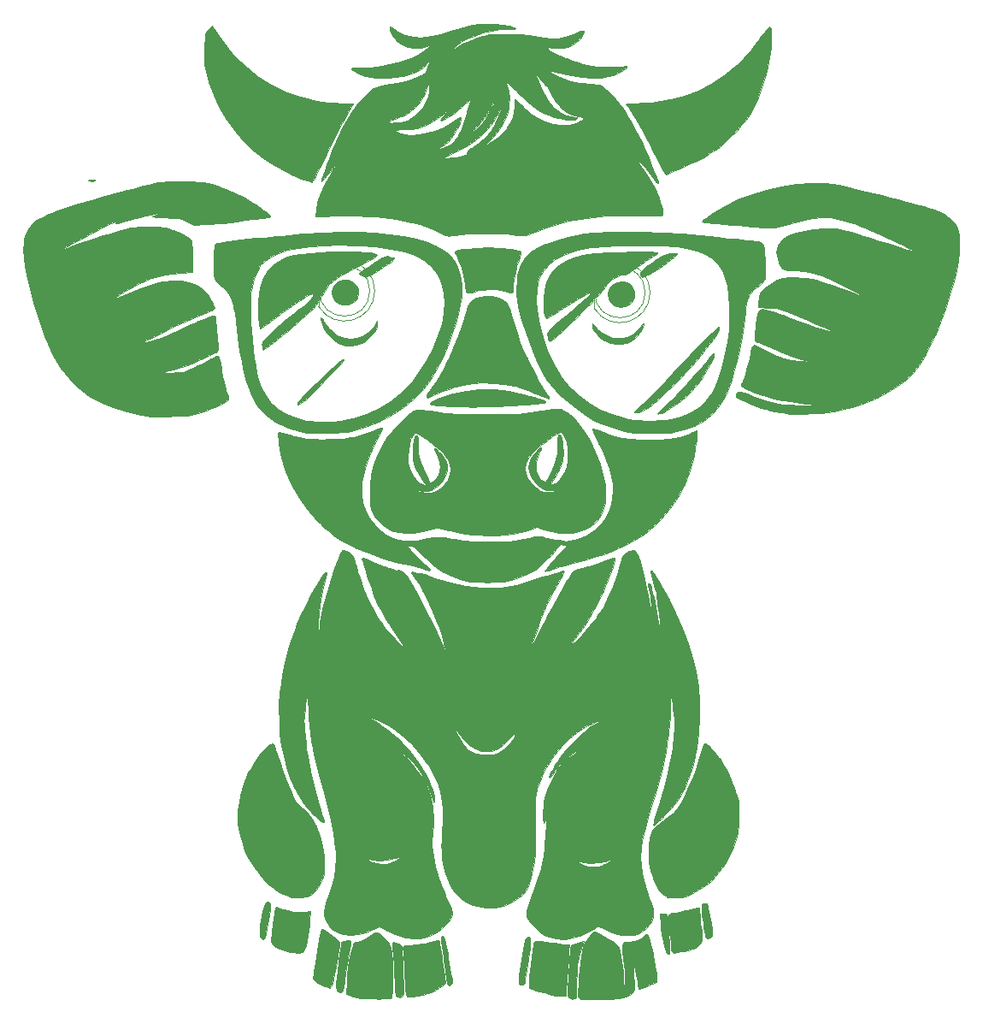
<source format=gbr>
%TF.GenerationSoftware,KiCad,Pcbnew,7.0.8*%
%TF.CreationDate,2024-08-22T12:09:47+02:00*%
%TF.ProjectId,Cow,436f772e-6b69-4636-9164-5f7063625858,rev?*%
%TF.SameCoordinates,Original*%
%TF.FileFunction,Legend,Top*%
%TF.FilePolarity,Positive*%
%FSLAX46Y46*%
G04 Gerber Fmt 4.6, Leading zero omitted, Abs format (unit mm)*
G04 Created by KiCad (PCBNEW 7.0.8) date 2024-08-22 12:09:47*
%MOMM*%
%LPD*%
G01*
G04 APERTURE LIST*
%ADD10C,0.150000*%
%ADD11C,0.010000*%
%ADD12C,0.120000*%
G04 APERTURE END LIST*
D10*
X148443333Y-142938152D02*
X148443333Y-143604819D01*
X148205238Y-142557200D02*
X147967143Y-143271485D01*
X147967143Y-143271485D02*
X148586190Y-143271485D01*
X148871905Y-142604819D02*
X149538571Y-142604819D01*
X149538571Y-142604819D02*
X149110000Y-143604819D01*
X150348095Y-142938152D02*
X150348095Y-143604819D01*
X149919524Y-142938152D02*
X149919524Y-143461961D01*
X149919524Y-143461961D02*
X149967143Y-143557200D01*
X149967143Y-143557200D02*
X150062381Y-143604819D01*
X150062381Y-143604819D02*
X150205238Y-143604819D01*
X150205238Y-143604819D02*
X150300476Y-143557200D01*
X150300476Y-143557200D02*
X150348095Y-143509580D01*
X151157619Y-143081009D02*
X150824286Y-143081009D01*
X150824286Y-143604819D02*
X150824286Y-142604819D01*
X150824286Y-142604819D02*
X151300476Y-142604819D01*
X144433333Y-140269580D02*
X144385714Y-140317200D01*
X144385714Y-140317200D02*
X144242857Y-140364819D01*
X144242857Y-140364819D02*
X144147619Y-140364819D01*
X144147619Y-140364819D02*
X144004762Y-140317200D01*
X144004762Y-140317200D02*
X143909524Y-140221961D01*
X143909524Y-140221961D02*
X143861905Y-140126723D01*
X143861905Y-140126723D02*
X143814286Y-139936247D01*
X143814286Y-139936247D02*
X143814286Y-139793390D01*
X143814286Y-139793390D02*
X143861905Y-139602914D01*
X143861905Y-139602914D02*
X143909524Y-139507676D01*
X143909524Y-139507676D02*
X144004762Y-139412438D01*
X144004762Y-139412438D02*
X144147619Y-139364819D01*
X144147619Y-139364819D02*
X144242857Y-139364819D01*
X144242857Y-139364819D02*
X144385714Y-139412438D01*
X144385714Y-139412438D02*
X144433333Y-139460057D01*
X145385714Y-140364819D02*
X144814286Y-140364819D01*
X145100000Y-140364819D02*
X145100000Y-139364819D01*
X145100000Y-139364819D02*
X145004762Y-139507676D01*
X145004762Y-139507676D02*
X144909524Y-139602914D01*
X144909524Y-139602914D02*
X144814286Y-139650533D01*
%TO.C,G\u002A\u002A\u002A*%
D11*
X99344507Y-69947211D02*
X99462464Y-69994121D01*
X99471100Y-70013100D01*
X99395987Y-70066118D01*
X99208348Y-70095607D01*
X99132433Y-70097766D01*
X98920359Y-70078988D01*
X98802402Y-70032078D01*
X98793766Y-70013100D01*
X98868878Y-69960081D01*
X99056518Y-69930592D01*
X99132433Y-69928433D01*
X99344507Y-69947211D01*
G36*
X99344507Y-69947211D02*
G01*
X99462464Y-69994121D01*
X99471100Y-70013100D01*
X99395987Y-70066118D01*
X99208348Y-70095607D01*
X99132433Y-70097766D01*
X98920359Y-70078988D01*
X98802402Y-70032078D01*
X98793766Y-70013100D01*
X98868878Y-69960081D01*
X99056518Y-69930592D01*
X99132433Y-69928433D01*
X99344507Y-69947211D01*
G37*
X124788573Y-79950995D02*
X125116275Y-80158731D01*
X125366285Y-80449808D01*
X125516661Y-80804245D01*
X125545458Y-81202065D01*
X125430731Y-81623290D01*
X125394002Y-81698420D01*
X125143052Y-82008568D01*
X124789235Y-82228290D01*
X124379315Y-82345591D01*
X123960055Y-82348476D01*
X123578217Y-82224951D01*
X123507787Y-82182245D01*
X123186232Y-81878561D01*
X122994429Y-81507695D01*
X122931546Y-81104909D01*
X122996747Y-80705465D01*
X123189199Y-80344624D01*
X123508066Y-80057647D01*
X123558766Y-80027602D01*
X123987875Y-79865451D01*
X124405125Y-79846575D01*
X124788573Y-79950995D01*
G36*
X124788573Y-79950995D02*
G01*
X125116275Y-80158731D01*
X125366285Y-80449808D01*
X125516661Y-80804245D01*
X125545458Y-81202065D01*
X125430731Y-81623290D01*
X125394002Y-81698420D01*
X125143052Y-82008568D01*
X124789235Y-82228290D01*
X124379315Y-82345591D01*
X123960055Y-82348476D01*
X123578217Y-82224951D01*
X123507787Y-82182245D01*
X123186232Y-81878561D01*
X122994429Y-81507695D01*
X122931546Y-81104909D01*
X122996747Y-80705465D01*
X123189199Y-80344624D01*
X123508066Y-80057647D01*
X123558766Y-80027602D01*
X123987875Y-79865451D01*
X124405125Y-79846575D01*
X124788573Y-79950995D01*
G37*
X151742308Y-80036363D02*
X152175761Y-80134670D01*
X152497588Y-80331921D01*
X152730158Y-80622200D01*
X152880417Y-81019097D01*
X152886270Y-81439210D01*
X152759757Y-81840958D01*
X152512918Y-82182757D01*
X152216745Y-82395468D01*
X151902550Y-82495122D01*
X151524443Y-82535287D01*
X151165604Y-82511382D01*
X150990766Y-82462992D01*
X150739672Y-82292415D01*
X150506457Y-82023688D01*
X150361406Y-81755088D01*
X150275194Y-81317229D01*
X150337322Y-80904596D01*
X150526800Y-80543314D01*
X150822637Y-80259509D01*
X151203843Y-80079306D01*
X151649426Y-80028831D01*
X151742308Y-80036363D01*
G36*
X151742308Y-80036363D02*
G01*
X152175761Y-80134670D01*
X152497588Y-80331921D01*
X152730158Y-80622200D01*
X152880417Y-81019097D01*
X152886270Y-81439210D01*
X152759757Y-81840958D01*
X152512918Y-82182757D01*
X152216745Y-82395468D01*
X151902550Y-82495122D01*
X151524443Y-82535287D01*
X151165604Y-82511382D01*
X150990766Y-82462992D01*
X150739672Y-82292415D01*
X150506457Y-82023688D01*
X150361406Y-81755088D01*
X150275194Y-81317229D01*
X150337322Y-80904596D01*
X150526800Y-80543314D01*
X150822637Y-80259509D01*
X151203843Y-80079306D01*
X151649426Y-80028831D01*
X151742308Y-80036363D01*
G37*
X116533517Y-141441240D02*
X116558790Y-141449456D01*
X116676625Y-141506893D01*
X116758716Y-141593228D01*
X116805297Y-141729532D01*
X116816601Y-141936875D01*
X116792864Y-142236328D01*
X116734319Y-142648962D01*
X116641201Y-143195847D01*
X116581861Y-143525608D01*
X116468206Y-144121626D01*
X116369022Y-144563386D01*
X116277458Y-144864612D01*
X116186665Y-145039030D01*
X116089793Y-145100367D01*
X115979990Y-145062350D01*
X115867222Y-144957599D01*
X115795002Y-144851164D01*
X115752492Y-144708050D01*
X115740874Y-144505206D01*
X115761334Y-144219582D01*
X115815055Y-143828126D01*
X115903221Y-143307788D01*
X115971098Y-142935195D01*
X116079435Y-142375112D01*
X116172137Y-141964226D01*
X116256551Y-141683966D01*
X116340022Y-141515762D01*
X116429895Y-141441044D01*
X116533517Y-141441240D01*
G36*
X116533517Y-141441240D02*
G01*
X116558790Y-141449456D01*
X116676625Y-141506893D01*
X116758716Y-141593228D01*
X116805297Y-141729532D01*
X116816601Y-141936875D01*
X116792864Y-142236328D01*
X116734319Y-142648962D01*
X116641201Y-143195847D01*
X116581861Y-143525608D01*
X116468206Y-144121626D01*
X116369022Y-144563386D01*
X116277458Y-144864612D01*
X116186665Y-145039030D01*
X116089793Y-145100367D01*
X115979990Y-145062350D01*
X115867222Y-144957599D01*
X115795002Y-144851164D01*
X115752492Y-144708050D01*
X115740874Y-144505206D01*
X115761334Y-144219582D01*
X115815055Y-143828126D01*
X115903221Y-143307788D01*
X115971098Y-142935195D01*
X116079435Y-142375112D01*
X116172137Y-141964226D01*
X116256551Y-141683966D01*
X116340022Y-141515762D01*
X116429895Y-141441044D01*
X116533517Y-141441240D01*
G37*
X160052070Y-141610644D02*
X160092433Y-141705173D01*
X160110023Y-141845043D01*
X160157689Y-142109696D01*
X160227770Y-142458842D01*
X160297637Y-142784673D01*
X160450036Y-143530418D01*
X160543467Y-144117821D01*
X160577967Y-144547257D01*
X160553576Y-144819104D01*
X160513964Y-144902937D01*
X160356511Y-144996264D01*
X160173460Y-145027766D01*
X159989991Y-144993035D01*
X159905967Y-144854819D01*
X159892683Y-144794933D01*
X159866286Y-144633359D01*
X159821900Y-144338486D01*
X159764571Y-143944775D01*
X159699342Y-143486687D01*
X159658215Y-143193142D01*
X159587338Y-142666538D01*
X159542576Y-142282172D01*
X159522615Y-142015187D01*
X159526140Y-141840726D01*
X159551836Y-141733929D01*
X159578726Y-141690309D01*
X159734341Y-141583187D01*
X159913083Y-141557239D01*
X160052070Y-141610644D01*
G36*
X160052070Y-141610644D02*
G01*
X160092433Y-141705173D01*
X160110023Y-141845043D01*
X160157689Y-142109696D01*
X160227770Y-142458842D01*
X160297637Y-142784673D01*
X160450036Y-143530418D01*
X160543467Y-144117821D01*
X160577967Y-144547257D01*
X160553576Y-144819104D01*
X160513964Y-144902937D01*
X160356511Y-144996264D01*
X160173460Y-145027766D01*
X159989991Y-144993035D01*
X159905967Y-144854819D01*
X159892683Y-144794933D01*
X159866286Y-144633359D01*
X159821900Y-144338486D01*
X159764571Y-143944775D01*
X159699342Y-143486687D01*
X159658215Y-143193142D01*
X159587338Y-142666538D01*
X159542576Y-142282172D01*
X159522615Y-142015187D01*
X159526140Y-141840726D01*
X159551836Y-141733929D01*
X159578726Y-141690309D01*
X159734341Y-141583187D01*
X159913083Y-141557239D01*
X160052070Y-141610644D01*
G37*
X142455031Y-144918492D02*
X142533961Y-145079249D01*
X142547299Y-145267287D01*
X142534482Y-145589654D01*
X142499659Y-146015970D01*
X142446973Y-146515859D01*
X142380572Y-147058941D01*
X142304601Y-147614840D01*
X142223206Y-148153177D01*
X142140533Y-148643574D01*
X142060728Y-149055653D01*
X141987937Y-149359036D01*
X141927754Y-149521052D01*
X141802472Y-149590037D01*
X141615926Y-149591073D01*
X141456677Y-149531433D01*
X141414057Y-149478864D01*
X141408304Y-149344891D01*
X141430597Y-149072935D01*
X141476265Y-148691151D01*
X141540638Y-148227700D01*
X141619044Y-147710739D01*
X141706813Y-147168425D01*
X141799275Y-146628918D01*
X141891757Y-146120375D01*
X141979590Y-145670955D01*
X142058102Y-145308815D01*
X142122623Y-145062114D01*
X142162934Y-144964266D01*
X142316127Y-144863258D01*
X142455031Y-144918492D01*
G36*
X142455031Y-144918492D02*
G01*
X142533961Y-145079249D01*
X142547299Y-145267287D01*
X142534482Y-145589654D01*
X142499659Y-146015970D01*
X142446973Y-146515859D01*
X142380572Y-147058941D01*
X142304601Y-147614840D01*
X142223206Y-148153177D01*
X142140533Y-148643574D01*
X142060728Y-149055653D01*
X141987937Y-149359036D01*
X141927754Y-149521052D01*
X141802472Y-149590037D01*
X141615926Y-149591073D01*
X141456677Y-149531433D01*
X141414057Y-149478864D01*
X141408304Y-149344891D01*
X141430597Y-149072935D01*
X141476265Y-148691151D01*
X141540638Y-148227700D01*
X141619044Y-147710739D01*
X141706813Y-147168425D01*
X141799275Y-146628918D01*
X141891757Y-146120375D01*
X141979590Y-145670955D01*
X142058102Y-145308815D01*
X142122623Y-145062114D01*
X142162934Y-144964266D01*
X142316127Y-144863258D01*
X142455031Y-144918492D01*
G37*
X128601681Y-77551242D02*
X128819672Y-77621736D01*
X128929533Y-77633100D01*
X129070929Y-77655645D01*
X129097720Y-77727827D01*
X129003255Y-77856461D01*
X128780887Y-78048364D01*
X128423965Y-78310351D01*
X127961433Y-78625547D01*
X127377958Y-79007188D01*
X126922754Y-79288451D01*
X126590157Y-79472575D01*
X126374504Y-79562796D01*
X126302994Y-79573526D01*
X126147486Y-79536419D01*
X125929214Y-79455317D01*
X125908266Y-79446283D01*
X125726253Y-79339372D01*
X125638402Y-79233918D01*
X125636863Y-79220357D01*
X125706351Y-79137772D01*
X125893027Y-78986833D01*
X126168725Y-78786055D01*
X126505282Y-78553952D01*
X126874532Y-78309040D01*
X127248310Y-78069834D01*
X127598451Y-77854850D01*
X127896791Y-77682601D01*
X128115163Y-77571603D01*
X128185663Y-77544830D01*
X128454667Y-77513497D01*
X128601681Y-77551242D01*
G36*
X128601681Y-77551242D02*
G01*
X128819672Y-77621736D01*
X128929533Y-77633100D01*
X129070929Y-77655645D01*
X129097720Y-77727827D01*
X129003255Y-77856461D01*
X128780887Y-78048364D01*
X128423965Y-78310351D01*
X127961433Y-78625547D01*
X127377958Y-79007188D01*
X126922754Y-79288451D01*
X126590157Y-79472575D01*
X126374504Y-79562796D01*
X126302994Y-79573526D01*
X126147486Y-79536419D01*
X125929214Y-79455317D01*
X125908266Y-79446283D01*
X125726253Y-79339372D01*
X125638402Y-79233918D01*
X125636863Y-79220357D01*
X125706351Y-79137772D01*
X125893027Y-78986833D01*
X126168725Y-78786055D01*
X126505282Y-78553952D01*
X126874532Y-78309040D01*
X127248310Y-78069834D01*
X127598451Y-77854850D01*
X127896791Y-77682601D01*
X128115163Y-77571603D01*
X128185663Y-77544830D01*
X128454667Y-77513497D01*
X128601681Y-77551242D01*
G37*
X133994434Y-144902843D02*
X134073255Y-145112119D01*
X134159768Y-145449819D01*
X134257731Y-145927210D01*
X134370899Y-146555558D01*
X134436460Y-146942453D01*
X134531807Y-147508376D01*
X134621339Y-148029726D01*
X134700267Y-148479398D01*
X134763802Y-148830287D01*
X134807153Y-149055289D01*
X134820131Y-149113550D01*
X134816703Y-149403256D01*
X134742148Y-149558050D01*
X134600373Y-149729126D01*
X134492289Y-149740917D01*
X134403555Y-149589408D01*
X134362078Y-149451600D01*
X134257959Y-148976737D01*
X134152476Y-148348709D01*
X134048241Y-147583638D01*
X134015723Y-147313766D01*
X133956287Y-146850471D01*
X133883485Y-146346267D01*
X133811059Y-145895238D01*
X133796200Y-145810588D01*
X133735167Y-145421821D01*
X133717823Y-145159844D01*
X133742936Y-144988177D01*
X133766570Y-144932877D01*
X133844848Y-144824489D01*
X133919551Y-144810722D01*
X133994434Y-144902843D01*
G36*
X133994434Y-144902843D02*
G01*
X134073255Y-145112119D01*
X134159768Y-145449819D01*
X134257731Y-145927210D01*
X134370899Y-146555558D01*
X134436460Y-146942453D01*
X134531807Y-147508376D01*
X134621339Y-148029726D01*
X134700267Y-148479398D01*
X134763802Y-148830287D01*
X134807153Y-149055289D01*
X134820131Y-149113550D01*
X134816703Y-149403256D01*
X134742148Y-149558050D01*
X134600373Y-149729126D01*
X134492289Y-149740917D01*
X134403555Y-149589408D01*
X134362078Y-149451600D01*
X134257959Y-148976737D01*
X134152476Y-148348709D01*
X134048241Y-147583638D01*
X134015723Y-147313766D01*
X133956287Y-146850471D01*
X133883485Y-146346267D01*
X133811059Y-145895238D01*
X133796200Y-145810588D01*
X133735167Y-145421821D01*
X133717823Y-145159844D01*
X133742936Y-144988177D01*
X133766570Y-144932877D01*
X133844848Y-144824489D01*
X133919551Y-144810722D01*
X133994434Y-144902843D01*
G37*
X156930359Y-77223204D02*
X157090033Y-77260192D01*
X157114374Y-77296277D01*
X157021667Y-77415819D01*
X156813435Y-77606128D01*
X156517045Y-77847116D01*
X156159867Y-78118696D01*
X155769268Y-78400777D01*
X155372617Y-78673271D01*
X154997284Y-78916090D01*
X154670635Y-79109145D01*
X154575171Y-79160062D01*
X154234676Y-79331330D01*
X153947509Y-79468962D01*
X153748208Y-79556823D01*
X153675371Y-79580433D01*
X153559058Y-79522146D01*
X153486038Y-79450547D01*
X153421574Y-79319347D01*
X153466345Y-79157803D01*
X153489272Y-79113199D01*
X153629795Y-78939384D01*
X153886967Y-78703179D01*
X154231032Y-78427278D01*
X154632235Y-78134376D01*
X155060818Y-77847165D01*
X155487027Y-77588341D01*
X155493483Y-77584658D01*
X155838049Y-77396785D01*
X156096910Y-77283836D01*
X156325840Y-77227688D01*
X156580612Y-77210219D01*
X156647272Y-77209766D01*
X156930359Y-77223204D01*
G36*
X156930359Y-77223204D02*
G01*
X157090033Y-77260192D01*
X157114374Y-77296277D01*
X157021667Y-77415819D01*
X156813435Y-77606128D01*
X156517045Y-77847116D01*
X156159867Y-78118696D01*
X155769268Y-78400777D01*
X155372617Y-78673271D01*
X154997284Y-78916090D01*
X154670635Y-79109145D01*
X154575171Y-79160062D01*
X154234676Y-79331330D01*
X153947509Y-79468962D01*
X153748208Y-79556823D01*
X153675371Y-79580433D01*
X153559058Y-79522146D01*
X153486038Y-79450547D01*
X153421574Y-79319347D01*
X153466345Y-79157803D01*
X153489272Y-79113199D01*
X153629795Y-78939384D01*
X153886967Y-78703179D01*
X154231032Y-78427278D01*
X154632235Y-78134376D01*
X155060818Y-77847165D01*
X155487027Y-77588341D01*
X155493483Y-77584658D01*
X155838049Y-77396785D01*
X156096910Y-77283836D01*
X156325840Y-77227688D01*
X156580612Y-77210219D01*
X156647272Y-77209766D01*
X156930359Y-77223204D01*
G37*
X124102467Y-87729641D02*
X124079712Y-87802224D01*
X123979421Y-87939620D01*
X123790613Y-88155267D01*
X123502306Y-88462605D01*
X123114266Y-88864041D01*
X122693606Y-89297069D01*
X122230122Y-89776435D01*
X121772895Y-90251245D01*
X121371005Y-90670606D01*
X121272766Y-90773584D01*
X120831029Y-91222678D01*
X120435889Y-91596238D01*
X120097642Y-91887255D01*
X119826589Y-92088718D01*
X119633025Y-92193620D01*
X119527249Y-92194950D01*
X119519560Y-92085700D01*
X119587574Y-91920600D01*
X119702007Y-91758444D01*
X119913357Y-91515069D01*
X120192428Y-91222260D01*
X120510028Y-90911803D01*
X120540197Y-90883433D01*
X120896773Y-90547335D01*
X121329320Y-90136639D01*
X121792329Y-89694717D01*
X122240293Y-89264943D01*
X122413715Y-89097807D01*
X122970650Y-88569130D01*
X123415386Y-88166693D01*
X123748263Y-87890208D01*
X123969620Y-87739389D01*
X124058670Y-87708433D01*
X124102467Y-87729641D01*
G36*
X124102467Y-87729641D02*
G01*
X124079712Y-87802224D01*
X123979421Y-87939620D01*
X123790613Y-88155267D01*
X123502306Y-88462605D01*
X123114266Y-88864041D01*
X122693606Y-89297069D01*
X122230122Y-89776435D01*
X121772895Y-90251245D01*
X121371005Y-90670606D01*
X121272766Y-90773584D01*
X120831029Y-91222678D01*
X120435889Y-91596238D01*
X120097642Y-91887255D01*
X119826589Y-92088718D01*
X119633025Y-92193620D01*
X119527249Y-92194950D01*
X119519560Y-92085700D01*
X119587574Y-91920600D01*
X119702007Y-91758444D01*
X119913357Y-91515069D01*
X120192428Y-91222260D01*
X120510028Y-90911803D01*
X120540197Y-90883433D01*
X120896773Y-90547335D01*
X121329320Y-90136639D01*
X121792329Y-89694717D01*
X122240293Y-89264943D01*
X122413715Y-89097807D01*
X122970650Y-88569130D01*
X123415386Y-88166693D01*
X123748263Y-87890208D01*
X123969620Y-87739389D01*
X124058670Y-87708433D01*
X124102467Y-87729641D01*
G37*
X147876771Y-145349968D02*
X147820819Y-145531930D01*
X147714013Y-145770452D01*
X147497256Y-146297522D01*
X147334854Y-146904110D01*
X147223385Y-147611661D01*
X147159425Y-148441615D01*
X147139545Y-149369028D01*
X147138433Y-150873957D01*
X146921254Y-150956528D01*
X146713677Y-151024983D01*
X146580042Y-151020345D01*
X146439165Y-150937408D01*
X146421374Y-150924476D01*
X146367541Y-150874872D01*
X146328984Y-150800817D01*
X146304329Y-150678597D01*
X146292196Y-150484496D01*
X146291210Y-150194798D01*
X146299993Y-149785787D01*
X146317168Y-149233747D01*
X146319364Y-149167643D01*
X146351531Y-148369227D01*
X146391649Y-147645184D01*
X146438161Y-147012140D01*
X146489512Y-146486718D01*
X146544143Y-146085544D01*
X146600499Y-145825240D01*
X146640814Y-145734924D01*
X146757607Y-145660993D01*
X146982868Y-145559889D01*
X147262472Y-145451727D01*
X147542291Y-145356625D01*
X147768199Y-145294699D01*
X147860104Y-145281766D01*
X147876771Y-145349968D01*
G36*
X147876771Y-145349968D02*
G01*
X147820819Y-145531930D01*
X147714013Y-145770452D01*
X147497256Y-146297522D01*
X147334854Y-146904110D01*
X147223385Y-147611661D01*
X147159425Y-148441615D01*
X147139545Y-149369028D01*
X147138433Y-150873957D01*
X146921254Y-150956528D01*
X146713677Y-151024983D01*
X146580042Y-151020345D01*
X146439165Y-150937408D01*
X146421374Y-150924476D01*
X146367541Y-150874872D01*
X146328984Y-150800817D01*
X146304329Y-150678597D01*
X146292196Y-150484496D01*
X146291210Y-150194798D01*
X146299993Y-149785787D01*
X146317168Y-149233747D01*
X146319364Y-149167643D01*
X146351531Y-148369227D01*
X146391649Y-147645184D01*
X146438161Y-147012140D01*
X146489512Y-146486718D01*
X146544143Y-146085544D01*
X146600499Y-145825240D01*
X146640814Y-145734924D01*
X146757607Y-145660993D01*
X146982868Y-145559889D01*
X147262472Y-145451727D01*
X147542291Y-145356625D01*
X147768199Y-145294699D01*
X147860104Y-145281766D01*
X147876771Y-145349968D01*
G37*
X160777270Y-87234445D02*
X160714500Y-87468102D01*
X160569693Y-87818842D01*
X160401417Y-88163358D01*
X159936653Y-88993606D01*
X159428953Y-89770694D01*
X158906040Y-90454769D01*
X158484449Y-90919244D01*
X158021299Y-91351303D01*
X157495652Y-91790615D01*
X156949725Y-92205374D01*
X156425735Y-92563775D01*
X155965900Y-92834009D01*
X155895782Y-92869564D01*
X155550751Y-93030834D01*
X155330439Y-93110205D01*
X155214307Y-93112802D01*
X155181766Y-93047729D01*
X155242422Y-92958713D01*
X155402657Y-92796457D01*
X155629870Y-92593562D01*
X155668600Y-92560896D01*
X156031756Y-92237027D01*
X156478952Y-91806699D01*
X156987230Y-91294700D01*
X157533634Y-90725820D01*
X158095208Y-90124846D01*
X158648997Y-89516567D01*
X159172042Y-88925771D01*
X159641390Y-88377247D01*
X160034082Y-87895784D01*
X160248436Y-87615510D01*
X160493586Y-87308402D01*
X160664790Y-87147351D01*
X160760026Y-87125113D01*
X160777270Y-87234445D01*
G36*
X160777270Y-87234445D02*
G01*
X160714500Y-87468102D01*
X160569693Y-87818842D01*
X160401417Y-88163358D01*
X159936653Y-88993606D01*
X159428953Y-89770694D01*
X158906040Y-90454769D01*
X158484449Y-90919244D01*
X158021299Y-91351303D01*
X157495652Y-91790615D01*
X156949725Y-92205374D01*
X156425735Y-92563775D01*
X155965900Y-92834009D01*
X155895782Y-92869564D01*
X155550751Y-93030834D01*
X155330439Y-93110205D01*
X155214307Y-93112802D01*
X155181766Y-93047729D01*
X155242422Y-92958713D01*
X155402657Y-92796457D01*
X155629870Y-92593562D01*
X155668600Y-92560896D01*
X156031756Y-92237027D01*
X156478952Y-91806699D01*
X156987230Y-91294700D01*
X157533634Y-90725820D01*
X158095208Y-90124846D01*
X158648997Y-89516567D01*
X159172042Y-88925771D01*
X159641390Y-88377247D01*
X160034082Y-87895784D01*
X160248436Y-87615510D01*
X160493586Y-87308402D01*
X160664790Y-87147351D01*
X160760026Y-87125113D01*
X160777270Y-87234445D01*
G37*
X124663661Y-145230434D02*
X124724149Y-145299031D01*
X124748400Y-145440056D01*
X124738024Y-145670686D01*
X124694634Y-146008097D01*
X124619840Y-146469466D01*
X124515255Y-147071970D01*
X124450677Y-147440766D01*
X124364148Y-147946771D01*
X124273049Y-148497205D01*
X124190360Y-149012869D01*
X124146401Y-149297641D01*
X124065111Y-149773905D01*
X123981890Y-150098059D01*
X123885383Y-150287066D01*
X123764235Y-150357887D01*
X123607092Y-150327483D01*
X123495266Y-150270318D01*
X123407464Y-150143906D01*
X123359003Y-149885665D01*
X123350091Y-149489422D01*
X123380937Y-148949001D01*
X123451751Y-148258228D01*
X123562741Y-147410928D01*
X123601100Y-147144433D01*
X123677075Y-146624821D01*
X123743979Y-146166263D01*
X123798197Y-145793612D01*
X123836115Y-145531724D01*
X123854119Y-145405452D01*
X123855100Y-145397765D01*
X123928939Y-145372643D01*
X124116911Y-145321261D01*
X124248653Y-145287437D01*
X124427524Y-145241814D01*
X124565323Y-145217087D01*
X124663661Y-145230434D01*
G36*
X124663661Y-145230434D02*
G01*
X124724149Y-145299031D01*
X124748400Y-145440056D01*
X124738024Y-145670686D01*
X124694634Y-146008097D01*
X124619840Y-146469466D01*
X124515255Y-147071970D01*
X124450677Y-147440766D01*
X124364148Y-147946771D01*
X124273049Y-148497205D01*
X124190360Y-149012869D01*
X124146401Y-149297641D01*
X124065111Y-149773905D01*
X123981890Y-150098059D01*
X123885383Y-150287066D01*
X123764235Y-150357887D01*
X123607092Y-150327483D01*
X123495266Y-150270318D01*
X123407464Y-150143906D01*
X123359003Y-149885665D01*
X123350091Y-149489422D01*
X123380937Y-148949001D01*
X123451751Y-148258228D01*
X123562741Y-147410928D01*
X123601100Y-147144433D01*
X123677075Y-146624821D01*
X123743979Y-146166263D01*
X123798197Y-145793612D01*
X123836115Y-145531724D01*
X123854119Y-145405452D01*
X123855100Y-145397765D01*
X123928939Y-145372643D01*
X124116911Y-145321261D01*
X124248653Y-145287437D01*
X124427524Y-145241814D01*
X124565323Y-145217087D01*
X124663661Y-145230434D01*
G37*
X117565112Y-141991390D02*
X117809092Y-142068517D01*
X118033443Y-142145986D01*
X118539031Y-142291150D01*
X119107292Y-142397145D01*
X119672105Y-142455211D01*
X120167348Y-142456586D01*
X120289741Y-142444976D01*
X120748616Y-142387643D01*
X120694532Y-143305538D01*
X120656451Y-143736660D01*
X120592665Y-144229109D01*
X120510306Y-144744923D01*
X120416507Y-145246140D01*
X120318400Y-145694798D01*
X120223117Y-146052934D01*
X120137790Y-146282588D01*
X120133736Y-146290349D01*
X120056509Y-146389439D01*
X119929688Y-146441837D01*
X119707248Y-146460119D01*
X119512954Y-146460004D01*
X119128658Y-146437726D01*
X118723670Y-146388561D01*
X118521100Y-146351749D01*
X117988855Y-146194588D01*
X117513273Y-145975528D01*
X117143604Y-145718576D01*
X117064568Y-145641815D01*
X116845944Y-145408766D01*
X116965979Y-144392766D01*
X117053112Y-143669349D01*
X117126325Y-143098203D01*
X117188641Y-142663115D01*
X117243084Y-142347873D01*
X117292677Y-142136265D01*
X117340444Y-142012076D01*
X117389408Y-141959096D01*
X117420653Y-141954748D01*
X117565112Y-141991390D01*
G36*
X117565112Y-141991390D02*
G01*
X117809092Y-142068517D01*
X118033443Y-142145986D01*
X118539031Y-142291150D01*
X119107292Y-142397145D01*
X119672105Y-142455211D01*
X120167348Y-142456586D01*
X120289741Y-142444976D01*
X120748616Y-142387643D01*
X120694532Y-143305538D01*
X120656451Y-143736660D01*
X120592665Y-144229109D01*
X120510306Y-144744923D01*
X120416507Y-145246140D01*
X120318400Y-145694798D01*
X120223117Y-146052934D01*
X120137790Y-146282588D01*
X120133736Y-146290349D01*
X120056509Y-146389439D01*
X119929688Y-146441837D01*
X119707248Y-146460119D01*
X119512954Y-146460004D01*
X119128658Y-146437726D01*
X118723670Y-146388561D01*
X118521100Y-146351749D01*
X117988855Y-146194588D01*
X117513273Y-145975528D01*
X117143604Y-145718576D01*
X117064568Y-145641815D01*
X116845944Y-145408766D01*
X116965979Y-144392766D01*
X117053112Y-143669349D01*
X117126325Y-143098203D01*
X117188641Y-142663115D01*
X117243084Y-142347873D01*
X117292677Y-142136265D01*
X117340444Y-142012076D01*
X117389408Y-141959096D01*
X117420653Y-141954748D01*
X117565112Y-141991390D01*
G37*
X153788388Y-84178816D02*
X153795841Y-84303771D01*
X153741174Y-84505197D01*
X153739454Y-84509551D01*
X153456912Y-85030711D01*
X153061104Y-85497795D01*
X152590787Y-85873970D01*
X152084717Y-86122401D01*
X152021294Y-86142513D01*
X151548537Y-86244525D01*
X151107145Y-86244605D01*
X150622967Y-86140990D01*
X150511246Y-86106638D01*
X150186588Y-85987142D01*
X149878344Y-85848455D01*
X149736261Y-85770676D01*
X149410795Y-85525756D01*
X149119064Y-85227223D01*
X148884600Y-84909237D01*
X148730935Y-84605962D01*
X148681602Y-84351558D01*
X148698765Y-84264541D01*
X148749150Y-84190186D01*
X148820040Y-84239443D01*
X148910062Y-84375603D01*
X149228256Y-84760896D01*
X149671033Y-85106842D01*
X150194241Y-85388344D01*
X150753730Y-85580302D01*
X151149176Y-85648508D01*
X151720950Y-85647740D01*
X152222178Y-85520401D01*
X152689995Y-85252473D01*
X153068992Y-84923695D01*
X153309894Y-84676134D01*
X153509072Y-84453648D01*
X153629370Y-84298116D01*
X153639953Y-84280138D01*
X153732023Y-84160788D01*
X153788388Y-84178816D01*
G36*
X153788388Y-84178816D02*
G01*
X153795841Y-84303771D01*
X153741174Y-84505197D01*
X153739454Y-84509551D01*
X153456912Y-85030711D01*
X153061104Y-85497795D01*
X152590787Y-85873970D01*
X152084717Y-86122401D01*
X152021294Y-86142513D01*
X151548537Y-86244525D01*
X151107145Y-86244605D01*
X150622967Y-86140990D01*
X150511246Y-86106638D01*
X150186588Y-85987142D01*
X149878344Y-85848455D01*
X149736261Y-85770676D01*
X149410795Y-85525756D01*
X149119064Y-85227223D01*
X148884600Y-84909237D01*
X148730935Y-84605962D01*
X148681602Y-84351558D01*
X148698765Y-84264541D01*
X148749150Y-84190186D01*
X148820040Y-84239443D01*
X148910062Y-84375603D01*
X149228256Y-84760896D01*
X149671033Y-85106842D01*
X150194241Y-85388344D01*
X150753730Y-85580302D01*
X151149176Y-85648508D01*
X151720950Y-85647740D01*
X152222178Y-85520401D01*
X152689995Y-85252473D01*
X153068992Y-84923695D01*
X153309894Y-84676134D01*
X153509072Y-84453648D01*
X153629370Y-84298116D01*
X153639953Y-84280138D01*
X153732023Y-84160788D01*
X153788388Y-84178816D01*
G37*
X121907169Y-83638407D02*
X122018928Y-83792451D01*
X122072202Y-83888833D01*
X122315399Y-84266836D01*
X122655184Y-84667312D01*
X123043784Y-85042444D01*
X123433428Y-85344415D01*
X123657023Y-85475124D01*
X124186537Y-85646566D01*
X124775259Y-85690929D01*
X125379584Y-85615680D01*
X125955906Y-85428290D01*
X126460622Y-85136226D01*
X126665992Y-84959724D01*
X126902889Y-84699394D01*
X127110068Y-84426054D01*
X127209936Y-84260408D01*
X127368766Y-83940766D01*
X127395600Y-84219991D01*
X127352200Y-84546253D01*
X127182542Y-84915782D01*
X126912218Y-85296910D01*
X126566820Y-85657971D01*
X126171940Y-85967298D01*
X125826743Y-86161242D01*
X125326179Y-86328402D01*
X124784911Y-86406340D01*
X124268376Y-86389329D01*
X123973320Y-86323477D01*
X123482523Y-86093454D01*
X122993577Y-85743262D01*
X122555531Y-85315353D01*
X122217436Y-84852181D01*
X122166442Y-84759657D01*
X122056575Y-84514613D01*
X121953874Y-84230137D01*
X121871803Y-83952836D01*
X121823829Y-83729316D01*
X121823415Y-83606186D01*
X121830669Y-83597421D01*
X121907169Y-83638407D01*
G36*
X121907169Y-83638407D02*
G01*
X122018928Y-83792451D01*
X122072202Y-83888833D01*
X122315399Y-84266836D01*
X122655184Y-84667312D01*
X123043784Y-85042444D01*
X123433428Y-85344415D01*
X123657023Y-85475124D01*
X124186537Y-85646566D01*
X124775259Y-85690929D01*
X125379584Y-85615680D01*
X125955906Y-85428290D01*
X126460622Y-85136226D01*
X126665992Y-84959724D01*
X126902889Y-84699394D01*
X127110068Y-84426054D01*
X127209936Y-84260408D01*
X127368766Y-83940766D01*
X127395600Y-84219991D01*
X127352200Y-84546253D01*
X127182542Y-84915782D01*
X126912218Y-85296910D01*
X126566820Y-85657971D01*
X126171940Y-85967298D01*
X125826743Y-86161242D01*
X125326179Y-86328402D01*
X124784911Y-86406340D01*
X124268376Y-86389329D01*
X123973320Y-86323477D01*
X123482523Y-86093454D01*
X122993577Y-85743262D01*
X122555531Y-85315353D01*
X122217436Y-84852181D01*
X122166442Y-84759657D01*
X122056575Y-84514613D01*
X121953874Y-84230137D01*
X121871803Y-83952836D01*
X121823829Y-83729316D01*
X121823415Y-83606186D01*
X121830669Y-83597421D01*
X121907169Y-83638407D01*
G37*
X129241275Y-145474218D02*
X129474409Y-145566252D01*
X129673123Y-145680146D01*
X129759479Y-145760530D01*
X129818283Y-145921435D01*
X129859748Y-146186341D01*
X129872801Y-146419782D01*
X129877764Y-146658989D01*
X129887981Y-147033563D01*
X129902417Y-147509653D01*
X129920032Y-148053410D01*
X129939791Y-148630984D01*
X129945611Y-148795433D01*
X129966349Y-149411953D01*
X129978331Y-149880826D01*
X129980848Y-150223548D01*
X129973192Y-150461613D01*
X129954653Y-150616516D01*
X129924525Y-150709753D01*
X129882097Y-150762818D01*
X129880727Y-150763933D01*
X129646959Y-150858730D01*
X129384939Y-150840455D01*
X129290523Y-150797247D01*
X129251444Y-150725305D01*
X129216696Y-150552939D01*
X129185014Y-150266048D01*
X129155131Y-149850536D01*
X129125781Y-149292303D01*
X129099177Y-148666413D01*
X129072426Y-148056396D01*
X129041664Y-147470359D01*
X129008951Y-146940147D01*
X128976345Y-146497602D01*
X128945903Y-146174569D01*
X128930520Y-146057436D01*
X128895228Y-145767493D01*
X128888623Y-145545750D01*
X128910199Y-145444467D01*
X129033334Y-145426228D01*
X129241275Y-145474218D01*
G36*
X129241275Y-145474218D02*
G01*
X129474409Y-145566252D01*
X129673123Y-145680146D01*
X129759479Y-145760530D01*
X129818283Y-145921435D01*
X129859748Y-146186341D01*
X129872801Y-146419782D01*
X129877764Y-146658989D01*
X129887981Y-147033563D01*
X129902417Y-147509653D01*
X129920032Y-148053410D01*
X129939791Y-148630984D01*
X129945611Y-148795433D01*
X129966349Y-149411953D01*
X129978331Y-149880826D01*
X129980848Y-150223548D01*
X129973192Y-150461613D01*
X129954653Y-150616516D01*
X129924525Y-150709753D01*
X129882097Y-150762818D01*
X129880727Y-150763933D01*
X129646959Y-150858730D01*
X129384939Y-150840455D01*
X129290523Y-150797247D01*
X129251444Y-150725305D01*
X129216696Y-150552939D01*
X129185014Y-150266048D01*
X129155131Y-149850536D01*
X129125781Y-149292303D01*
X129099177Y-148666413D01*
X129072426Y-148056396D01*
X129041664Y-147470359D01*
X129008951Y-146940147D01*
X128976345Y-146497602D01*
X128945903Y-146174569D01*
X128930520Y-146057436D01*
X128895228Y-145767493D01*
X128888623Y-145545750D01*
X128910199Y-145444467D01*
X129033334Y-145426228D01*
X129241275Y-145474218D01*
G37*
X143626097Y-145311100D02*
X144046927Y-145369303D01*
X144533312Y-145445065D01*
X144988716Y-145512878D01*
X145419296Y-145571972D01*
X145779099Y-145616361D01*
X146022169Y-145640061D01*
X146037766Y-145641032D01*
X146418766Y-145662766D01*
X146387211Y-146170766D01*
X146372403Y-146401354D01*
X146348177Y-146769481D01*
X146316627Y-147243744D01*
X146279845Y-147792743D01*
X146239926Y-148385073D01*
X146217878Y-148710766D01*
X146080100Y-150742766D01*
X145699100Y-150762022D01*
X145457067Y-150748006D01*
X145104550Y-150694767D01*
X144693408Y-150611221D01*
X144386766Y-150536406D01*
X143948107Y-150418755D01*
X143510243Y-150297385D01*
X143134306Y-150189425D01*
X142947433Y-150133099D01*
X142439433Y-149974663D01*
X142412777Y-149554738D01*
X142414741Y-149262868D01*
X142445684Y-148830396D01*
X142502623Y-148283012D01*
X142582575Y-147646402D01*
X142682554Y-146946256D01*
X142799579Y-146208261D01*
X142805835Y-146170766D01*
X142862267Y-145832043D01*
X142918100Y-145585240D01*
X142997866Y-145420050D01*
X143126099Y-145326168D01*
X143327332Y-145293286D01*
X143626097Y-145311100D01*
G36*
X143626097Y-145311100D02*
G01*
X144046927Y-145369303D01*
X144533312Y-145445065D01*
X144988716Y-145512878D01*
X145419296Y-145571972D01*
X145779099Y-145616361D01*
X146022169Y-145640061D01*
X146037766Y-145641032D01*
X146418766Y-145662766D01*
X146387211Y-146170766D01*
X146372403Y-146401354D01*
X146348177Y-146769481D01*
X146316627Y-147243744D01*
X146279845Y-147792743D01*
X146239926Y-148385073D01*
X146217878Y-148710766D01*
X146080100Y-150742766D01*
X145699100Y-150762022D01*
X145457067Y-150748006D01*
X145104550Y-150694767D01*
X144693408Y-150611221D01*
X144386766Y-150536406D01*
X143948107Y-150418755D01*
X143510243Y-150297385D01*
X143134306Y-150189425D01*
X142947433Y-150133099D01*
X142439433Y-149974663D01*
X142412777Y-149554738D01*
X142414741Y-149262868D01*
X142445684Y-148830396D01*
X142502623Y-148283012D01*
X142582575Y-147646402D01*
X142682554Y-146946256D01*
X142799579Y-146208261D01*
X142805835Y-146170766D01*
X142862267Y-145832043D01*
X142918100Y-145585240D01*
X142997866Y-145420050D01*
X143126099Y-145326168D01*
X143327332Y-145293286D01*
X143626097Y-145311100D01*
G37*
X121971211Y-144128953D02*
X122097316Y-144202403D01*
X122304119Y-144333398D01*
X122611872Y-144534356D01*
X123021203Y-144804699D01*
X123266138Y-144974063D01*
X123442971Y-145128860D01*
X123557653Y-145297265D01*
X123616136Y-145507452D01*
X123624372Y-145787596D01*
X123588311Y-146165872D01*
X123513904Y-146670454D01*
X123471261Y-146935373D01*
X123321779Y-147816836D01*
X123185706Y-148536024D01*
X123061377Y-149099322D01*
X122947127Y-149513115D01*
X122841289Y-149783789D01*
X122742199Y-149917730D01*
X122688759Y-149935378D01*
X122580400Y-149907014D01*
X122368194Y-149837489D01*
X122199432Y-149778165D01*
X121738318Y-149581504D01*
X121381730Y-149366584D01*
X121150110Y-149148629D01*
X121063900Y-148942865D01*
X121063782Y-148932348D01*
X121079433Y-148713737D01*
X121119775Y-148372375D01*
X121180279Y-147935050D01*
X121256414Y-147428548D01*
X121343651Y-146879655D01*
X121437461Y-146315157D01*
X121533314Y-145761841D01*
X121626680Y-145246493D01*
X121713029Y-144795899D01*
X121787833Y-144436846D01*
X121846560Y-144196119D01*
X121880100Y-144105022D01*
X121905556Y-144100631D01*
X121971211Y-144128953D01*
G36*
X121971211Y-144128953D02*
G01*
X122097316Y-144202403D01*
X122304119Y-144333398D01*
X122611872Y-144534356D01*
X123021203Y-144804699D01*
X123266138Y-144974063D01*
X123442971Y-145128860D01*
X123557653Y-145297265D01*
X123616136Y-145507452D01*
X123624372Y-145787596D01*
X123588311Y-146165872D01*
X123513904Y-146670454D01*
X123471261Y-146935373D01*
X123321779Y-147816836D01*
X123185706Y-148536024D01*
X123061377Y-149099322D01*
X122947127Y-149513115D01*
X122841289Y-149783789D01*
X122742199Y-149917730D01*
X122688759Y-149935378D01*
X122580400Y-149907014D01*
X122368194Y-149837489D01*
X122199432Y-149778165D01*
X121738318Y-149581504D01*
X121381730Y-149366584D01*
X121150110Y-149148629D01*
X121063900Y-148942865D01*
X121063782Y-148932348D01*
X121079433Y-148713737D01*
X121119775Y-148372375D01*
X121180279Y-147935050D01*
X121256414Y-147428548D01*
X121343651Y-146879655D01*
X121437461Y-146315157D01*
X121533314Y-145761841D01*
X121626680Y-145246493D01*
X121713029Y-144795899D01*
X121787833Y-144436846D01*
X121846560Y-144196119D01*
X121880100Y-144105022D01*
X121905556Y-144100631D01*
X121971211Y-144128953D01*
G37*
X139899433Y-90803999D02*
X140339917Y-90885701D01*
X140848557Y-90989097D01*
X141395997Y-91107253D01*
X141952883Y-91233236D01*
X142489858Y-91360115D01*
X142977569Y-91480958D01*
X143386660Y-91588830D01*
X143687776Y-91676802D01*
X143849424Y-91736818D01*
X144032236Y-91861928D01*
X144084205Y-91966306D01*
X143997221Y-92024433D01*
X143942266Y-92029047D01*
X143788935Y-92040942D01*
X143522366Y-92069876D01*
X143197085Y-92109876D01*
X143159100Y-92114821D01*
X142782455Y-92155447D01*
X142267712Y-92198432D01*
X141646058Y-92242192D01*
X140948681Y-92285147D01*
X140206772Y-92325715D01*
X139451517Y-92362316D01*
X138714105Y-92393367D01*
X138025725Y-92417289D01*
X137417565Y-92432499D01*
X136920814Y-92437416D01*
X136809100Y-92436766D01*
X136258772Y-92426586D01*
X135611873Y-92407606D01*
X134940790Y-92382329D01*
X134317906Y-92353255D01*
X134184433Y-92346035D01*
X133712778Y-92315722D01*
X133299893Y-92281678D01*
X132975664Y-92246965D01*
X132769977Y-92214647D01*
X132712691Y-92195245D01*
X132661378Y-92093449D01*
X132724729Y-91984817D01*
X132915972Y-91860056D01*
X133248338Y-91709873D01*
X133593092Y-91576844D01*
X134938363Y-91145788D01*
X136264456Y-90851888D01*
X137554266Y-90697241D01*
X138790686Y-90683941D01*
X139899433Y-90803999D01*
G36*
X139899433Y-90803999D02*
G01*
X140339917Y-90885701D01*
X140848557Y-90989097D01*
X141395997Y-91107253D01*
X141952883Y-91233236D01*
X142489858Y-91360115D01*
X142977569Y-91480958D01*
X143386660Y-91588830D01*
X143687776Y-91676802D01*
X143849424Y-91736818D01*
X144032236Y-91861928D01*
X144084205Y-91966306D01*
X143997221Y-92024433D01*
X143942266Y-92029047D01*
X143788935Y-92040942D01*
X143522366Y-92069876D01*
X143197085Y-92109876D01*
X143159100Y-92114821D01*
X142782455Y-92155447D01*
X142267712Y-92198432D01*
X141646058Y-92242192D01*
X140948681Y-92285147D01*
X140206772Y-92325715D01*
X139451517Y-92362316D01*
X138714105Y-92393367D01*
X138025725Y-92417289D01*
X137417565Y-92432499D01*
X136920814Y-92437416D01*
X136809100Y-92436766D01*
X136258772Y-92426586D01*
X135611873Y-92407606D01*
X134940790Y-92382329D01*
X134317906Y-92353255D01*
X134184433Y-92346035D01*
X133712778Y-92315722D01*
X133299893Y-92281678D01*
X132975664Y-92246965D01*
X132769977Y-92214647D01*
X132712691Y-92195245D01*
X132661378Y-92093449D01*
X132724729Y-91984817D01*
X132915972Y-91860056D01*
X133248338Y-91709873D01*
X133593092Y-91576844D01*
X134938363Y-91145788D01*
X136264456Y-90851888D01*
X137554266Y-90697241D01*
X138790686Y-90683941D01*
X139899433Y-90803999D01*
G37*
X127476479Y-144494974D02*
X127710862Y-144652319D01*
X127977912Y-144873715D01*
X128240246Y-145125744D01*
X128460482Y-145374987D01*
X128600786Y-145587092D01*
X128723910Y-145952303D01*
X128818515Y-146475161D01*
X128883810Y-147146267D01*
X128919005Y-147956220D01*
X128923309Y-148895620D01*
X128915585Y-149332023D01*
X128899126Y-149910105D01*
X128879745Y-150339119D01*
X128855491Y-150639323D01*
X128824413Y-150830979D01*
X128784560Y-150934348D01*
X128758752Y-150960559D01*
X128628622Y-150988959D01*
X128364333Y-151009172D01*
X128000858Y-151021317D01*
X127573167Y-151025510D01*
X127116232Y-151021867D01*
X126665025Y-151010506D01*
X126254516Y-150991542D01*
X125919678Y-150965093D01*
X125802433Y-150950697D01*
X125444057Y-150884560D01*
X125043568Y-150790039D01*
X124838966Y-150732868D01*
X124341165Y-150582315D01*
X124388367Y-149350207D01*
X124433014Y-148671452D01*
X124512496Y-147960852D01*
X124619700Y-147260256D01*
X124747513Y-146611514D01*
X124888822Y-146056475D01*
X125007872Y-145705364D01*
X125109937Y-145489567D01*
X125221954Y-145391647D01*
X125400418Y-145366667D01*
X125433999Y-145366433D01*
X125738536Y-145318496D01*
X126098918Y-145167783D01*
X126537271Y-144903939D01*
X126775829Y-144738403D01*
X127017902Y-144577334D01*
X127216501Y-144467346D01*
X127312146Y-144435100D01*
X127476479Y-144494974D01*
G36*
X127476479Y-144494974D02*
G01*
X127710862Y-144652319D01*
X127977912Y-144873715D01*
X128240246Y-145125744D01*
X128460482Y-145374987D01*
X128600786Y-145587092D01*
X128723910Y-145952303D01*
X128818515Y-146475161D01*
X128883810Y-147146267D01*
X128919005Y-147956220D01*
X128923309Y-148895620D01*
X128915585Y-149332023D01*
X128899126Y-149910105D01*
X128879745Y-150339119D01*
X128855491Y-150639323D01*
X128824413Y-150830979D01*
X128784560Y-150934348D01*
X128758752Y-150960559D01*
X128628622Y-150988959D01*
X128364333Y-151009172D01*
X128000858Y-151021317D01*
X127573167Y-151025510D01*
X127116232Y-151021867D01*
X126665025Y-151010506D01*
X126254516Y-150991542D01*
X125919678Y-150965093D01*
X125802433Y-150950697D01*
X125444057Y-150884560D01*
X125043568Y-150790039D01*
X124838966Y-150732868D01*
X124341165Y-150582315D01*
X124388367Y-149350207D01*
X124433014Y-148671452D01*
X124512496Y-147960852D01*
X124619700Y-147260256D01*
X124747513Y-146611514D01*
X124888822Y-146056475D01*
X125007872Y-145705364D01*
X125109937Y-145489567D01*
X125221954Y-145391647D01*
X125400418Y-145366667D01*
X125433999Y-145366433D01*
X125738536Y-145318496D01*
X126098918Y-145167783D01*
X126537271Y-144903939D01*
X126775829Y-144738403D01*
X127017902Y-144577334D01*
X127216501Y-144467346D01*
X127312146Y-144435100D01*
X127476479Y-144494974D01*
G37*
X161269170Y-84557482D02*
X161250005Y-84732944D01*
X161165178Y-84981958D01*
X161025911Y-85268998D01*
X160900311Y-85476136D01*
X160666276Y-85803031D01*
X160335277Y-86229322D01*
X159927232Y-86731880D01*
X159462062Y-87287578D01*
X158959684Y-87873287D01*
X158440020Y-88465881D01*
X157922988Y-89042231D01*
X157428507Y-89579210D01*
X156976497Y-90053689D01*
X156825518Y-90207253D01*
X156022295Y-90995102D01*
X155313471Y-91646566D01*
X154699766Y-92161033D01*
X154181901Y-92537893D01*
X153839485Y-92738691D01*
X153503821Y-92889061D01*
X153214152Y-92984478D01*
X153002372Y-93017478D01*
X152900374Y-92980597D01*
X152895766Y-92959546D01*
X152955123Y-92857027D01*
X153109755Y-92685928D01*
X153297933Y-92508852D01*
X153717395Y-92128157D01*
X154190614Y-91680361D01*
X154686092Y-91196932D01*
X155172327Y-90709333D01*
X155617819Y-90249031D01*
X155991068Y-89847493D01*
X156196546Y-89613433D01*
X156395685Y-89387123D01*
X156678871Y-89078376D01*
X157031153Y-88702465D01*
X157437579Y-88274661D01*
X157883198Y-87810235D01*
X158353059Y-87324459D01*
X158832211Y-86832605D01*
X159305702Y-86349943D01*
X159758582Y-85891746D01*
X160175899Y-85473284D01*
X160542701Y-85109830D01*
X160844039Y-84816654D01*
X161064960Y-84609028D01*
X161190513Y-84502224D01*
X161211451Y-84491100D01*
X161269170Y-84557482D01*
G36*
X161269170Y-84557482D02*
G01*
X161250005Y-84732944D01*
X161165178Y-84981958D01*
X161025911Y-85268998D01*
X160900311Y-85476136D01*
X160666276Y-85803031D01*
X160335277Y-86229322D01*
X159927232Y-86731880D01*
X159462062Y-87287578D01*
X158959684Y-87873287D01*
X158440020Y-88465881D01*
X157922988Y-89042231D01*
X157428507Y-89579210D01*
X156976497Y-90053689D01*
X156825518Y-90207253D01*
X156022295Y-90995102D01*
X155313471Y-91646566D01*
X154699766Y-92161033D01*
X154181901Y-92537893D01*
X153839485Y-92738691D01*
X153503821Y-92889061D01*
X153214152Y-92984478D01*
X153002372Y-93017478D01*
X152900374Y-92980597D01*
X152895766Y-92959546D01*
X152955123Y-92857027D01*
X153109755Y-92685928D01*
X153297933Y-92508852D01*
X153717395Y-92128157D01*
X154190614Y-91680361D01*
X154686092Y-91196932D01*
X155172327Y-90709333D01*
X155617819Y-90249031D01*
X155991068Y-89847493D01*
X156196546Y-89613433D01*
X156395685Y-89387123D01*
X156678871Y-89078376D01*
X157031153Y-88702465D01*
X157437579Y-88274661D01*
X157883198Y-87810235D01*
X158353059Y-87324459D01*
X158832211Y-86832605D01*
X159305702Y-86349943D01*
X159758582Y-85891746D01*
X160175899Y-85473284D01*
X160542701Y-85109830D01*
X160844039Y-84816654D01*
X161064960Y-84609028D01*
X161190513Y-84502224D01*
X161211451Y-84491100D01*
X161269170Y-84557482D01*
G37*
X139549076Y-76691409D02*
X140712700Y-76827636D01*
X141105933Y-76895247D01*
X141373508Y-76949983D01*
X141539241Y-77014618D01*
X141612981Y-77120639D01*
X141604573Y-77299537D01*
X141523867Y-77582800D01*
X141418102Y-77893437D01*
X141220301Y-78528568D01*
X141057950Y-79172765D01*
X140941191Y-79778035D01*
X140880170Y-80296385D01*
X140873635Y-80469433D01*
X140865807Y-80802620D01*
X140828389Y-81011784D01*
X140733080Y-81112839D01*
X140551577Y-81121697D01*
X140255579Y-81054273D01*
X139976841Y-80973675D01*
X139572876Y-80862950D01*
X139245934Y-80801109D01*
X138919584Y-80779338D01*
X138517395Y-80788822D01*
X138417766Y-80793873D01*
X137935098Y-80838481D01*
X137459336Y-80914649D01*
X137070689Y-81009468D01*
X137063100Y-81011865D01*
X136715138Y-81118516D01*
X136491790Y-81170803D01*
X136357722Y-81169957D01*
X136277601Y-81117213D01*
X136229878Y-81040933D01*
X136182792Y-80884465D01*
X136133787Y-80617239D01*
X136093805Y-80300100D01*
X135969457Y-79448111D01*
X135766238Y-78682558D01*
X135464855Y-77931370D01*
X135452855Y-77905654D01*
X135305367Y-77580148D01*
X135190643Y-77306444D01*
X135125040Y-77124602D01*
X135115766Y-77080093D01*
X135196220Y-77002856D01*
X135438743Y-76926574D01*
X135845080Y-76850933D01*
X136416975Y-76775619D01*
X137156173Y-76700317D01*
X137293471Y-76687949D01*
X138386204Y-76643589D01*
X139549076Y-76691409D01*
G36*
X139549076Y-76691409D02*
G01*
X140712700Y-76827636D01*
X141105933Y-76895247D01*
X141373508Y-76949983D01*
X141539241Y-77014618D01*
X141612981Y-77120639D01*
X141604573Y-77299537D01*
X141523867Y-77582800D01*
X141418102Y-77893437D01*
X141220301Y-78528568D01*
X141057950Y-79172765D01*
X140941191Y-79778035D01*
X140880170Y-80296385D01*
X140873635Y-80469433D01*
X140865807Y-80802620D01*
X140828389Y-81011784D01*
X140733080Y-81112839D01*
X140551577Y-81121697D01*
X140255579Y-81054273D01*
X139976841Y-80973675D01*
X139572876Y-80862950D01*
X139245934Y-80801109D01*
X138919584Y-80779338D01*
X138517395Y-80788822D01*
X138417766Y-80793873D01*
X137935098Y-80838481D01*
X137459336Y-80914649D01*
X137070689Y-81009468D01*
X137063100Y-81011865D01*
X136715138Y-81118516D01*
X136491790Y-81170803D01*
X136357722Y-81169957D01*
X136277601Y-81117213D01*
X136229878Y-81040933D01*
X136182792Y-80884465D01*
X136133787Y-80617239D01*
X136093805Y-80300100D01*
X135969457Y-79448111D01*
X135766238Y-78682558D01*
X135464855Y-77931370D01*
X135452855Y-77905654D01*
X135305367Y-77580148D01*
X135190643Y-77306444D01*
X135125040Y-77124602D01*
X135115766Y-77080093D01*
X135196220Y-77002856D01*
X135438743Y-76926574D01*
X135845080Y-76850933D01*
X136416975Y-76775619D01*
X137156173Y-76700317D01*
X137293471Y-76687949D01*
X138386204Y-76643589D01*
X139549076Y-76691409D01*
G37*
X133510251Y-145255207D02*
X133539839Y-145355668D01*
X133587135Y-145599306D01*
X133648075Y-145961369D01*
X133718595Y-146417107D01*
X133794630Y-146941768D01*
X133834384Y-147229100D01*
X133911564Y-147787279D01*
X133984208Y-148296613D01*
X134048349Y-148730528D01*
X134100018Y-149062450D01*
X134135246Y-149265803D01*
X134145127Y-149309863D01*
X134147584Y-149411930D01*
X134077916Y-149523809D01*
X133912898Y-149670083D01*
X133629308Y-149875338D01*
X133576620Y-149911693D01*
X133184124Y-150162868D01*
X132810873Y-150353561D01*
X132410265Y-150500764D01*
X131935699Y-150621468D01*
X131340573Y-150732667D01*
X131312013Y-150737421D01*
X130906835Y-150804790D01*
X130637627Y-150844434D01*
X130472829Y-150853284D01*
X130380882Y-150828271D01*
X130330227Y-150766326D01*
X130289304Y-150664380D01*
X130278730Y-150636933D01*
X130248175Y-150484770D01*
X130214901Y-150192122D01*
X130181210Y-149787761D01*
X130149405Y-149300459D01*
X130121788Y-148758990D01*
X130114403Y-148583766D01*
X130089742Y-148011057D01*
X130062987Y-147464498D01*
X130036041Y-146977929D01*
X130010807Y-146585192D01*
X129989187Y-146320125D01*
X129984960Y-146281070D01*
X129960884Y-146067205D01*
X129963590Y-145916920D01*
X130017456Y-145817376D01*
X130146857Y-145755734D01*
X130376170Y-145719156D01*
X130729772Y-145694802D01*
X131136433Y-145674610D01*
X132094866Y-145557066D01*
X132693140Y-145410587D01*
X133028330Y-145319585D01*
X133301726Y-145261994D01*
X133473897Y-145245311D01*
X133510251Y-145255207D01*
G36*
X133510251Y-145255207D02*
G01*
X133539839Y-145355668D01*
X133587135Y-145599306D01*
X133648075Y-145961369D01*
X133718595Y-146417107D01*
X133794630Y-146941768D01*
X133834384Y-147229100D01*
X133911564Y-147787279D01*
X133984208Y-148296613D01*
X134048349Y-148730528D01*
X134100018Y-149062450D01*
X134135246Y-149265803D01*
X134145127Y-149309863D01*
X134147584Y-149411930D01*
X134077916Y-149523809D01*
X133912898Y-149670083D01*
X133629308Y-149875338D01*
X133576620Y-149911693D01*
X133184124Y-150162868D01*
X132810873Y-150353561D01*
X132410265Y-150500764D01*
X131935699Y-150621468D01*
X131340573Y-150732667D01*
X131312013Y-150737421D01*
X130906835Y-150804790D01*
X130637627Y-150844434D01*
X130472829Y-150853284D01*
X130380882Y-150828271D01*
X130330227Y-150766326D01*
X130289304Y-150664380D01*
X130278730Y-150636933D01*
X130248175Y-150484770D01*
X130214901Y-150192122D01*
X130181210Y-149787761D01*
X130149405Y-149300459D01*
X130121788Y-148758990D01*
X130114403Y-148583766D01*
X130089742Y-148011057D01*
X130062987Y-147464498D01*
X130036041Y-146977929D01*
X130010807Y-146585192D01*
X129989187Y-146320125D01*
X129984960Y-146281070D01*
X129960884Y-146067205D01*
X129963590Y-145916920D01*
X130017456Y-145817376D01*
X130146857Y-145755734D01*
X130376170Y-145719156D01*
X130729772Y-145694802D01*
X131136433Y-145674610D01*
X132094866Y-145557066D01*
X132693140Y-145410587D01*
X133028330Y-145319585D01*
X133301726Y-145261994D01*
X133473897Y-145245311D01*
X133510251Y-145255207D01*
G37*
X111820404Y-55803308D02*
X112304132Y-56493906D01*
X112749449Y-57076555D01*
X113193950Y-57594624D01*
X113675231Y-58091480D01*
X114230886Y-58610493D01*
X114333469Y-58702285D01*
X115559115Y-59682028D01*
X116870947Y-60516179D01*
X118266108Y-61203180D01*
X119741745Y-61741473D01*
X120087428Y-61842739D01*
X120752533Y-62017822D01*
X121361167Y-62150158D01*
X121963729Y-62247179D01*
X122610620Y-62316318D01*
X123352242Y-62365006D01*
X123752202Y-62383113D01*
X125046305Y-62435433D01*
X124653507Y-63028100D01*
X124516186Y-63255548D01*
X124316101Y-63615016D01*
X124063757Y-64085859D01*
X123769660Y-64647438D01*
X123444316Y-65279108D01*
X123098231Y-65960230D01*
X122741911Y-66670160D01*
X122385861Y-67388257D01*
X122040588Y-68093879D01*
X121716597Y-68766384D01*
X121497027Y-69229933D01*
X121276031Y-69680587D01*
X121105433Y-69981803D01*
X120978947Y-70143707D01*
X120907258Y-70179805D01*
X120773270Y-70149744D01*
X120520498Y-70070368D01*
X120187690Y-69954471D01*
X119885368Y-69842349D01*
X118942301Y-69442115D01*
X117972238Y-68955346D01*
X117017852Y-68407397D01*
X116121816Y-67823627D01*
X115326802Y-67229391D01*
X114952254Y-66911044D01*
X114108213Y-66076539D01*
X113289724Y-65116640D01*
X112533738Y-64074905D01*
X112489371Y-64008019D01*
X111760972Y-62797005D01*
X111177828Y-61583176D01*
X110720747Y-60323325D01*
X110498806Y-59526473D01*
X110412229Y-59162972D01*
X110351325Y-58849402D01*
X110311978Y-58541913D01*
X110290069Y-58196652D01*
X110281482Y-57769769D01*
X110282093Y-57218382D01*
X110293725Y-56575519D01*
X110324091Y-56074462D01*
X110379615Y-55688131D01*
X110466726Y-55389447D01*
X110591851Y-55151330D01*
X110761414Y-54946701D01*
X110838963Y-54871974D01*
X111053828Y-54674516D01*
X111820404Y-55803308D01*
G36*
X111820404Y-55803308D02*
G01*
X112304132Y-56493906D01*
X112749449Y-57076555D01*
X113193950Y-57594624D01*
X113675231Y-58091480D01*
X114230886Y-58610493D01*
X114333469Y-58702285D01*
X115559115Y-59682028D01*
X116870947Y-60516179D01*
X118266108Y-61203180D01*
X119741745Y-61741473D01*
X120087428Y-61842739D01*
X120752533Y-62017822D01*
X121361167Y-62150158D01*
X121963729Y-62247179D01*
X122610620Y-62316318D01*
X123352242Y-62365006D01*
X123752202Y-62383113D01*
X125046305Y-62435433D01*
X124653507Y-63028100D01*
X124516186Y-63255548D01*
X124316101Y-63615016D01*
X124063757Y-64085859D01*
X123769660Y-64647438D01*
X123444316Y-65279108D01*
X123098231Y-65960230D01*
X122741911Y-66670160D01*
X122385861Y-67388257D01*
X122040588Y-68093879D01*
X121716597Y-68766384D01*
X121497027Y-69229933D01*
X121276031Y-69680587D01*
X121105433Y-69981803D01*
X120978947Y-70143707D01*
X120907258Y-70179805D01*
X120773270Y-70149744D01*
X120520498Y-70070368D01*
X120187690Y-69954471D01*
X119885368Y-69842349D01*
X118942301Y-69442115D01*
X117972238Y-68955346D01*
X117017852Y-68407397D01*
X116121816Y-67823627D01*
X115326802Y-67229391D01*
X114952254Y-66911044D01*
X114108213Y-66076539D01*
X113289724Y-65116640D01*
X112533738Y-64074905D01*
X112489371Y-64008019D01*
X111760972Y-62797005D01*
X111177828Y-61583176D01*
X110720747Y-60323325D01*
X110498806Y-59526473D01*
X110412229Y-59162972D01*
X110351325Y-58849402D01*
X110311978Y-58541913D01*
X110290069Y-58196652D01*
X110281482Y-57769769D01*
X110282093Y-57218382D01*
X110293725Y-56575519D01*
X110324091Y-56074462D01*
X110379615Y-55688131D01*
X110466726Y-55389447D01*
X110591851Y-55151330D01*
X110761414Y-54946701D01*
X110838963Y-54871974D01*
X111053828Y-54674516D01*
X111820404Y-55803308D01*
G37*
X117113382Y-125798917D02*
X117210889Y-125997710D01*
X117313990Y-126280155D01*
X117331923Y-126337600D01*
X117694709Y-127471770D01*
X118085092Y-128586179D01*
X118487544Y-129639384D01*
X118886535Y-130589949D01*
X119100669Y-131057766D01*
X119331633Y-131467681D01*
X119613917Y-131793987D01*
X119836275Y-131985239D01*
X120412524Y-132537582D01*
X120932331Y-133221852D01*
X121376115Y-134004704D01*
X121724295Y-134852792D01*
X121913363Y-135522396D01*
X121984279Y-135908729D01*
X122050226Y-136399116D01*
X122103486Y-136928299D01*
X122134621Y-137392857D01*
X122154199Y-137868270D01*
X122158490Y-138219710D01*
X122143739Y-138492143D01*
X122106188Y-138730535D01*
X122042080Y-138979854D01*
X121986896Y-139161089D01*
X121738548Y-139741385D01*
X121392334Y-140245234D01*
X120975652Y-140637268D01*
X120720801Y-140795266D01*
X120380056Y-140912721D01*
X119940504Y-140986234D01*
X119468409Y-141009616D01*
X119030036Y-140976676D01*
X118944433Y-140961201D01*
X118545737Y-140840042D01*
X118073497Y-140636748D01*
X117582245Y-140379959D01*
X117126509Y-140098317D01*
X116760819Y-139820461D01*
X116743948Y-139805450D01*
X116365046Y-139428537D01*
X115942750Y-138947493D01*
X115514453Y-138407008D01*
X115152857Y-137903894D01*
X114694270Y-137140023D01*
X114300906Y-136303101D01*
X113982446Y-135427305D01*
X113748571Y-134546814D01*
X113608962Y-133695807D01*
X113573300Y-132908462D01*
X113609359Y-132454766D01*
X113732657Y-131629333D01*
X113856475Y-130939060D01*
X113989945Y-130349996D01*
X114142201Y-129828187D01*
X114322376Y-129339680D01*
X114539602Y-128850521D01*
X114627300Y-128670411D01*
X114900322Y-128166236D01*
X115216304Y-127657840D01*
X115557618Y-127166747D01*
X115906634Y-126714485D01*
X116245724Y-126322578D01*
X116557258Y-126012555D01*
X116823608Y-125805939D01*
X117027145Y-125724259D01*
X117040458Y-125723766D01*
X117113382Y-125798917D01*
G36*
X117113382Y-125798917D02*
G01*
X117210889Y-125997710D01*
X117313990Y-126280155D01*
X117331923Y-126337600D01*
X117694709Y-127471770D01*
X118085092Y-128586179D01*
X118487544Y-129639384D01*
X118886535Y-130589949D01*
X119100669Y-131057766D01*
X119331633Y-131467681D01*
X119613917Y-131793987D01*
X119836275Y-131985239D01*
X120412524Y-132537582D01*
X120932331Y-133221852D01*
X121376115Y-134004704D01*
X121724295Y-134852792D01*
X121913363Y-135522396D01*
X121984279Y-135908729D01*
X122050226Y-136399116D01*
X122103486Y-136928299D01*
X122134621Y-137392857D01*
X122154199Y-137868270D01*
X122158490Y-138219710D01*
X122143739Y-138492143D01*
X122106188Y-138730535D01*
X122042080Y-138979854D01*
X121986896Y-139161089D01*
X121738548Y-139741385D01*
X121392334Y-140245234D01*
X120975652Y-140637268D01*
X120720801Y-140795266D01*
X120380056Y-140912721D01*
X119940504Y-140986234D01*
X119468409Y-141009616D01*
X119030036Y-140976676D01*
X118944433Y-140961201D01*
X118545737Y-140840042D01*
X118073497Y-140636748D01*
X117582245Y-140379959D01*
X117126509Y-140098317D01*
X116760819Y-139820461D01*
X116743948Y-139805450D01*
X116365046Y-139428537D01*
X115942750Y-138947493D01*
X115514453Y-138407008D01*
X115152857Y-137903894D01*
X114694270Y-137140023D01*
X114300906Y-136303101D01*
X113982446Y-135427305D01*
X113748571Y-134546814D01*
X113608962Y-133695807D01*
X113573300Y-132908462D01*
X113609359Y-132454766D01*
X113732657Y-131629333D01*
X113856475Y-130939060D01*
X113989945Y-130349996D01*
X114142201Y-129828187D01*
X114322376Y-129339680D01*
X114539602Y-128850521D01*
X114627300Y-128670411D01*
X114900322Y-128166236D01*
X115216304Y-127657840D01*
X115557618Y-127166747D01*
X115906634Y-126714485D01*
X116245724Y-126322578D01*
X116557258Y-126012555D01*
X116823608Y-125805939D01*
X117027145Y-125724259D01*
X117040458Y-125723766D01*
X117113382Y-125798917D01*
G37*
X160070470Y-125838203D02*
X160288087Y-126043316D01*
X160404509Y-126157963D01*
X160713700Y-126480346D01*
X161029427Y-126839742D01*
X161291012Y-127166596D01*
X161325962Y-127214240D01*
X161617468Y-127666989D01*
X161931611Y-128236279D01*
X162246718Y-128875218D01*
X162541113Y-129536916D01*
X162793123Y-130174481D01*
X162981072Y-130741020D01*
X163017536Y-130873843D01*
X163102117Y-131211063D01*
X163161343Y-131491555D01*
X163198532Y-131756271D01*
X163217002Y-132046164D01*
X163220072Y-132402189D01*
X163211060Y-132865297D01*
X163202764Y-133159843D01*
X163171269Y-133878627D01*
X163116540Y-134474191D01*
X163027915Y-134992176D01*
X162894732Y-135478228D01*
X162706329Y-135977992D01*
X162452045Y-136537110D01*
X162378606Y-136688100D01*
X161824080Y-137669258D01*
X161173997Y-138560144D01*
X160445461Y-139343534D01*
X159655579Y-140002204D01*
X158821457Y-140518932D01*
X158363249Y-140731009D01*
X157906982Y-140879792D01*
X157407625Y-140980973D01*
X156912310Y-141030413D01*
X156468168Y-141023971D01*
X156122330Y-140957506D01*
X156061464Y-140933209D01*
X155643353Y-140652677D01*
X155271584Y-140222298D01*
X154958656Y-139658142D01*
X154839411Y-139362275D01*
X154637610Y-138789998D01*
X154492257Y-138326579D01*
X154394460Y-137924658D01*
X154335327Y-137536876D01*
X154305966Y-137115871D01*
X154297483Y-136614283D01*
X154297566Y-136476433D01*
X154312881Y-135781777D01*
X154364040Y-135225131D01*
X154465231Y-134776560D01*
X154630638Y-134406132D01*
X154874447Y-134083913D01*
X155210844Y-133779970D01*
X155654015Y-133464370D01*
X155756909Y-133397089D01*
X156117566Y-133151900D01*
X156451935Y-132903701D01*
X156717306Y-132685342D01*
X156847918Y-132558016D01*
X157169433Y-132130874D01*
X157516060Y-131562426D01*
X157877018Y-130876852D01*
X158241527Y-130098333D01*
X158598808Y-129251049D01*
X158938080Y-128359179D01*
X159248565Y-127446906D01*
X159499636Y-126609957D01*
X159621371Y-126177734D01*
X159716361Y-125895915D01*
X159807568Y-125753033D01*
X159917951Y-125737619D01*
X160070470Y-125838203D01*
G36*
X160070470Y-125838203D02*
G01*
X160288087Y-126043316D01*
X160404509Y-126157963D01*
X160713700Y-126480346D01*
X161029427Y-126839742D01*
X161291012Y-127166596D01*
X161325962Y-127214240D01*
X161617468Y-127666989D01*
X161931611Y-128236279D01*
X162246718Y-128875218D01*
X162541113Y-129536916D01*
X162793123Y-130174481D01*
X162981072Y-130741020D01*
X163017536Y-130873843D01*
X163102117Y-131211063D01*
X163161343Y-131491555D01*
X163198532Y-131756271D01*
X163217002Y-132046164D01*
X163220072Y-132402189D01*
X163211060Y-132865297D01*
X163202764Y-133159843D01*
X163171269Y-133878627D01*
X163116540Y-134474191D01*
X163027915Y-134992176D01*
X162894732Y-135478228D01*
X162706329Y-135977992D01*
X162452045Y-136537110D01*
X162378606Y-136688100D01*
X161824080Y-137669258D01*
X161173997Y-138560144D01*
X160445461Y-139343534D01*
X159655579Y-140002204D01*
X158821457Y-140518932D01*
X158363249Y-140731009D01*
X157906982Y-140879792D01*
X157407625Y-140980973D01*
X156912310Y-141030413D01*
X156468168Y-141023971D01*
X156122330Y-140957506D01*
X156061464Y-140933209D01*
X155643353Y-140652677D01*
X155271584Y-140222298D01*
X154958656Y-139658142D01*
X154839411Y-139362275D01*
X154637610Y-138789998D01*
X154492257Y-138326579D01*
X154394460Y-137924658D01*
X154335327Y-137536876D01*
X154305966Y-137115871D01*
X154297483Y-136614283D01*
X154297566Y-136476433D01*
X154312881Y-135781777D01*
X154364040Y-135225131D01*
X154465231Y-134776560D01*
X154630638Y-134406132D01*
X154874447Y-134083913D01*
X155210844Y-133779970D01*
X155654015Y-133464370D01*
X155756909Y-133397089D01*
X156117566Y-133151900D01*
X156451935Y-132903701D01*
X156717306Y-132685342D01*
X156847918Y-132558016D01*
X157169433Y-132130874D01*
X157516060Y-131562426D01*
X157877018Y-130876852D01*
X158241527Y-130098333D01*
X158598808Y-129251049D01*
X158938080Y-128359179D01*
X159248565Y-127446906D01*
X159499636Y-126609957D01*
X159621371Y-126177734D01*
X159716361Y-125895915D01*
X159807568Y-125753033D01*
X159917951Y-125737619D01*
X160070470Y-125838203D01*
G37*
X159303342Y-142036888D02*
X159326811Y-142174369D01*
X159332045Y-142445043D01*
X159332086Y-142456725D01*
X159344590Y-142755307D01*
X159376934Y-143159061D01*
X159423611Y-143605731D01*
X159458382Y-143884766D01*
X159525645Y-144406782D01*
X159565149Y-144791709D01*
X159574635Y-145069863D01*
X159551843Y-145271557D01*
X159494513Y-145427107D01*
X159400386Y-145566825D01*
X159326485Y-145654327D01*
X159149646Y-145822382D01*
X158926895Y-145961607D01*
X158629352Y-146083273D01*
X158228138Y-146198651D01*
X157694374Y-146319013D01*
X157545326Y-146349494D01*
X157122853Y-146427378D01*
X156837532Y-146452997D01*
X156662623Y-146416670D01*
X156571388Y-146308717D01*
X156537086Y-146119455D01*
X156532847Y-145982923D01*
X156518225Y-145738898D01*
X156481138Y-145377484D01*
X156427267Y-144948271D01*
X156365234Y-144519766D01*
X156300645Y-144110569D01*
X156257653Y-143860752D01*
X156233832Y-143762075D01*
X156226756Y-143806298D01*
X156233999Y-143985180D01*
X156240600Y-144096433D01*
X156284653Y-144805176D01*
X156318808Y-145362908D01*
X156343138Y-145787659D01*
X156357717Y-146097457D01*
X156362616Y-146310330D01*
X156357908Y-146444308D01*
X156343666Y-146517421D01*
X156319961Y-146547695D01*
X156286867Y-146553161D01*
X156250474Y-146551766D01*
X156121255Y-146480538D01*
X156018870Y-146318933D01*
X155869229Y-145853020D01*
X155728273Y-145271291D01*
X155605314Y-144627260D01*
X155509666Y-143974442D01*
X155450640Y-143366352D01*
X155436005Y-142969489D01*
X155435766Y-142562211D01*
X155752886Y-142588489D01*
X155968716Y-142624747D01*
X156073833Y-142715059D01*
X156119949Y-142868766D01*
X156169893Y-143122766D01*
X156204996Y-142874876D01*
X156218851Y-142787901D01*
X156246389Y-142718727D01*
X156308273Y-142660521D01*
X156425163Y-142606446D01*
X156617720Y-142549666D01*
X156906605Y-142483348D01*
X157312480Y-142400655D01*
X157856005Y-142294752D01*
X158102766Y-142247034D01*
X158482076Y-142171288D01*
X158815652Y-142100363D01*
X159057273Y-142044305D01*
X159139933Y-142021644D01*
X159246197Y-141997634D01*
X159303342Y-142036888D01*
G36*
X159303342Y-142036888D02*
G01*
X159326811Y-142174369D01*
X159332045Y-142445043D01*
X159332086Y-142456725D01*
X159344590Y-142755307D01*
X159376934Y-143159061D01*
X159423611Y-143605731D01*
X159458382Y-143884766D01*
X159525645Y-144406782D01*
X159565149Y-144791709D01*
X159574635Y-145069863D01*
X159551843Y-145271557D01*
X159494513Y-145427107D01*
X159400386Y-145566825D01*
X159326485Y-145654327D01*
X159149646Y-145822382D01*
X158926895Y-145961607D01*
X158629352Y-146083273D01*
X158228138Y-146198651D01*
X157694374Y-146319013D01*
X157545326Y-146349494D01*
X157122853Y-146427378D01*
X156837532Y-146452997D01*
X156662623Y-146416670D01*
X156571388Y-146308717D01*
X156537086Y-146119455D01*
X156532847Y-145982923D01*
X156518225Y-145738898D01*
X156481138Y-145377484D01*
X156427267Y-144948271D01*
X156365234Y-144519766D01*
X156300645Y-144110569D01*
X156257653Y-143860752D01*
X156233832Y-143762075D01*
X156226756Y-143806298D01*
X156233999Y-143985180D01*
X156240600Y-144096433D01*
X156284653Y-144805176D01*
X156318808Y-145362908D01*
X156343138Y-145787659D01*
X156357717Y-146097457D01*
X156362616Y-146310330D01*
X156357908Y-146444308D01*
X156343666Y-146517421D01*
X156319961Y-146547695D01*
X156286867Y-146553161D01*
X156250474Y-146551766D01*
X156121255Y-146480538D01*
X156018870Y-146318933D01*
X155869229Y-145853020D01*
X155728273Y-145271291D01*
X155605314Y-144627260D01*
X155509666Y-143974442D01*
X155450640Y-143366352D01*
X155436005Y-142969489D01*
X155435766Y-142562211D01*
X155752886Y-142588489D01*
X155968716Y-142624747D01*
X156073833Y-142715059D01*
X156119949Y-142868766D01*
X156169893Y-143122766D01*
X156204996Y-142874876D01*
X156218851Y-142787901D01*
X156246389Y-142718727D01*
X156308273Y-142660521D01*
X156425163Y-142606446D01*
X156617720Y-142549666D01*
X156906605Y-142483348D01*
X157312480Y-142400655D01*
X157856005Y-142294752D01*
X158102766Y-142247034D01*
X158482076Y-142171288D01*
X158815652Y-142100363D01*
X159057273Y-142044305D01*
X159139933Y-142021644D01*
X159246197Y-141997634D01*
X159303342Y-142036888D01*
G37*
X138668793Y-81473750D02*
X139181510Y-81564276D01*
X139642567Y-81736552D01*
X139988047Y-81965923D01*
X140137040Y-82103972D01*
X140258698Y-82242933D01*
X140364311Y-82408392D01*
X140465164Y-82625932D01*
X140572547Y-82921139D01*
X140697745Y-83319596D01*
X140852047Y-83846889D01*
X140915347Y-84067766D01*
X141232367Y-85116643D01*
X141550811Y-86039882D01*
X141887210Y-86880503D01*
X142258093Y-87681527D01*
X142445162Y-88049180D01*
X142686532Y-88517027D01*
X142952891Y-89042641D01*
X143203278Y-89544842D01*
X143319880Y-89782766D01*
X143604451Y-90316486D01*
X143880555Y-90734549D01*
X144080139Y-90964116D01*
X144270829Y-91177672D01*
X144396544Y-91377255D01*
X144441825Y-91528541D01*
X144391210Y-91597210D01*
X144365600Y-91597815D01*
X144269282Y-91565744D01*
X144044110Y-91480533D01*
X143717999Y-91353049D01*
X143318865Y-91194159D01*
X143038366Y-91081159D01*
X142531240Y-90883929D01*
X142004272Y-90692605D01*
X141509893Y-90525366D01*
X141100535Y-90400391D01*
X140988074Y-90370259D01*
X139996107Y-90174542D01*
X138939156Y-90066181D01*
X137865673Y-90045478D01*
X136824111Y-90112738D01*
X135862923Y-90268263D01*
X135581433Y-90336405D01*
X135067410Y-90487048D01*
X134479562Y-90682491D01*
X133877650Y-90901050D01*
X133321434Y-91121042D01*
X132877421Y-91317534D01*
X132559255Y-91460464D01*
X132353862Y-91522787D01*
X132260236Y-91495318D01*
X132277372Y-91368872D01*
X132404263Y-91134263D01*
X132639905Y-90782307D01*
X132794933Y-90563993D01*
X133267544Y-89882967D01*
X133658719Y-89261468D01*
X134004469Y-88637038D01*
X134340803Y-87947220D01*
X134478734Y-87643540D01*
X134739153Y-87040689D01*
X135018225Y-86359782D01*
X135301090Y-85640079D01*
X135572889Y-84920842D01*
X135818761Y-84241333D01*
X136023848Y-83640812D01*
X136164065Y-83190690D01*
X136279012Y-82821592D01*
X136398411Y-82484432D01*
X136502132Y-82234654D01*
X136532957Y-82174690D01*
X136788555Y-81887613D01*
X137164298Y-81671904D01*
X137625827Y-81529640D01*
X138138779Y-81462896D01*
X138668793Y-81473750D01*
G36*
X138668793Y-81473750D02*
G01*
X139181510Y-81564276D01*
X139642567Y-81736552D01*
X139988047Y-81965923D01*
X140137040Y-82103972D01*
X140258698Y-82242933D01*
X140364311Y-82408392D01*
X140465164Y-82625932D01*
X140572547Y-82921139D01*
X140697745Y-83319596D01*
X140852047Y-83846889D01*
X140915347Y-84067766D01*
X141232367Y-85116643D01*
X141550811Y-86039882D01*
X141887210Y-86880503D01*
X142258093Y-87681527D01*
X142445162Y-88049180D01*
X142686532Y-88517027D01*
X142952891Y-89042641D01*
X143203278Y-89544842D01*
X143319880Y-89782766D01*
X143604451Y-90316486D01*
X143880555Y-90734549D01*
X144080139Y-90964116D01*
X144270829Y-91177672D01*
X144396544Y-91377255D01*
X144441825Y-91528541D01*
X144391210Y-91597210D01*
X144365600Y-91597815D01*
X144269282Y-91565744D01*
X144044110Y-91480533D01*
X143717999Y-91353049D01*
X143318865Y-91194159D01*
X143038366Y-91081159D01*
X142531240Y-90883929D01*
X142004272Y-90692605D01*
X141509893Y-90525366D01*
X141100535Y-90400391D01*
X140988074Y-90370259D01*
X139996107Y-90174542D01*
X138939156Y-90066181D01*
X137865673Y-90045478D01*
X136824111Y-90112738D01*
X135862923Y-90268263D01*
X135581433Y-90336405D01*
X135067410Y-90487048D01*
X134479562Y-90682491D01*
X133877650Y-90901050D01*
X133321434Y-91121042D01*
X132877421Y-91317534D01*
X132559255Y-91460464D01*
X132353862Y-91522787D01*
X132260236Y-91495318D01*
X132277372Y-91368872D01*
X132404263Y-91134263D01*
X132639905Y-90782307D01*
X132794933Y-90563993D01*
X133267544Y-89882967D01*
X133658719Y-89261468D01*
X134004469Y-88637038D01*
X134340803Y-87947220D01*
X134478734Y-87643540D01*
X134739153Y-87040689D01*
X135018225Y-86359782D01*
X135301090Y-85640079D01*
X135572889Y-84920842D01*
X135818761Y-84241333D01*
X136023848Y-83640812D01*
X136164065Y-83190690D01*
X136279012Y-82821592D01*
X136398411Y-82484432D01*
X136502132Y-82234654D01*
X136532957Y-82174690D01*
X136788555Y-81887613D01*
X137164298Y-81671904D01*
X137625827Y-81529640D01*
X138138779Y-81462896D01*
X138668793Y-81473750D01*
G37*
X166323048Y-54846716D02*
X166379012Y-55043578D01*
X166412978Y-55361079D01*
X166424794Y-55775571D01*
X166414310Y-56263403D01*
X166381374Y-56800927D01*
X166325836Y-57364493D01*
X166264591Y-57821100D01*
X166077791Y-58802081D01*
X165814994Y-59814602D01*
X165489235Y-60824589D01*
X165113547Y-61797969D01*
X164700965Y-62700670D01*
X164264522Y-63498617D01*
X163864217Y-64096223D01*
X163476148Y-64573667D01*
X162994317Y-65107754D01*
X162460124Y-65656889D01*
X161914967Y-66179478D01*
X161400244Y-66633927D01*
X161096829Y-66876695D01*
X160769010Y-67104338D01*
X160341087Y-67372265D01*
X159866145Y-67648597D01*
X159397267Y-67901455D01*
X159351743Y-67924737D01*
X158902140Y-68148111D01*
X158410094Y-68383720D01*
X157901566Y-68620082D01*
X157402518Y-68845716D01*
X156938911Y-69049138D01*
X156536705Y-69218868D01*
X156221862Y-69343422D01*
X156020343Y-69411319D01*
X155969991Y-69420433D01*
X155905429Y-69347531D01*
X155776872Y-69141439D01*
X155594733Y-68821075D01*
X155369423Y-68405359D01*
X155111355Y-67913211D01*
X154830940Y-67363549D01*
X154757614Y-67217462D01*
X154440688Y-66594525D01*
X154106666Y-65956775D01*
X153766346Y-65323172D01*
X153430523Y-64712677D01*
X153109996Y-64144250D01*
X152815561Y-63636851D01*
X152558015Y-63209440D01*
X152348155Y-62880979D01*
X152196778Y-62670426D01*
X152129351Y-62602038D01*
X152043760Y-62518001D01*
X152102175Y-62456828D01*
X152311334Y-62416892D01*
X152677974Y-62396567D01*
X152994621Y-62393100D01*
X153750131Y-62367169D01*
X154602681Y-62294106D01*
X155488898Y-62181000D01*
X156345406Y-62034944D01*
X156532492Y-61997236D01*
X157872548Y-61636476D01*
X159200584Y-61119469D01*
X160491584Y-60458802D01*
X161720528Y-59667063D01*
X162711679Y-58888383D01*
X163068268Y-58571995D01*
X163397496Y-58255884D01*
X163721132Y-57915424D01*
X164060943Y-57525989D01*
X164438700Y-57062953D01*
X164876171Y-56501691D01*
X165214766Y-56056786D01*
X165517338Y-55661830D01*
X165789907Y-55315951D01*
X166014439Y-55041248D01*
X166172899Y-54859818D01*
X166245238Y-54794142D01*
X166323048Y-54846716D01*
G36*
X166323048Y-54846716D02*
G01*
X166379012Y-55043578D01*
X166412978Y-55361079D01*
X166424794Y-55775571D01*
X166414310Y-56263403D01*
X166381374Y-56800927D01*
X166325836Y-57364493D01*
X166264591Y-57821100D01*
X166077791Y-58802081D01*
X165814994Y-59814602D01*
X165489235Y-60824589D01*
X165113547Y-61797969D01*
X164700965Y-62700670D01*
X164264522Y-63498617D01*
X163864217Y-64096223D01*
X163476148Y-64573667D01*
X162994317Y-65107754D01*
X162460124Y-65656889D01*
X161914967Y-66179478D01*
X161400244Y-66633927D01*
X161096829Y-66876695D01*
X160769010Y-67104338D01*
X160341087Y-67372265D01*
X159866145Y-67648597D01*
X159397267Y-67901455D01*
X159351743Y-67924737D01*
X158902140Y-68148111D01*
X158410094Y-68383720D01*
X157901566Y-68620082D01*
X157402518Y-68845716D01*
X156938911Y-69049138D01*
X156536705Y-69218868D01*
X156221862Y-69343422D01*
X156020343Y-69411319D01*
X155969991Y-69420433D01*
X155905429Y-69347531D01*
X155776872Y-69141439D01*
X155594733Y-68821075D01*
X155369423Y-68405359D01*
X155111355Y-67913211D01*
X154830940Y-67363549D01*
X154757614Y-67217462D01*
X154440688Y-66594525D01*
X154106666Y-65956775D01*
X153766346Y-65323172D01*
X153430523Y-64712677D01*
X153109996Y-64144250D01*
X152815561Y-63636851D01*
X152558015Y-63209440D01*
X152348155Y-62880979D01*
X152196778Y-62670426D01*
X152129351Y-62602038D01*
X152043760Y-62518001D01*
X152102175Y-62456828D01*
X152311334Y-62416892D01*
X152677974Y-62396567D01*
X152994621Y-62393100D01*
X153750131Y-62367169D01*
X154602681Y-62294106D01*
X155488898Y-62181000D01*
X156345406Y-62034944D01*
X156532492Y-61997236D01*
X157872548Y-61636476D01*
X159200584Y-61119469D01*
X160491584Y-60458802D01*
X161720528Y-59667063D01*
X162711679Y-58888383D01*
X163068268Y-58571995D01*
X163397496Y-58255884D01*
X163721132Y-57915424D01*
X164060943Y-57525989D01*
X164438700Y-57062953D01*
X164876171Y-56501691D01*
X165214766Y-56056786D01*
X165517338Y-55661830D01*
X165789907Y-55315951D01*
X166014439Y-55041248D01*
X166172899Y-54859818D01*
X166245238Y-54794142D01*
X166323048Y-54846716D01*
G37*
X124787200Y-77060054D02*
X125526179Y-77079772D01*
X126161737Y-77115629D01*
X126680923Y-77166634D01*
X127070790Y-77231796D01*
X127318390Y-77310125D01*
X127410775Y-77400629D01*
X127411100Y-77406624D01*
X127339329Y-77482976D01*
X127139585Y-77622209D01*
X126835221Y-77811212D01*
X126449589Y-78036876D01*
X126006041Y-78286093D01*
X125527931Y-78545753D01*
X125038610Y-78802747D01*
X124561431Y-79043966D01*
X124119747Y-79256300D01*
X124098782Y-79266030D01*
X123497782Y-79580746D01*
X123029138Y-79916164D01*
X122656190Y-80303343D01*
X122363747Y-80735978D01*
X122210453Y-80986437D01*
X122074037Y-81186749D01*
X122013137Y-81261968D01*
X121913936Y-81399148D01*
X121777659Y-81629767D01*
X121680775Y-81812302D01*
X121521860Y-82067806D01*
X121280870Y-82387506D01*
X120998558Y-82719034D01*
X120858596Y-82868792D01*
X120636423Y-83084900D01*
X120324185Y-83369944D01*
X119939999Y-83708966D01*
X119501981Y-84087008D01*
X119028246Y-84489109D01*
X118536913Y-84900312D01*
X118046097Y-85305658D01*
X117573914Y-85690189D01*
X117138481Y-86038945D01*
X116757915Y-86336968D01*
X116450332Y-86569299D01*
X116233848Y-86720979D01*
X116126579Y-86777051D01*
X116125255Y-86777100D01*
X116063880Y-86710338D01*
X116032491Y-86643175D01*
X115995619Y-86464625D01*
X115981100Y-86239022D01*
X116000489Y-86096020D01*
X116072661Y-85944948D01*
X116218623Y-85756537D01*
X116459380Y-85501518D01*
X116637266Y-85324762D01*
X117140501Y-84851380D01*
X117740303Y-84320516D01*
X118392900Y-83769444D01*
X119054522Y-83235438D01*
X119452433Y-82927472D01*
X120064545Y-82449950D01*
X120534061Y-82054909D01*
X120864346Y-81738988D01*
X121058766Y-81498826D01*
X121120686Y-81331063D01*
X121105477Y-81277073D01*
X120988223Y-81244467D01*
X120747883Y-81319172D01*
X120389673Y-81497992D01*
X119918807Y-81777729D01*
X119340503Y-82155185D01*
X118659974Y-82627162D01*
X117882438Y-83190463D01*
X117404997Y-83545805D01*
X116881896Y-83936183D01*
X116478134Y-84231772D01*
X116179743Y-84442204D01*
X115972757Y-84577110D01*
X115843209Y-84646122D01*
X115788690Y-84660433D01*
X115747326Y-84581419D01*
X115705787Y-84366946D01*
X115666651Y-84050865D01*
X115632496Y-83667028D01*
X115605899Y-83249286D01*
X115589438Y-82831490D01*
X115585693Y-82447492D01*
X115596670Y-82138992D01*
X115700429Y-81187414D01*
X115869171Y-80376708D01*
X116108893Y-79689016D01*
X116425591Y-79106483D01*
X116757029Y-78683681D01*
X117116539Y-78337031D01*
X117520828Y-78041490D01*
X117985058Y-77793179D01*
X118524393Y-77588215D01*
X119153997Y-77422719D01*
X119889034Y-77292810D01*
X120744666Y-77194607D01*
X121736058Y-77124229D01*
X122878373Y-77077797D01*
X123050766Y-77072998D01*
X123957746Y-77057466D01*
X124787200Y-77060054D01*
G36*
X124787200Y-77060054D02*
G01*
X125526179Y-77079772D01*
X126161737Y-77115629D01*
X126680923Y-77166634D01*
X127070790Y-77231796D01*
X127318390Y-77310125D01*
X127410775Y-77400629D01*
X127411100Y-77406624D01*
X127339329Y-77482976D01*
X127139585Y-77622209D01*
X126835221Y-77811212D01*
X126449589Y-78036876D01*
X126006041Y-78286093D01*
X125527931Y-78545753D01*
X125038610Y-78802747D01*
X124561431Y-79043966D01*
X124119747Y-79256300D01*
X124098782Y-79266030D01*
X123497782Y-79580746D01*
X123029138Y-79916164D01*
X122656190Y-80303343D01*
X122363747Y-80735978D01*
X122210453Y-80986437D01*
X122074037Y-81186749D01*
X122013137Y-81261968D01*
X121913936Y-81399148D01*
X121777659Y-81629767D01*
X121680775Y-81812302D01*
X121521860Y-82067806D01*
X121280870Y-82387506D01*
X120998558Y-82719034D01*
X120858596Y-82868792D01*
X120636423Y-83084900D01*
X120324185Y-83369944D01*
X119939999Y-83708966D01*
X119501981Y-84087008D01*
X119028246Y-84489109D01*
X118536913Y-84900312D01*
X118046097Y-85305658D01*
X117573914Y-85690189D01*
X117138481Y-86038945D01*
X116757915Y-86336968D01*
X116450332Y-86569299D01*
X116233848Y-86720979D01*
X116126579Y-86777051D01*
X116125255Y-86777100D01*
X116063880Y-86710338D01*
X116032491Y-86643175D01*
X115995619Y-86464625D01*
X115981100Y-86239022D01*
X116000489Y-86096020D01*
X116072661Y-85944948D01*
X116218623Y-85756537D01*
X116459380Y-85501518D01*
X116637266Y-85324762D01*
X117140501Y-84851380D01*
X117740303Y-84320516D01*
X118392900Y-83769444D01*
X119054522Y-83235438D01*
X119452433Y-82927472D01*
X120064545Y-82449950D01*
X120534061Y-82054909D01*
X120864346Y-81738988D01*
X121058766Y-81498826D01*
X121120686Y-81331063D01*
X121105477Y-81277073D01*
X120988223Y-81244467D01*
X120747883Y-81319172D01*
X120389673Y-81497992D01*
X119918807Y-81777729D01*
X119340503Y-82155185D01*
X118659974Y-82627162D01*
X117882438Y-83190463D01*
X117404997Y-83545805D01*
X116881896Y-83936183D01*
X116478134Y-84231772D01*
X116179743Y-84442204D01*
X115972757Y-84577110D01*
X115843209Y-84646122D01*
X115788690Y-84660433D01*
X115747326Y-84581419D01*
X115705787Y-84366946D01*
X115666651Y-84050865D01*
X115632496Y-83667028D01*
X115605899Y-83249286D01*
X115589438Y-82831490D01*
X115585693Y-82447492D01*
X115596670Y-82138992D01*
X115700429Y-81187414D01*
X115869171Y-80376708D01*
X116108893Y-79689016D01*
X116425591Y-79106483D01*
X116757029Y-78683681D01*
X117116539Y-78337031D01*
X117520828Y-78041490D01*
X117985058Y-77793179D01*
X118524393Y-77588215D01*
X119153997Y-77422719D01*
X119889034Y-77292810D01*
X120744666Y-77194607D01*
X121736058Y-77124229D01*
X122878373Y-77077797D01*
X123050766Y-77072998D01*
X123957746Y-77057466D01*
X124787200Y-77060054D01*
G37*
X154130867Y-77091021D02*
X154572096Y-77100370D01*
X154904723Y-77116278D01*
X155105444Y-77139089D01*
X155152831Y-77156196D01*
X155148296Y-77248973D01*
X155063209Y-77325530D01*
X154766135Y-77509378D01*
X154383683Y-77755696D01*
X153955675Y-78037810D01*
X153521934Y-78329045D01*
X153122281Y-78602726D01*
X152796538Y-78832179D01*
X152627030Y-78957397D01*
X152358737Y-79142377D01*
X152114227Y-79274794D01*
X151945759Y-79326418D01*
X151943898Y-79326433D01*
X151586295Y-79376245D01*
X151178164Y-79505922D01*
X150798136Y-79685830D01*
X150568584Y-79844779D01*
X150385548Y-80033011D01*
X150150478Y-80312803D01*
X149904484Y-80634302D01*
X149818715Y-80754151D01*
X149637992Y-80984569D01*
X149364712Y-81296817D01*
X149014457Y-81675750D01*
X148602809Y-82106224D01*
X148145349Y-82573093D01*
X147657658Y-83061213D01*
X147155319Y-83555440D01*
X146653912Y-84040627D01*
X146169019Y-84501631D01*
X145716222Y-84923307D01*
X145311103Y-85290510D01*
X144969242Y-85588095D01*
X144706221Y-85800918D01*
X144537622Y-85913833D01*
X144495578Y-85928077D01*
X144412471Y-85864800D01*
X144347412Y-85766666D01*
X144289365Y-85574629D01*
X144260481Y-85315285D01*
X144259766Y-85271696D01*
X144265286Y-85145408D01*
X144293989Y-85033272D01*
X144364087Y-84914064D01*
X144493794Y-84766556D01*
X144701321Y-84569522D01*
X145004883Y-84301737D01*
X145339266Y-84013587D01*
X145719104Y-83688918D01*
X146072732Y-83389356D01*
X146372177Y-83138397D01*
X146589460Y-82959541D01*
X146672766Y-82893550D01*
X146864276Y-82737638D01*
X147118109Y-82516755D01*
X147409085Y-82254562D01*
X147712026Y-81974716D01*
X148001753Y-81700877D01*
X148253087Y-81456705D01*
X148440850Y-81265858D01*
X148539862Y-81151997D01*
X148548198Y-81131309D01*
X148456309Y-81147394D01*
X148249736Y-81233078D01*
X147959790Y-81372171D01*
X147617780Y-81548484D01*
X147255016Y-81745826D01*
X146902808Y-81948009D01*
X146592467Y-82138843D01*
X146564112Y-82157219D01*
X146258053Y-82359358D01*
X145867251Y-82621215D01*
X145446190Y-82906126D01*
X145115914Y-83131683D01*
X144775194Y-83358539D01*
X144480760Y-83541464D01*
X144262213Y-83662985D01*
X144149153Y-83705631D01*
X144144808Y-83704891D01*
X144056968Y-83595295D01*
X143979809Y-83349812D01*
X143918025Y-83001781D01*
X143876309Y-82584541D01*
X143859356Y-82131432D01*
X143868108Y-81739433D01*
X143964655Y-80865101D01*
X144159931Y-80100006D01*
X144461352Y-79437801D01*
X144876329Y-78872141D01*
X145412278Y-78396679D01*
X146076613Y-78005068D01*
X146876746Y-77690963D01*
X147820093Y-77448016D01*
X148914066Y-77269882D01*
X149118223Y-77245282D01*
X149488098Y-77211079D01*
X149959125Y-77180340D01*
X150507998Y-77153407D01*
X151111411Y-77130625D01*
X151746057Y-77112339D01*
X152388632Y-77098891D01*
X153015829Y-77090626D01*
X153604343Y-77087888D01*
X154130867Y-77091021D01*
G36*
X154130867Y-77091021D02*
G01*
X154572096Y-77100370D01*
X154904723Y-77116278D01*
X155105444Y-77139089D01*
X155152831Y-77156196D01*
X155148296Y-77248973D01*
X155063209Y-77325530D01*
X154766135Y-77509378D01*
X154383683Y-77755696D01*
X153955675Y-78037810D01*
X153521934Y-78329045D01*
X153122281Y-78602726D01*
X152796538Y-78832179D01*
X152627030Y-78957397D01*
X152358737Y-79142377D01*
X152114227Y-79274794D01*
X151945759Y-79326418D01*
X151943898Y-79326433D01*
X151586295Y-79376245D01*
X151178164Y-79505922D01*
X150798136Y-79685830D01*
X150568584Y-79844779D01*
X150385548Y-80033011D01*
X150150478Y-80312803D01*
X149904484Y-80634302D01*
X149818715Y-80754151D01*
X149637992Y-80984569D01*
X149364712Y-81296817D01*
X149014457Y-81675750D01*
X148602809Y-82106224D01*
X148145349Y-82573093D01*
X147657658Y-83061213D01*
X147155319Y-83555440D01*
X146653912Y-84040627D01*
X146169019Y-84501631D01*
X145716222Y-84923307D01*
X145311103Y-85290510D01*
X144969242Y-85588095D01*
X144706221Y-85800918D01*
X144537622Y-85913833D01*
X144495578Y-85928077D01*
X144412471Y-85864800D01*
X144347412Y-85766666D01*
X144289365Y-85574629D01*
X144260481Y-85315285D01*
X144259766Y-85271696D01*
X144265286Y-85145408D01*
X144293989Y-85033272D01*
X144364087Y-84914064D01*
X144493794Y-84766556D01*
X144701321Y-84569522D01*
X145004883Y-84301737D01*
X145339266Y-84013587D01*
X145719104Y-83688918D01*
X146072732Y-83389356D01*
X146372177Y-83138397D01*
X146589460Y-82959541D01*
X146672766Y-82893550D01*
X146864276Y-82737638D01*
X147118109Y-82516755D01*
X147409085Y-82254562D01*
X147712026Y-81974716D01*
X148001753Y-81700877D01*
X148253087Y-81456705D01*
X148440850Y-81265858D01*
X148539862Y-81151997D01*
X148548198Y-81131309D01*
X148456309Y-81147394D01*
X148249736Y-81233078D01*
X147959790Y-81372171D01*
X147617780Y-81548484D01*
X147255016Y-81745826D01*
X146902808Y-81948009D01*
X146592467Y-82138843D01*
X146564112Y-82157219D01*
X146258053Y-82359358D01*
X145867251Y-82621215D01*
X145446190Y-82906126D01*
X145115914Y-83131683D01*
X144775194Y-83358539D01*
X144480760Y-83541464D01*
X144262213Y-83662985D01*
X144149153Y-83705631D01*
X144144808Y-83704891D01*
X144056968Y-83595295D01*
X143979809Y-83349812D01*
X143918025Y-83001781D01*
X143876309Y-82584541D01*
X143859356Y-82131432D01*
X143868108Y-81739433D01*
X143964655Y-80865101D01*
X144159931Y-80100006D01*
X144461352Y-79437801D01*
X144876329Y-78872141D01*
X145412278Y-78396679D01*
X146076613Y-78005068D01*
X146876746Y-77690963D01*
X147820093Y-77448016D01*
X148914066Y-77269882D01*
X149118223Y-77245282D01*
X149488098Y-77211079D01*
X149959125Y-77180340D01*
X150507998Y-77153407D01*
X151111411Y-77130625D01*
X151746057Y-77112339D01*
X152388632Y-77098891D01*
X153015829Y-77090626D01*
X153604343Y-77087888D01*
X154130867Y-77091021D01*
G37*
X149046507Y-144394536D02*
X149309997Y-144517045D01*
X149660618Y-144703262D01*
X150071216Y-144938486D01*
X150514637Y-145208019D01*
X150710180Y-145331795D01*
X151015767Y-145540098D01*
X151206292Y-145709009D01*
X151317652Y-145875858D01*
X151369462Y-146017386D01*
X151445239Y-146339573D01*
X151526658Y-146784443D01*
X151607494Y-147305760D01*
X151681523Y-147857291D01*
X151742520Y-148392799D01*
X151784262Y-148866050D01*
X151800440Y-149218766D01*
X151806950Y-149546185D01*
X151821904Y-149724452D01*
X151849515Y-149773695D01*
X151893998Y-149714041D01*
X151901100Y-149699626D01*
X151930584Y-149535127D01*
X151938515Y-149227234D01*
X151926349Y-148800315D01*
X151895542Y-148278738D01*
X151847551Y-147686873D01*
X151783831Y-147049088D01*
X151775080Y-146975100D01*
X152655135Y-146975100D01*
X152668440Y-147095295D01*
X152697839Y-147080933D01*
X152709022Y-146907591D01*
X152697839Y-146869266D01*
X152666937Y-146858630D01*
X152655135Y-146975100D01*
X151775080Y-146975100D01*
X151705841Y-146389750D01*
X151701063Y-146352546D01*
X151661521Y-146010352D01*
X151653136Y-145791279D01*
X151679378Y-145651395D01*
X151743714Y-145546767D01*
X151766757Y-145520307D01*
X151945254Y-145399770D01*
X152169917Y-145403296D01*
X152452054Y-145402766D01*
X152812859Y-145325948D01*
X153192285Y-145193673D01*
X153530285Y-145026774D01*
X153762406Y-144850826D01*
X153962607Y-144665020D01*
X154100740Y-144616054D01*
X154205722Y-144697954D01*
X154237976Y-144752600D01*
X154306043Y-144936458D01*
X154394396Y-145255132D01*
X154496484Y-145676242D01*
X154605758Y-146167412D01*
X154715669Y-146696263D01*
X154819668Y-147230416D01*
X154911206Y-147737494D01*
X154983733Y-148185118D01*
X155030699Y-148540910D01*
X155045611Y-148745354D01*
X155054766Y-149372608D01*
X154213077Y-149738109D01*
X153868133Y-149882754D01*
X153583580Y-149992382D01*
X153392813Y-150054742D01*
X153329876Y-150062098D01*
X153300922Y-149969231D01*
X153246768Y-149738004D01*
X153173478Y-149396478D01*
X153087118Y-148972716D01*
X153014687Y-148603676D01*
X152912889Y-148087884D01*
X152835846Y-147728194D01*
X152782337Y-147526407D01*
X152751137Y-147484322D01*
X152741024Y-147603738D01*
X152750773Y-147886457D01*
X152779162Y-148334277D01*
X152820378Y-148889566D01*
X152855833Y-149377058D01*
X152874282Y-149726217D01*
X152874811Y-149967277D01*
X152856508Y-150130472D01*
X152818459Y-150246035D01*
X152777247Y-150318372D01*
X152525910Y-150565785D01*
X152115818Y-150780194D01*
X151668100Y-150930284D01*
X151458573Y-150966378D01*
X151114101Y-151000571D01*
X150669069Y-151031681D01*
X150157863Y-151058526D01*
X149614869Y-151079922D01*
X149074473Y-151094689D01*
X148571062Y-151101643D01*
X148139020Y-151099602D01*
X147812735Y-151087383D01*
X147646433Y-151068575D01*
X147456461Y-151009799D01*
X147346889Y-150905482D01*
X147298978Y-150716824D01*
X147293992Y-150405030D01*
X147295873Y-150342703D01*
X147329099Y-149646700D01*
X147381201Y-148930549D01*
X147448804Y-148219002D01*
X147528532Y-147536813D01*
X147617010Y-146908735D01*
X147710862Y-146359522D01*
X147806713Y-145913927D01*
X147901188Y-145596704D01*
X147960175Y-145471206D01*
X148202153Y-145111006D01*
X148441804Y-144791624D01*
X148655910Y-144540826D01*
X148821252Y-144386382D01*
X148897302Y-144350433D01*
X149046507Y-144394536D01*
G36*
X149046507Y-144394536D02*
G01*
X149309997Y-144517045D01*
X149660618Y-144703262D01*
X150071216Y-144938486D01*
X150514637Y-145208019D01*
X150710180Y-145331795D01*
X151015767Y-145540098D01*
X151206292Y-145709009D01*
X151317652Y-145875858D01*
X151369462Y-146017386D01*
X151445239Y-146339573D01*
X151526658Y-146784443D01*
X151607494Y-147305760D01*
X151681523Y-147857291D01*
X151742520Y-148392799D01*
X151784262Y-148866050D01*
X151800440Y-149218766D01*
X151806950Y-149546185D01*
X151821904Y-149724452D01*
X151849515Y-149773695D01*
X151893998Y-149714041D01*
X151901100Y-149699626D01*
X151930584Y-149535127D01*
X151938515Y-149227234D01*
X151926349Y-148800315D01*
X151895542Y-148278738D01*
X151847551Y-147686873D01*
X151783831Y-147049088D01*
X151775080Y-146975100D01*
X152655135Y-146975100D01*
X152668440Y-147095295D01*
X152697839Y-147080933D01*
X152709022Y-146907591D01*
X152697839Y-146869266D01*
X152666937Y-146858630D01*
X152655135Y-146975100D01*
X151775080Y-146975100D01*
X151705841Y-146389750D01*
X151701063Y-146352546D01*
X151661521Y-146010352D01*
X151653136Y-145791279D01*
X151679378Y-145651395D01*
X151743714Y-145546767D01*
X151766757Y-145520307D01*
X151945254Y-145399770D01*
X152169917Y-145403296D01*
X152452054Y-145402766D01*
X152812859Y-145325948D01*
X153192285Y-145193673D01*
X153530285Y-145026774D01*
X153762406Y-144850826D01*
X153962607Y-144665020D01*
X154100740Y-144616054D01*
X154205722Y-144697954D01*
X154237976Y-144752600D01*
X154306043Y-144936458D01*
X154394396Y-145255132D01*
X154496484Y-145676242D01*
X154605758Y-146167412D01*
X154715669Y-146696263D01*
X154819668Y-147230416D01*
X154911206Y-147737494D01*
X154983733Y-148185118D01*
X155030699Y-148540910D01*
X155045611Y-148745354D01*
X155054766Y-149372608D01*
X154213077Y-149738109D01*
X153868133Y-149882754D01*
X153583580Y-149992382D01*
X153392813Y-150054742D01*
X153329876Y-150062098D01*
X153300922Y-149969231D01*
X153246768Y-149738004D01*
X153173478Y-149396478D01*
X153087118Y-148972716D01*
X153014687Y-148603676D01*
X152912889Y-148087884D01*
X152835846Y-147728194D01*
X152782337Y-147526407D01*
X152751137Y-147484322D01*
X152741024Y-147603738D01*
X152750773Y-147886457D01*
X152779162Y-148334277D01*
X152820378Y-148889566D01*
X152855833Y-149377058D01*
X152874282Y-149726217D01*
X152874811Y-149967277D01*
X152856508Y-150130472D01*
X152818459Y-150246035D01*
X152777247Y-150318372D01*
X152525910Y-150565785D01*
X152115818Y-150780194D01*
X151668100Y-150930284D01*
X151458573Y-150966378D01*
X151114101Y-151000571D01*
X150669069Y-151031681D01*
X150157863Y-151058526D01*
X149614869Y-151079922D01*
X149074473Y-151094689D01*
X148571062Y-151101643D01*
X148139020Y-151099602D01*
X147812735Y-151087383D01*
X147646433Y-151068575D01*
X147456461Y-151009799D01*
X147346889Y-150905482D01*
X147298978Y-150716824D01*
X147293992Y-150405030D01*
X147295873Y-150342703D01*
X147329099Y-149646700D01*
X147381201Y-148930549D01*
X147448804Y-148219002D01*
X147528532Y-147536813D01*
X147617010Y-146908735D01*
X147710862Y-146359522D01*
X147806713Y-145913927D01*
X147901188Y-145596704D01*
X147960175Y-145471206D01*
X148202153Y-145111006D01*
X148441804Y-144791624D01*
X148655910Y-144540826D01*
X148821252Y-144386382D01*
X148897302Y-144350433D01*
X149046507Y-144394536D01*
G37*
X125518649Y-75115459D02*
X127113137Y-75193440D01*
X128604753Y-75339287D01*
X129983851Y-75551878D01*
X131240783Y-75830092D01*
X132365901Y-76172806D01*
X133349560Y-76578900D01*
X133941854Y-76896125D01*
X134516576Y-77336913D01*
X134991628Y-77906488D01*
X135361411Y-78592837D01*
X135620323Y-79383946D01*
X135762763Y-80267801D01*
X135790146Y-80860509D01*
X135748318Y-81540086D01*
X135622578Y-82334532D01*
X135422235Y-83217355D01*
X135156601Y-84162064D01*
X134834986Y-85142166D01*
X134466701Y-86131169D01*
X134061058Y-87102580D01*
X133627367Y-88029909D01*
X133174938Y-88886662D01*
X132713083Y-89646348D01*
X132690131Y-89680977D01*
X131918395Y-90692439D01*
X131005003Y-91629057D01*
X129965048Y-92480046D01*
X128813624Y-93234618D01*
X127565825Y-93881985D01*
X126236743Y-94411362D01*
X125929433Y-94512667D01*
X125365128Y-94682858D01*
X124862625Y-94810651D01*
X124377638Y-94902600D01*
X123865881Y-94965256D01*
X123283068Y-95005170D01*
X122584913Y-95028896D01*
X122415766Y-95032508D01*
X121871945Y-95039272D01*
X121357182Y-95038403D01*
X120906668Y-95030513D01*
X120555597Y-95016212D01*
X120341433Y-94996486D01*
X119452685Y-94800046D01*
X118540624Y-94504149D01*
X117785124Y-94182057D01*
X117376836Y-93969439D01*
X117025541Y-93746056D01*
X116677793Y-93473589D01*
X116280144Y-93113720D01*
X116233983Y-93069934D01*
X115888436Y-92733100D01*
X115635320Y-92459004D01*
X115438856Y-92199772D01*
X115263265Y-91907527D01*
X115072766Y-91534393D01*
X115047230Y-91481959D01*
X114727069Y-90749103D01*
X114442121Y-89936357D01*
X114188693Y-89027809D01*
X113963090Y-88007545D01*
X113761618Y-86859654D01*
X113580584Y-85568223D01*
X113483265Y-84745100D01*
X113384699Y-83894210D01*
X113291957Y-83191895D01*
X113198288Y-82617866D01*
X113151792Y-82404055D01*
X114819258Y-82404055D01*
X114833197Y-83166622D01*
X114871643Y-84007657D01*
X114932131Y-84897882D01*
X115012197Y-85808017D01*
X115109374Y-86708786D01*
X115221199Y-87570911D01*
X115345207Y-88365114D01*
X115478931Y-89062116D01*
X115565032Y-89430223D01*
X115891104Y-90407188D01*
X116340193Y-91268037D01*
X116911161Y-92011798D01*
X117602864Y-92637500D01*
X118414162Y-93144171D01*
X119343914Y-93530839D01*
X120390978Y-93796532D01*
X120764766Y-93857886D01*
X121429348Y-93919618D01*
X122188847Y-93935258D01*
X122975787Y-93906692D01*
X123722693Y-93835811D01*
X124184725Y-93762191D01*
X125381897Y-93463607D01*
X126552081Y-93044860D01*
X127666813Y-92520579D01*
X128697624Y-91905390D01*
X129616047Y-91213919D01*
X130194255Y-90674449D01*
X130921466Y-89840728D01*
X131619907Y-88878186D01*
X132269042Y-87824949D01*
X132848334Y-86719143D01*
X133337245Y-85598892D01*
X133715239Y-84502324D01*
X133895444Y-83803394D01*
X134015658Y-82980927D01*
X134037052Y-82110544D01*
X133963743Y-81241301D01*
X133799848Y-80422257D01*
X133551698Y-79707433D01*
X133203659Y-79110725D01*
X132714724Y-78541845D01*
X132113312Y-78026085D01*
X131427842Y-77588739D01*
X130879286Y-77328872D01*
X130132142Y-77072282D01*
X129259586Y-76860240D01*
X128252613Y-76691348D01*
X127102218Y-76564205D01*
X125799396Y-76477414D01*
X125252100Y-76454346D01*
X123601730Y-76423100D01*
X122106804Y-76454354D01*
X120765190Y-76548601D01*
X119574760Y-76706333D01*
X118533383Y-76928043D01*
X117638931Y-77214224D01*
X116889273Y-77565370D01*
X116282280Y-77981972D01*
X115815822Y-78464525D01*
X115670633Y-78672129D01*
X115487904Y-79027277D01*
X115302826Y-79502168D01*
X115130541Y-80048118D01*
X114986186Y-80616442D01*
X114884902Y-81158456D01*
X114874762Y-81231433D01*
X114832291Y-81749232D01*
X114819258Y-82404055D01*
X113151792Y-82404055D01*
X113096941Y-82151832D01*
X112981165Y-81773502D01*
X112844208Y-81462586D01*
X112679319Y-81198794D01*
X112479748Y-80961836D01*
X112238743Y-80731421D01*
X112111160Y-80621239D01*
X111824267Y-80382862D01*
X111607774Y-80198599D01*
X111451876Y-80040217D01*
X111346764Y-79879487D01*
X111282630Y-79688179D01*
X111249668Y-79438062D01*
X111238070Y-79100906D01*
X111238029Y-78648482D01*
X111239766Y-78112982D01*
X111241992Y-77502608D01*
X111249543Y-77041369D01*
X111263727Y-76709114D01*
X111285853Y-76485694D01*
X111317229Y-76350955D01*
X111358439Y-76285344D01*
X111473372Y-76249595D01*
X111737392Y-76200193D01*
X112131012Y-76139511D01*
X112634746Y-76069925D01*
X113229109Y-75993812D01*
X113894614Y-75913545D01*
X114611775Y-75831500D01*
X115361105Y-75750053D01*
X116123120Y-75671578D01*
X116878331Y-75598451D01*
X117335766Y-75556736D01*
X117940010Y-75502998D01*
X118638453Y-75440757D01*
X119356636Y-75376655D01*
X120020105Y-75317335D01*
X120214433Y-75299933D01*
X122059650Y-75167584D01*
X123830938Y-75106467D01*
X125518649Y-75115459D01*
G36*
X125518649Y-75115459D02*
G01*
X127113137Y-75193440D01*
X128604753Y-75339287D01*
X129983851Y-75551878D01*
X131240783Y-75830092D01*
X132365901Y-76172806D01*
X133349560Y-76578900D01*
X133941854Y-76896125D01*
X134516576Y-77336913D01*
X134991628Y-77906488D01*
X135361411Y-78592837D01*
X135620323Y-79383946D01*
X135762763Y-80267801D01*
X135790146Y-80860509D01*
X135748318Y-81540086D01*
X135622578Y-82334532D01*
X135422235Y-83217355D01*
X135156601Y-84162064D01*
X134834986Y-85142166D01*
X134466701Y-86131169D01*
X134061058Y-87102580D01*
X133627367Y-88029909D01*
X133174938Y-88886662D01*
X132713083Y-89646348D01*
X132690131Y-89680977D01*
X131918395Y-90692439D01*
X131005003Y-91629057D01*
X129965048Y-92480046D01*
X128813624Y-93234618D01*
X127565825Y-93881985D01*
X126236743Y-94411362D01*
X125929433Y-94512667D01*
X125365128Y-94682858D01*
X124862625Y-94810651D01*
X124377638Y-94902600D01*
X123865881Y-94965256D01*
X123283068Y-95005170D01*
X122584913Y-95028896D01*
X122415766Y-95032508D01*
X121871945Y-95039272D01*
X121357182Y-95038403D01*
X120906668Y-95030513D01*
X120555597Y-95016212D01*
X120341433Y-94996486D01*
X119452685Y-94800046D01*
X118540624Y-94504149D01*
X117785124Y-94182057D01*
X117376836Y-93969439D01*
X117025541Y-93746056D01*
X116677793Y-93473589D01*
X116280144Y-93113720D01*
X116233983Y-93069934D01*
X115888436Y-92733100D01*
X115635320Y-92459004D01*
X115438856Y-92199772D01*
X115263265Y-91907527D01*
X115072766Y-91534393D01*
X115047230Y-91481959D01*
X114727069Y-90749103D01*
X114442121Y-89936357D01*
X114188693Y-89027809D01*
X113963090Y-88007545D01*
X113761618Y-86859654D01*
X113580584Y-85568223D01*
X113483265Y-84745100D01*
X113384699Y-83894210D01*
X113291957Y-83191895D01*
X113198288Y-82617866D01*
X113151792Y-82404055D01*
X114819258Y-82404055D01*
X114833197Y-83166622D01*
X114871643Y-84007657D01*
X114932131Y-84897882D01*
X115012197Y-85808017D01*
X115109374Y-86708786D01*
X115221199Y-87570911D01*
X115345207Y-88365114D01*
X115478931Y-89062116D01*
X115565032Y-89430223D01*
X115891104Y-90407188D01*
X116340193Y-91268037D01*
X116911161Y-92011798D01*
X117602864Y-92637500D01*
X118414162Y-93144171D01*
X119343914Y-93530839D01*
X120390978Y-93796532D01*
X120764766Y-93857886D01*
X121429348Y-93919618D01*
X122188847Y-93935258D01*
X122975787Y-93906692D01*
X123722693Y-93835811D01*
X124184725Y-93762191D01*
X125381897Y-93463607D01*
X126552081Y-93044860D01*
X127666813Y-92520579D01*
X128697624Y-91905390D01*
X129616047Y-91213919D01*
X130194255Y-90674449D01*
X130921466Y-89840728D01*
X131619907Y-88878186D01*
X132269042Y-87824949D01*
X132848334Y-86719143D01*
X133337245Y-85598892D01*
X133715239Y-84502324D01*
X133895444Y-83803394D01*
X134015658Y-82980927D01*
X134037052Y-82110544D01*
X133963743Y-81241301D01*
X133799848Y-80422257D01*
X133551698Y-79707433D01*
X133203659Y-79110725D01*
X132714724Y-78541845D01*
X132113312Y-78026085D01*
X131427842Y-77588739D01*
X130879286Y-77328872D01*
X130132142Y-77072282D01*
X129259586Y-76860240D01*
X128252613Y-76691348D01*
X127102218Y-76564205D01*
X125799396Y-76477414D01*
X125252100Y-76454346D01*
X123601730Y-76423100D01*
X122106804Y-76454354D01*
X120765190Y-76548601D01*
X119574760Y-76706333D01*
X118533383Y-76928043D01*
X117638931Y-77214224D01*
X116889273Y-77565370D01*
X116282280Y-77981972D01*
X115815822Y-78464525D01*
X115670633Y-78672129D01*
X115487904Y-79027277D01*
X115302826Y-79502168D01*
X115130541Y-80048118D01*
X114986186Y-80616442D01*
X114884902Y-81158456D01*
X114874762Y-81231433D01*
X114832291Y-81749232D01*
X114819258Y-82404055D01*
X113151792Y-82404055D01*
X113096941Y-82151832D01*
X112981165Y-81773502D01*
X112844208Y-81462586D01*
X112679319Y-81198794D01*
X112479748Y-80961836D01*
X112238743Y-80731421D01*
X112111160Y-80621239D01*
X111824267Y-80382862D01*
X111607774Y-80198599D01*
X111451876Y-80040217D01*
X111346764Y-79879487D01*
X111282630Y-79688179D01*
X111249668Y-79438062D01*
X111238070Y-79100906D01*
X111238029Y-78648482D01*
X111239766Y-78112982D01*
X111241992Y-77502608D01*
X111249543Y-77041369D01*
X111263727Y-76709114D01*
X111285853Y-76485694D01*
X111317229Y-76350955D01*
X111358439Y-76285344D01*
X111473372Y-76249595D01*
X111737392Y-76200193D01*
X112131012Y-76139511D01*
X112634746Y-76069925D01*
X113229109Y-75993812D01*
X113894614Y-75913545D01*
X114611775Y-75831500D01*
X115361105Y-75750053D01*
X116123120Y-75671578D01*
X116878331Y-75598451D01*
X117335766Y-75556736D01*
X117940010Y-75502998D01*
X118638453Y-75440757D01*
X119356636Y-75376655D01*
X120020105Y-75317335D01*
X120214433Y-75299933D01*
X122059650Y-75167584D01*
X123830938Y-75106467D01*
X125518649Y-75115459D01*
G37*
X152514766Y-75142709D02*
X153426701Y-75145555D01*
X154235503Y-75152869D01*
X154969382Y-75166300D01*
X155656549Y-75187499D01*
X156325213Y-75218113D01*
X157003585Y-75259792D01*
X157719873Y-75314186D01*
X158502289Y-75382944D01*
X159379042Y-75467715D01*
X160378342Y-75570147D01*
X161066100Y-75642641D01*
X161623900Y-75701765D01*
X162270576Y-75770162D01*
X162926594Y-75839427D01*
X163512420Y-75901155D01*
X163521433Y-75902103D01*
X163997748Y-75952429D01*
X164441962Y-75999745D01*
X164813692Y-76039722D01*
X165072558Y-76068033D01*
X165132370Y-76074767D01*
X165438224Y-76160285D01*
X165582967Y-76289401D01*
X165654748Y-76488219D01*
X165719459Y-76827323D01*
X165774116Y-77277716D01*
X165815736Y-77810399D01*
X165841337Y-78396375D01*
X165848262Y-78868513D01*
X165849766Y-79807592D01*
X165278266Y-80340147D01*
X164999352Y-80598944D01*
X164745439Y-80832591D01*
X164557689Y-81003282D01*
X164510740Y-81045106D01*
X164327673Y-81238263D01*
X164183972Y-81474319D01*
X164070901Y-81780788D01*
X163979725Y-82185184D01*
X163901709Y-82715021D01*
X163857933Y-83101233D01*
X163704902Y-84337011D01*
X163508072Y-85568721D01*
X163273263Y-86773563D01*
X163006298Y-87928737D01*
X162712998Y-89011442D01*
X162399185Y-89998879D01*
X162070679Y-90868248D01*
X161733302Y-91596748D01*
X161648894Y-91753045D01*
X161110299Y-92559530D01*
X160457006Y-93252642D01*
X159683188Y-93836539D01*
X158783016Y-94315380D01*
X157750662Y-94693321D01*
X157384072Y-94795548D01*
X157048825Y-94876197D01*
X156731070Y-94935321D01*
X156390997Y-94976999D01*
X155988798Y-95005310D01*
X155484666Y-95024331D01*
X155054766Y-95034208D01*
X154504236Y-95039426D01*
X153957043Y-95034950D01*
X153458255Y-95021826D01*
X153052936Y-95001097D01*
X152853433Y-94983160D01*
X151828192Y-94811141D01*
X150803778Y-94545514D01*
X149820979Y-94200667D01*
X148920579Y-93790988D01*
X148143365Y-93330863D01*
X148115947Y-93311981D01*
X147104514Y-92584587D01*
X146240316Y-91904398D01*
X145511480Y-91260675D01*
X144906130Y-90642678D01*
X144412392Y-90039670D01*
X144260303Y-89825100D01*
X143916429Y-89264680D01*
X143549359Y-88568949D01*
X143171096Y-87768229D01*
X142793645Y-86892844D01*
X142429012Y-85973116D01*
X142089201Y-85039367D01*
X141786218Y-84121921D01*
X141532067Y-83251099D01*
X141338753Y-82457226D01*
X141333487Y-82432398D01*
X141256014Y-81920107D01*
X141250779Y-81845008D01*
X143148061Y-81845008D01*
X143214818Y-82834981D01*
X143372532Y-83876344D01*
X143614830Y-84943337D01*
X143935337Y-86010201D01*
X144327678Y-87051177D01*
X144785478Y-88040506D01*
X145302362Y-88952427D01*
X145613058Y-89416617D01*
X146432657Y-90437300D01*
X147341147Y-91321028D01*
X148345523Y-92072229D01*
X149452782Y-92695329D01*
X150669921Y-93194754D01*
X152003937Y-93574930D01*
X152283515Y-93636651D01*
X152776572Y-93713763D01*
X153383784Y-93767556D01*
X154058502Y-93797657D01*
X154754075Y-93803687D01*
X155423855Y-93785273D01*
X156021191Y-93742037D01*
X156499434Y-93673605D01*
X156513554Y-93670726D01*
X157560479Y-93382079D01*
X158488124Y-92973256D01*
X159296540Y-92444217D01*
X159985783Y-91794924D01*
X160555905Y-91025339D01*
X160821698Y-90544766D01*
X161013049Y-90131147D01*
X161186926Y-89690822D01*
X161352159Y-89195251D01*
X161517577Y-88615892D01*
X161692009Y-87924201D01*
X161869388Y-87158100D01*
X162086583Y-86004410D01*
X162230531Y-84823420D01*
X162301179Y-83645751D01*
X162298473Y-82502026D01*
X162222363Y-81422864D01*
X162072793Y-80438888D01*
X161882261Y-79682120D01*
X161573077Y-78942155D01*
X161136508Y-78305261D01*
X160569130Y-77768641D01*
X159867519Y-77329495D01*
X159028250Y-76985025D01*
X158352646Y-76797714D01*
X157928366Y-76705606D01*
X157511221Y-76630137D01*
X157080178Y-76570113D01*
X156614201Y-76524342D01*
X156092257Y-76491629D01*
X155493311Y-76470783D01*
X154796329Y-76460610D01*
X153980275Y-76459917D01*
X153024117Y-76467512D01*
X152615996Y-76472370D01*
X151654569Y-76486696D01*
X150839284Y-76504727D01*
X150146958Y-76528882D01*
X149554405Y-76561583D01*
X149038439Y-76605248D01*
X148575875Y-76662299D01*
X148143529Y-76735156D01*
X147718215Y-76826238D01*
X147276747Y-76937967D01*
X146795941Y-77072762D01*
X146757433Y-77083932D01*
X145811388Y-77420395D01*
X145013180Y-77837723D01*
X144361026Y-78337490D01*
X143853140Y-78921270D01*
X143487739Y-79590636D01*
X143312923Y-80122271D01*
X143178638Y-80932185D01*
X143148061Y-81845008D01*
X141250779Y-81845008D01*
X141214470Y-81324140D01*
X141207997Y-80694481D01*
X141235736Y-80081117D01*
X141296831Y-79534034D01*
X141390423Y-79103218D01*
X141390638Y-79102518D01*
X141642378Y-78405203D01*
X141940031Y-77834075D01*
X142308005Y-77364030D01*
X142770707Y-76969966D01*
X143352546Y-76626782D01*
X144077930Y-76309374D01*
X144123710Y-76291692D01*
X145188365Y-75926334D01*
X146315482Y-75627779D01*
X147549862Y-75384612D01*
X147912538Y-75326171D01*
X148235245Y-75278288D01*
X148535665Y-75239307D01*
X148835723Y-75208354D01*
X149157342Y-75184555D01*
X149522447Y-75167035D01*
X149952959Y-75154921D01*
X150470804Y-75147339D01*
X151097904Y-75143415D01*
X151856183Y-75142274D01*
X152514766Y-75142709D01*
G36*
X152514766Y-75142709D02*
G01*
X153426701Y-75145555D01*
X154235503Y-75152869D01*
X154969382Y-75166300D01*
X155656549Y-75187499D01*
X156325213Y-75218113D01*
X157003585Y-75259792D01*
X157719873Y-75314186D01*
X158502289Y-75382944D01*
X159379042Y-75467715D01*
X160378342Y-75570147D01*
X161066100Y-75642641D01*
X161623900Y-75701765D01*
X162270576Y-75770162D01*
X162926594Y-75839427D01*
X163512420Y-75901155D01*
X163521433Y-75902103D01*
X163997748Y-75952429D01*
X164441962Y-75999745D01*
X164813692Y-76039722D01*
X165072558Y-76068033D01*
X165132370Y-76074767D01*
X165438224Y-76160285D01*
X165582967Y-76289401D01*
X165654748Y-76488219D01*
X165719459Y-76827323D01*
X165774116Y-77277716D01*
X165815736Y-77810399D01*
X165841337Y-78396375D01*
X165848262Y-78868513D01*
X165849766Y-79807592D01*
X165278266Y-80340147D01*
X164999352Y-80598944D01*
X164745439Y-80832591D01*
X164557689Y-81003282D01*
X164510740Y-81045106D01*
X164327673Y-81238263D01*
X164183972Y-81474319D01*
X164070901Y-81780788D01*
X163979725Y-82185184D01*
X163901709Y-82715021D01*
X163857933Y-83101233D01*
X163704902Y-84337011D01*
X163508072Y-85568721D01*
X163273263Y-86773563D01*
X163006298Y-87928737D01*
X162712998Y-89011442D01*
X162399185Y-89998879D01*
X162070679Y-90868248D01*
X161733302Y-91596748D01*
X161648894Y-91753045D01*
X161110299Y-92559530D01*
X160457006Y-93252642D01*
X159683188Y-93836539D01*
X158783016Y-94315380D01*
X157750662Y-94693321D01*
X157384072Y-94795548D01*
X157048825Y-94876197D01*
X156731070Y-94935321D01*
X156390997Y-94976999D01*
X155988798Y-95005310D01*
X155484666Y-95024331D01*
X155054766Y-95034208D01*
X154504236Y-95039426D01*
X153957043Y-95034950D01*
X153458255Y-95021826D01*
X153052936Y-95001097D01*
X152853433Y-94983160D01*
X151828192Y-94811141D01*
X150803778Y-94545514D01*
X149820979Y-94200667D01*
X148920579Y-93790988D01*
X148143365Y-93330863D01*
X148115947Y-93311981D01*
X147104514Y-92584587D01*
X146240316Y-91904398D01*
X145511480Y-91260675D01*
X144906130Y-90642678D01*
X144412392Y-90039670D01*
X144260303Y-89825100D01*
X143916429Y-89264680D01*
X143549359Y-88568949D01*
X143171096Y-87768229D01*
X142793645Y-86892844D01*
X142429012Y-85973116D01*
X142089201Y-85039367D01*
X141786218Y-84121921D01*
X141532067Y-83251099D01*
X141338753Y-82457226D01*
X141333487Y-82432398D01*
X141256014Y-81920107D01*
X141250779Y-81845008D01*
X143148061Y-81845008D01*
X143214818Y-82834981D01*
X143372532Y-83876344D01*
X143614830Y-84943337D01*
X143935337Y-86010201D01*
X144327678Y-87051177D01*
X144785478Y-88040506D01*
X145302362Y-88952427D01*
X145613058Y-89416617D01*
X146432657Y-90437300D01*
X147341147Y-91321028D01*
X148345523Y-92072229D01*
X149452782Y-92695329D01*
X150669921Y-93194754D01*
X152003937Y-93574930D01*
X152283515Y-93636651D01*
X152776572Y-93713763D01*
X153383784Y-93767556D01*
X154058502Y-93797657D01*
X154754075Y-93803687D01*
X155423855Y-93785273D01*
X156021191Y-93742037D01*
X156499434Y-93673605D01*
X156513554Y-93670726D01*
X157560479Y-93382079D01*
X158488124Y-92973256D01*
X159296540Y-92444217D01*
X159985783Y-91794924D01*
X160555905Y-91025339D01*
X160821698Y-90544766D01*
X161013049Y-90131147D01*
X161186926Y-89690822D01*
X161352159Y-89195251D01*
X161517577Y-88615892D01*
X161692009Y-87924201D01*
X161869388Y-87158100D01*
X162086583Y-86004410D01*
X162230531Y-84823420D01*
X162301179Y-83645751D01*
X162298473Y-82502026D01*
X162222363Y-81422864D01*
X162072793Y-80438888D01*
X161882261Y-79682120D01*
X161573077Y-78942155D01*
X161136508Y-78305261D01*
X160569130Y-77768641D01*
X159867519Y-77329495D01*
X159028250Y-76985025D01*
X158352646Y-76797714D01*
X157928366Y-76705606D01*
X157511221Y-76630137D01*
X157080178Y-76570113D01*
X156614201Y-76524342D01*
X156092257Y-76491629D01*
X155493311Y-76470783D01*
X154796329Y-76460610D01*
X153980275Y-76459917D01*
X153024117Y-76467512D01*
X152615996Y-76472370D01*
X151654569Y-76486696D01*
X150839284Y-76504727D01*
X150146958Y-76528882D01*
X149554405Y-76561583D01*
X149038439Y-76605248D01*
X148575875Y-76662299D01*
X148143529Y-76735156D01*
X147718215Y-76826238D01*
X147276747Y-76937967D01*
X146795941Y-77072762D01*
X146757433Y-77083932D01*
X145811388Y-77420395D01*
X145013180Y-77837723D01*
X144361026Y-78337490D01*
X143853140Y-78921270D01*
X143487739Y-79590636D01*
X143312923Y-80122271D01*
X143178638Y-80932185D01*
X143148061Y-81845008D01*
X141250779Y-81845008D01*
X141214470Y-81324140D01*
X141207997Y-80694481D01*
X141235736Y-80081117D01*
X141296831Y-79534034D01*
X141390423Y-79103218D01*
X141390638Y-79102518D01*
X141642378Y-78405203D01*
X141940031Y-77834075D01*
X142308005Y-77364030D01*
X142770707Y-76969966D01*
X143352546Y-76626782D01*
X144077930Y-76309374D01*
X144123710Y-76291692D01*
X145188365Y-75926334D01*
X146315482Y-75627779D01*
X147549862Y-75384612D01*
X147912538Y-75326171D01*
X148235245Y-75278288D01*
X148535665Y-75239307D01*
X148835723Y-75208354D01*
X149157342Y-75184555D01*
X149522447Y-75167035D01*
X149952959Y-75154921D01*
X150470804Y-75147339D01*
X151097904Y-75143415D01*
X151856183Y-75142274D01*
X152514766Y-75142709D01*
G37*
X127881885Y-94500996D02*
X127859146Y-94585648D01*
X127772663Y-94797609D01*
X127633349Y-95112201D01*
X127452119Y-95504748D01*
X127250432Y-95928716D01*
X126802347Y-96892971D01*
X126446380Y-97741920D01*
X126176207Y-98498034D01*
X125985506Y-99183787D01*
X125867956Y-99821654D01*
X125817234Y-100434106D01*
X125824349Y-100997950D01*
X125956192Y-101914922D01*
X126244920Y-102770901D01*
X126686755Y-103558378D01*
X127277916Y-104269844D01*
X127639354Y-104604115D01*
X128185149Y-105023335D01*
X128699466Y-105317969D01*
X129230017Y-105513106D01*
X129485433Y-105574862D01*
X130007489Y-105647307D01*
X130605168Y-105672462D01*
X131208738Y-105651249D01*
X131748465Y-105584592D01*
X131943079Y-105542310D01*
X132465541Y-105426853D01*
X132961542Y-105362778D01*
X133473090Y-105350034D01*
X134042196Y-105388572D01*
X134710867Y-105478341D01*
X135073433Y-105538554D01*
X135533875Y-105615801D01*
X135931796Y-105674331D01*
X136304354Y-105716785D01*
X136688710Y-105745803D01*
X137122024Y-105764026D01*
X137641456Y-105774094D01*
X138284168Y-105778649D01*
X138460100Y-105779212D01*
X139257577Y-105777114D01*
X139920573Y-105763816D01*
X140483757Y-105736002D01*
X140981800Y-105690355D01*
X141449368Y-105623556D01*
X141921133Y-105532290D01*
X142431761Y-105413239D01*
X142523151Y-105390444D01*
X142963425Y-105295340D01*
X143328725Y-105262993D01*
X143688845Y-105295206D01*
X144113577Y-105393785D01*
X144259766Y-105435325D01*
X144619315Y-105515550D01*
X145002389Y-105564813D01*
X145164936Y-105572095D01*
X145423841Y-105587744D01*
X145606933Y-105626700D01*
X145656766Y-105657766D01*
X145791984Y-105726811D01*
X146052854Y-105736903D01*
X146408793Y-105694398D01*
X146829220Y-105605647D01*
X147283552Y-105477006D01*
X147741209Y-105314828D01*
X148136717Y-105142523D01*
X148893147Y-104690521D01*
X149521113Y-104128353D01*
X150021083Y-103455438D01*
X150393524Y-102671199D01*
X150556707Y-102144100D01*
X150695598Y-101460200D01*
X150754053Y-100784000D01*
X150727957Y-100095057D01*
X150613191Y-99372932D01*
X150405640Y-98597184D01*
X150101186Y-97747372D01*
X149695712Y-96803056D01*
X149323723Y-96022306D01*
X149109569Y-95580239D01*
X148928299Y-95191595D01*
X148790898Y-94881153D01*
X148708354Y-94673691D01*
X148690693Y-94594617D01*
X148791176Y-94592785D01*
X148991083Y-94642495D01*
X149102344Y-94680025D01*
X149356190Y-94772587D01*
X149703583Y-94899481D01*
X150079068Y-95036794D01*
X150168158Y-95069399D01*
X150937321Y-95319376D01*
X151715254Y-95503635D01*
X152547308Y-95630092D01*
X153478836Y-95706660D01*
X153934842Y-95726685D01*
X155209740Y-95725132D01*
X156346857Y-95628581D01*
X157345441Y-95437157D01*
X158204739Y-95150987D01*
X158644808Y-94938461D01*
X158866185Y-94829494D01*
X159022339Y-94776490D01*
X159063537Y-94779315D01*
X159073085Y-94876372D01*
X159065933Y-95108152D01*
X159043877Y-95441054D01*
X159008715Y-95841480D01*
X159004332Y-95886114D01*
X158777681Y-97340143D01*
X158394186Y-98749797D01*
X157860600Y-100101286D01*
X157183678Y-101380822D01*
X156370170Y-102574616D01*
X155426832Y-103668878D01*
X154975832Y-104112040D01*
X154397637Y-104613494D01*
X153775364Y-105072546D01*
X153073963Y-105512128D01*
X152258386Y-105955170D01*
X151837433Y-106165370D01*
X151151564Y-106489037D01*
X150502117Y-106769076D01*
X149851623Y-107018587D01*
X149162610Y-107250670D01*
X148397608Y-107478422D01*
X147519146Y-107714945D01*
X147096100Y-107822883D01*
X146529270Y-107969095D01*
X145979705Y-108117162D01*
X145482451Y-108257170D01*
X145072552Y-108379203D01*
X144785054Y-108473344D01*
X144744667Y-108488203D01*
X144395365Y-108616525D01*
X144174675Y-108684101D01*
X144055199Y-108696015D01*
X144009535Y-108657355D01*
X144005766Y-108625342D01*
X144061085Y-108541023D01*
X144215017Y-108354556D01*
X144449528Y-108086539D01*
X144746583Y-107757572D01*
X145088148Y-107388254D01*
X145099135Y-107376509D01*
X146192504Y-106208100D01*
X145924635Y-106115802D01*
X145621816Y-106054347D01*
X145414318Y-106120591D01*
X145295789Y-106282632D01*
X145167815Y-106479545D01*
X144936335Y-106757696D01*
X144628463Y-107090560D01*
X144271310Y-107451611D01*
X143891989Y-107814324D01*
X143517613Y-108152176D01*
X143175294Y-108438639D01*
X142892145Y-108647190D01*
X142853626Y-108671878D01*
X142043553Y-109109152D01*
X141183089Y-109452504D01*
X140337215Y-109676304D01*
X140280433Y-109686794D01*
X139940394Y-109728818D01*
X139474324Y-109760520D01*
X138925232Y-109781490D01*
X138336130Y-109791316D01*
X137750029Y-109789589D01*
X137209940Y-109775897D01*
X136758874Y-109749829D01*
X136510781Y-109722788D01*
X135632266Y-109523305D01*
X134729724Y-109187796D01*
X133847635Y-108735086D01*
X133234886Y-108336182D01*
X132975061Y-108131239D01*
X132638252Y-107839268D01*
X132264155Y-107495958D01*
X131892465Y-107137000D01*
X131815279Y-107059797D01*
X131459830Y-106706257D01*
X131196701Y-106458505D01*
X131002570Y-106298635D01*
X130854112Y-106208742D01*
X130728004Y-106170919D01*
X130650732Y-106165766D01*
X130373671Y-106165766D01*
X130856663Y-106756981D01*
X131139334Y-107075698D01*
X131497900Y-107441381D01*
X131874891Y-107796648D01*
X132063544Y-107961970D01*
X132399461Y-108257550D01*
X132594692Y-108460303D01*
X132646627Y-108575421D01*
X132552659Y-108608099D01*
X132310179Y-108563530D01*
X131916579Y-108446907D01*
X131833516Y-108419983D01*
X131407248Y-108292117D01*
X130932821Y-108167079D01*
X130535876Y-108076840D01*
X129166660Y-107760125D01*
X127817216Y-107367443D01*
X126524399Y-106911798D01*
X125325061Y-106406193D01*
X124256057Y-105863632D01*
X124243511Y-105856579D01*
X123601641Y-105482420D01*
X123070189Y-105138831D01*
X122603340Y-104791081D01*
X122155279Y-104404434D01*
X121680190Y-103944158D01*
X121561058Y-103822977D01*
X120525446Y-102655140D01*
X119640306Y-101429894D01*
X118908936Y-100154102D01*
X118334635Y-98834628D01*
X117920701Y-97478334D01*
X117670432Y-96092085D01*
X117624542Y-95631972D01*
X117597997Y-95274833D01*
X117591007Y-95056837D01*
X117607866Y-94948483D01*
X117652867Y-94920271D01*
X117725157Y-94940657D01*
X117949071Y-95014214D01*
X118296188Y-95111182D01*
X118723776Y-95221213D01*
X119189104Y-95333962D01*
X119649441Y-95439081D01*
X120062055Y-95526223D01*
X120384215Y-95585041D01*
X120390235Y-95585980D01*
X120783823Y-95626318D01*
X121323851Y-95649739D01*
X121988217Y-95655667D01*
X122676235Y-95645521D01*
X123272399Y-95628891D01*
X123739282Y-95608792D01*
X124116935Y-95580641D01*
X124445406Y-95539850D01*
X124764744Y-95481834D01*
X125114999Y-95402007D01*
X125379100Y-95336026D01*
X125865876Y-95201602D01*
X126372993Y-95044036D01*
X126835097Y-94884529D01*
X127140491Y-94764630D01*
X127454298Y-94635492D01*
X127705012Y-94542927D01*
X127855783Y-94500038D01*
X127881885Y-94500996D01*
G36*
X127881885Y-94500996D02*
G01*
X127859146Y-94585648D01*
X127772663Y-94797609D01*
X127633349Y-95112201D01*
X127452119Y-95504748D01*
X127250432Y-95928716D01*
X126802347Y-96892971D01*
X126446380Y-97741920D01*
X126176207Y-98498034D01*
X125985506Y-99183787D01*
X125867956Y-99821654D01*
X125817234Y-100434106D01*
X125824349Y-100997950D01*
X125956192Y-101914922D01*
X126244920Y-102770901D01*
X126686755Y-103558378D01*
X127277916Y-104269844D01*
X127639354Y-104604115D01*
X128185149Y-105023335D01*
X128699466Y-105317969D01*
X129230017Y-105513106D01*
X129485433Y-105574862D01*
X130007489Y-105647307D01*
X130605168Y-105672462D01*
X131208738Y-105651249D01*
X131748465Y-105584592D01*
X131943079Y-105542310D01*
X132465541Y-105426853D01*
X132961542Y-105362778D01*
X133473090Y-105350034D01*
X134042196Y-105388572D01*
X134710867Y-105478341D01*
X135073433Y-105538554D01*
X135533875Y-105615801D01*
X135931796Y-105674331D01*
X136304354Y-105716785D01*
X136688710Y-105745803D01*
X137122024Y-105764026D01*
X137641456Y-105774094D01*
X138284168Y-105778649D01*
X138460100Y-105779212D01*
X139257577Y-105777114D01*
X139920573Y-105763816D01*
X140483757Y-105736002D01*
X140981800Y-105690355D01*
X141449368Y-105623556D01*
X141921133Y-105532290D01*
X142431761Y-105413239D01*
X142523151Y-105390444D01*
X142963425Y-105295340D01*
X143328725Y-105262993D01*
X143688845Y-105295206D01*
X144113577Y-105393785D01*
X144259766Y-105435325D01*
X144619315Y-105515550D01*
X145002389Y-105564813D01*
X145164936Y-105572095D01*
X145423841Y-105587744D01*
X145606933Y-105626700D01*
X145656766Y-105657766D01*
X145791984Y-105726811D01*
X146052854Y-105736903D01*
X146408793Y-105694398D01*
X146829220Y-105605647D01*
X147283552Y-105477006D01*
X147741209Y-105314828D01*
X148136717Y-105142523D01*
X148893147Y-104690521D01*
X149521113Y-104128353D01*
X150021083Y-103455438D01*
X150393524Y-102671199D01*
X150556707Y-102144100D01*
X150695598Y-101460200D01*
X150754053Y-100784000D01*
X150727957Y-100095057D01*
X150613191Y-99372932D01*
X150405640Y-98597184D01*
X150101186Y-97747372D01*
X149695712Y-96803056D01*
X149323723Y-96022306D01*
X149109569Y-95580239D01*
X148928299Y-95191595D01*
X148790898Y-94881153D01*
X148708354Y-94673691D01*
X148690693Y-94594617D01*
X148791176Y-94592785D01*
X148991083Y-94642495D01*
X149102344Y-94680025D01*
X149356190Y-94772587D01*
X149703583Y-94899481D01*
X150079068Y-95036794D01*
X150168158Y-95069399D01*
X150937321Y-95319376D01*
X151715254Y-95503635D01*
X152547308Y-95630092D01*
X153478836Y-95706660D01*
X153934842Y-95726685D01*
X155209740Y-95725132D01*
X156346857Y-95628581D01*
X157345441Y-95437157D01*
X158204739Y-95150987D01*
X158644808Y-94938461D01*
X158866185Y-94829494D01*
X159022339Y-94776490D01*
X159063537Y-94779315D01*
X159073085Y-94876372D01*
X159065933Y-95108152D01*
X159043877Y-95441054D01*
X159008715Y-95841480D01*
X159004332Y-95886114D01*
X158777681Y-97340143D01*
X158394186Y-98749797D01*
X157860600Y-100101286D01*
X157183678Y-101380822D01*
X156370170Y-102574616D01*
X155426832Y-103668878D01*
X154975832Y-104112040D01*
X154397637Y-104613494D01*
X153775364Y-105072546D01*
X153073963Y-105512128D01*
X152258386Y-105955170D01*
X151837433Y-106165370D01*
X151151564Y-106489037D01*
X150502117Y-106769076D01*
X149851623Y-107018587D01*
X149162610Y-107250670D01*
X148397608Y-107478422D01*
X147519146Y-107714945D01*
X147096100Y-107822883D01*
X146529270Y-107969095D01*
X145979705Y-108117162D01*
X145482451Y-108257170D01*
X145072552Y-108379203D01*
X144785054Y-108473344D01*
X144744667Y-108488203D01*
X144395365Y-108616525D01*
X144174675Y-108684101D01*
X144055199Y-108696015D01*
X144009535Y-108657355D01*
X144005766Y-108625342D01*
X144061085Y-108541023D01*
X144215017Y-108354556D01*
X144449528Y-108086539D01*
X144746583Y-107757572D01*
X145088148Y-107388254D01*
X145099135Y-107376509D01*
X146192504Y-106208100D01*
X145924635Y-106115802D01*
X145621816Y-106054347D01*
X145414318Y-106120591D01*
X145295789Y-106282632D01*
X145167815Y-106479545D01*
X144936335Y-106757696D01*
X144628463Y-107090560D01*
X144271310Y-107451611D01*
X143891989Y-107814324D01*
X143517613Y-108152176D01*
X143175294Y-108438639D01*
X142892145Y-108647190D01*
X142853626Y-108671878D01*
X142043553Y-109109152D01*
X141183089Y-109452504D01*
X140337215Y-109676304D01*
X140280433Y-109686794D01*
X139940394Y-109728818D01*
X139474324Y-109760520D01*
X138925232Y-109781490D01*
X138336130Y-109791316D01*
X137750029Y-109789589D01*
X137209940Y-109775897D01*
X136758874Y-109749829D01*
X136510781Y-109722788D01*
X135632266Y-109523305D01*
X134729724Y-109187796D01*
X133847635Y-108735086D01*
X133234886Y-108336182D01*
X132975061Y-108131239D01*
X132638252Y-107839268D01*
X132264155Y-107495958D01*
X131892465Y-107137000D01*
X131815279Y-107059797D01*
X131459830Y-106706257D01*
X131196701Y-106458505D01*
X131002570Y-106298635D01*
X130854112Y-106208742D01*
X130728004Y-106170919D01*
X130650732Y-106165766D01*
X130373671Y-106165766D01*
X130856663Y-106756981D01*
X131139334Y-107075698D01*
X131497900Y-107441381D01*
X131874891Y-107796648D01*
X132063544Y-107961970D01*
X132399461Y-108257550D01*
X132594692Y-108460303D01*
X132646627Y-108575421D01*
X132552659Y-108608099D01*
X132310179Y-108563530D01*
X131916579Y-108446907D01*
X131833516Y-108419983D01*
X131407248Y-108292117D01*
X130932821Y-108167079D01*
X130535876Y-108076840D01*
X129166660Y-107760125D01*
X127817216Y-107367443D01*
X126524399Y-106911798D01*
X125325061Y-106406193D01*
X124256057Y-105863632D01*
X124243511Y-105856579D01*
X123601641Y-105482420D01*
X123070189Y-105138831D01*
X122603340Y-104791081D01*
X122155279Y-104404434D01*
X121680190Y-103944158D01*
X121561058Y-103822977D01*
X120525446Y-102655140D01*
X119640306Y-101429894D01*
X118908936Y-100154102D01*
X118334635Y-98834628D01*
X117920701Y-97478334D01*
X117670432Y-96092085D01*
X117624542Y-95631972D01*
X117597997Y-95274833D01*
X117591007Y-95056837D01*
X117607866Y-94948483D01*
X117652867Y-94920271D01*
X117725157Y-94940657D01*
X117949071Y-95014214D01*
X118296188Y-95111182D01*
X118723776Y-95221213D01*
X119189104Y-95333962D01*
X119649441Y-95439081D01*
X120062055Y-95526223D01*
X120384215Y-95585041D01*
X120390235Y-95585980D01*
X120783823Y-95626318D01*
X121323851Y-95649739D01*
X121988217Y-95655667D01*
X122676235Y-95645521D01*
X123272399Y-95628891D01*
X123739282Y-95608792D01*
X124116935Y-95580641D01*
X124445406Y-95539850D01*
X124764744Y-95481834D01*
X125114999Y-95402007D01*
X125379100Y-95336026D01*
X125865876Y-95201602D01*
X126372993Y-95044036D01*
X126835097Y-94884529D01*
X127140491Y-94764630D01*
X127454298Y-94635492D01*
X127705012Y-94542927D01*
X127855783Y-94500038D01*
X127881885Y-94500996D01*
G37*
X145416179Y-92644811D02*
X145625709Y-92682990D01*
X145777242Y-92742726D01*
X146336524Y-93105839D01*
X146903623Y-93612294D01*
X147457658Y-94238548D01*
X147977746Y-94961060D01*
X148432455Y-95736176D01*
X149003393Y-96918498D01*
X149448454Y-98051754D01*
X149766545Y-99127915D01*
X149956575Y-100138952D01*
X150017449Y-101076834D01*
X149948075Y-101933534D01*
X149747360Y-102701019D01*
X149461386Y-103295957D01*
X149067510Y-103787463D01*
X148531873Y-104210878D01*
X147871775Y-104556194D01*
X147104516Y-104813399D01*
X146675649Y-104907768D01*
X146081870Y-104957631D01*
X145393728Y-104914739D01*
X144654852Y-104784475D01*
X143908873Y-104572224D01*
X143882460Y-104563129D01*
X143181444Y-104320232D01*
X142819458Y-104482298D01*
X142275464Y-104680438D01*
X141602439Y-104853356D01*
X140839570Y-104995258D01*
X140026042Y-105100354D01*
X139201040Y-105162851D01*
X138403749Y-105176958D01*
X138163766Y-105170421D01*
X137554256Y-105132823D01*
X136887237Y-105068760D01*
X136208217Y-104984490D01*
X135562699Y-104886273D01*
X134996190Y-104780368D01*
X134560245Y-104674785D01*
X134112070Y-104547523D01*
X133776334Y-104465965D01*
X133502703Y-104429142D01*
X133240842Y-104436084D01*
X132940417Y-104485823D01*
X132551093Y-104577388D01*
X132333762Y-104631910D01*
X131878566Y-104739613D01*
X131425753Y-104834963D01*
X131031138Y-104906853D01*
X130775192Y-104942004D01*
X130220885Y-104944474D01*
X129612835Y-104864417D01*
X129022222Y-104715704D01*
X128520227Y-104512205D01*
X128491647Y-104497026D01*
X128000488Y-104169224D01*
X127540030Y-103749055D01*
X127156861Y-103284365D01*
X126926610Y-102889835D01*
X126829580Y-102659991D01*
X126762452Y-102440538D01*
X126718166Y-102188644D01*
X126689661Y-101861478D01*
X126669876Y-101416206D01*
X126666414Y-101311402D01*
X126682038Y-100193318D01*
X126809387Y-99149432D01*
X127057546Y-98148379D01*
X127228460Y-97700996D01*
X130442511Y-97700996D01*
X130459277Y-98013361D01*
X130501667Y-98264699D01*
X130577681Y-98509027D01*
X130655461Y-98705486D01*
X130930789Y-99258503D01*
X131242362Y-99691268D01*
X131576348Y-99989543D01*
X131918917Y-100139085D01*
X132062440Y-100154116D01*
X132268780Y-100154433D01*
X132053743Y-99921600D01*
X131836818Y-99646263D01*
X131591410Y-99273107D01*
X131352756Y-98861201D01*
X131156096Y-98469612D01*
X131081420Y-98291766D01*
X131005118Y-98018050D01*
X130957425Y-97658016D01*
X130934586Y-97177712D01*
X130931528Y-96937100D01*
X130945963Y-96306215D01*
X130995680Y-95814965D01*
X131079118Y-95470732D01*
X131194716Y-95280899D01*
X131289491Y-95243766D01*
X131353611Y-95260961D01*
X131396413Y-95331394D01*
X131422447Y-95483337D01*
X131436263Y-95745063D01*
X131442412Y-96144844D01*
X131442801Y-96196266D01*
X131453552Y-96675109D01*
X131484053Y-97048516D01*
X131543474Y-97380054D01*
X131640989Y-97733290D01*
X131684061Y-97868433D01*
X131789334Y-98161455D01*
X131932822Y-98520968D01*
X132097496Y-98908735D01*
X132266329Y-99286517D01*
X132422290Y-99616078D01*
X132548350Y-99859180D01*
X132620073Y-99970176D01*
X132703126Y-99954185D01*
X132873824Y-99878892D01*
X132899890Y-99865620D01*
X133236253Y-99598082D01*
X133480365Y-99197800D01*
X133589686Y-98851381D01*
X133620920Y-98431933D01*
X133560065Y-97936868D01*
X133418836Y-97424355D01*
X133208942Y-96952565D01*
X133206479Y-96948147D01*
X133094507Y-96727243D01*
X133037353Y-96572369D01*
X133037893Y-96531418D01*
X133132052Y-96545541D01*
X133300397Y-96657833D01*
X133507578Y-96837329D01*
X133718245Y-97053063D01*
X133897049Y-97274070D01*
X133914683Y-97299471D01*
X134200154Y-97804084D01*
X134333927Y-98274294D01*
X134319270Y-98743965D01*
X134159448Y-99246961D01*
X134112463Y-99350100D01*
X133794657Y-99862364D01*
X133378190Y-100298824D01*
X132903541Y-100620256D01*
X132714254Y-100704879D01*
X132438224Y-100793031D01*
X132193952Y-100816176D01*
X131892213Y-100780864D01*
X131830220Y-100769783D01*
X131566621Y-100725933D01*
X131380766Y-100703656D01*
X131321641Y-100705328D01*
X131376863Y-100744623D01*
X131547046Y-100816838D01*
X131660308Y-100858596D01*
X132232655Y-100985552D01*
X132777057Y-100947841D01*
X133236275Y-100781960D01*
X133673097Y-100491742D01*
X134064192Y-100096978D01*
X134382310Y-99637869D01*
X134600201Y-99154615D01*
X134690615Y-98687415D01*
X134691606Y-98634976D01*
X134678101Y-98549444D01*
X142034997Y-98549444D01*
X142112754Y-99009810D01*
X142320438Y-99494261D01*
X142631009Y-99963362D01*
X143017424Y-100377678D01*
X143452643Y-100697774D01*
X143541209Y-100746016D01*
X143912615Y-100862014D01*
X144361345Y-100893014D01*
X144818961Y-100840196D01*
X145191100Y-100717574D01*
X145335774Y-100641579D01*
X145353269Y-100616731D01*
X145318100Y-100624869D01*
X144714540Y-100731084D01*
X144162776Y-100677273D01*
X143652245Y-100460841D01*
X143197940Y-100104312D01*
X142781455Y-99604660D01*
X142516840Y-99071616D01*
X142407971Y-98522089D01*
X142458728Y-97972985D01*
X142612835Y-97553423D01*
X142762078Y-97309232D01*
X142968207Y-97040666D01*
X143197691Y-96783780D01*
X143416998Y-96574629D01*
X143592597Y-96449269D01*
X143658450Y-96429100D01*
X143665259Y-96497312D01*
X143605546Y-96675809D01*
X143497007Y-96915933D01*
X143303910Y-97382904D01*
X143165926Y-97872935D01*
X143094704Y-98332043D01*
X143101892Y-98706241D01*
X143105827Y-98728899D01*
X143200554Y-99018403D01*
X143361661Y-99309089D01*
X143561143Y-99568987D01*
X143770995Y-99766128D01*
X143963211Y-99868541D01*
X144093390Y-99856272D01*
X144187489Y-99740544D01*
X144323673Y-99500456D01*
X144486325Y-99170846D01*
X144659830Y-98786554D01*
X144828571Y-98382418D01*
X144976933Y-97993278D01*
X145089300Y-97653972D01*
X145104761Y-97599928D01*
X145207701Y-97127153D01*
X145262280Y-96601931D01*
X145275766Y-96070968D01*
X145280291Y-95651891D01*
X145295975Y-95377233D01*
X145325981Y-95222271D01*
X145373470Y-95162279D01*
X145392399Y-95159100D01*
X145517630Y-95194947D01*
X145614991Y-95318550D01*
X145694697Y-95553997D01*
X145766963Y-95925378D01*
X145794675Y-96107674D01*
X145839428Y-96985315D01*
X145717095Y-97837952D01*
X145428475Y-98662696D01*
X144974364Y-99456657D01*
X144806631Y-99687557D01*
X144648071Y-99902850D01*
X144586997Y-100017731D01*
X144613843Y-100062990D01*
X144687863Y-100069766D01*
X145043224Y-99988326D01*
X145380882Y-99742877D01*
X145702606Y-99331724D01*
X145968939Y-98842100D01*
X146083990Y-98592033D01*
X146162245Y-98387238D01*
X146210708Y-98185120D01*
X146236381Y-97943081D01*
X146246267Y-97618524D01*
X146247370Y-97168853D01*
X146247333Y-97148766D01*
X146242962Y-96674615D01*
X146228488Y-96329339D01*
X146198705Y-96072549D01*
X146148409Y-95863858D01*
X146072397Y-95662877D01*
X146049004Y-95609636D01*
X145910975Y-95337910D01*
X145769021Y-95114816D01*
X145694675Y-95028096D01*
X145593499Y-94952320D01*
X145490450Y-94942246D01*
X145335347Y-95006190D01*
X145131005Y-95121505D01*
X144747085Y-95364428D01*
X144307591Y-95672716D01*
X143852449Y-96015348D01*
X143421584Y-96361303D01*
X143054922Y-96679558D01*
X142793913Y-96937395D01*
X142400134Y-97453872D01*
X142144589Y-97966618D01*
X142037625Y-98453657D01*
X142034997Y-98549444D01*
X134678101Y-98549444D01*
X134619244Y-98176710D01*
X134417729Y-97683742D01*
X134107670Y-97200389D01*
X133921947Y-96980034D01*
X133663453Y-96730428D01*
X133299606Y-96420191D01*
X132868507Y-96078670D01*
X132408252Y-95735211D01*
X131956942Y-95419159D01*
X131581418Y-95177233D01*
X131137404Y-94907262D01*
X130919439Y-95236630D01*
X130704692Y-95633430D01*
X130559389Y-96085618D01*
X130475003Y-96629686D01*
X130443366Y-97273588D01*
X130442511Y-97700996D01*
X127228460Y-97700996D01*
X127435597Y-97158797D01*
X127952626Y-96149319D01*
X128351936Y-95491926D01*
X128573879Y-95184791D01*
X128877898Y-94818487D01*
X129237606Y-94419557D01*
X129626621Y-94014541D01*
X130018558Y-93629979D01*
X130387032Y-93292413D01*
X130705659Y-93028384D01*
X130948055Y-92864433D01*
X130979895Y-92848371D01*
X131117332Y-92787201D01*
X131246384Y-92744651D01*
X131392101Y-92721686D01*
X131579534Y-92719275D01*
X131833732Y-92738382D01*
X132179746Y-92779974D01*
X132642627Y-92845018D01*
X133247424Y-92934479D01*
X133259747Y-92936316D01*
X133658781Y-92994902D01*
X134008431Y-93042724D01*
X134331858Y-93080868D01*
X134652222Y-93110416D01*
X134992686Y-93132455D01*
X135376410Y-93148067D01*
X135826555Y-93158337D01*
X136366283Y-93164350D01*
X137018754Y-93167190D01*
X137807131Y-93167941D01*
X138206100Y-93167889D01*
X139055366Y-93167373D01*
X139757319Y-93165618D01*
X140333976Y-93161506D01*
X140807356Y-93153920D01*
X141199480Y-93141741D01*
X141532365Y-93123853D01*
X141828030Y-93099137D01*
X142108495Y-93066476D01*
X142395778Y-93024752D01*
X142711898Y-92972847D01*
X142989766Y-92925076D01*
X143725699Y-92801830D01*
X144316262Y-92713492D01*
X144781500Y-92658750D01*
X145141457Y-92636293D01*
X145416179Y-92644811D01*
G36*
X145416179Y-92644811D02*
G01*
X145625709Y-92682990D01*
X145777242Y-92742726D01*
X146336524Y-93105839D01*
X146903623Y-93612294D01*
X147457658Y-94238548D01*
X147977746Y-94961060D01*
X148432455Y-95736176D01*
X149003393Y-96918498D01*
X149448454Y-98051754D01*
X149766545Y-99127915D01*
X149956575Y-100138952D01*
X150017449Y-101076834D01*
X149948075Y-101933534D01*
X149747360Y-102701019D01*
X149461386Y-103295957D01*
X149067510Y-103787463D01*
X148531873Y-104210878D01*
X147871775Y-104556194D01*
X147104516Y-104813399D01*
X146675649Y-104907768D01*
X146081870Y-104957631D01*
X145393728Y-104914739D01*
X144654852Y-104784475D01*
X143908873Y-104572224D01*
X143882460Y-104563129D01*
X143181444Y-104320232D01*
X142819458Y-104482298D01*
X142275464Y-104680438D01*
X141602439Y-104853356D01*
X140839570Y-104995258D01*
X140026042Y-105100354D01*
X139201040Y-105162851D01*
X138403749Y-105176958D01*
X138163766Y-105170421D01*
X137554256Y-105132823D01*
X136887237Y-105068760D01*
X136208217Y-104984490D01*
X135562699Y-104886273D01*
X134996190Y-104780368D01*
X134560245Y-104674785D01*
X134112070Y-104547523D01*
X133776334Y-104465965D01*
X133502703Y-104429142D01*
X133240842Y-104436084D01*
X132940417Y-104485823D01*
X132551093Y-104577388D01*
X132333762Y-104631910D01*
X131878566Y-104739613D01*
X131425753Y-104834963D01*
X131031138Y-104906853D01*
X130775192Y-104942004D01*
X130220885Y-104944474D01*
X129612835Y-104864417D01*
X129022222Y-104715704D01*
X128520227Y-104512205D01*
X128491647Y-104497026D01*
X128000488Y-104169224D01*
X127540030Y-103749055D01*
X127156861Y-103284365D01*
X126926610Y-102889835D01*
X126829580Y-102659991D01*
X126762452Y-102440538D01*
X126718166Y-102188644D01*
X126689661Y-101861478D01*
X126669876Y-101416206D01*
X126666414Y-101311402D01*
X126682038Y-100193318D01*
X126809387Y-99149432D01*
X127057546Y-98148379D01*
X127228460Y-97700996D01*
X130442511Y-97700996D01*
X130459277Y-98013361D01*
X130501667Y-98264699D01*
X130577681Y-98509027D01*
X130655461Y-98705486D01*
X130930789Y-99258503D01*
X131242362Y-99691268D01*
X131576348Y-99989543D01*
X131918917Y-100139085D01*
X132062440Y-100154116D01*
X132268780Y-100154433D01*
X132053743Y-99921600D01*
X131836818Y-99646263D01*
X131591410Y-99273107D01*
X131352756Y-98861201D01*
X131156096Y-98469612D01*
X131081420Y-98291766D01*
X131005118Y-98018050D01*
X130957425Y-97658016D01*
X130934586Y-97177712D01*
X130931528Y-96937100D01*
X130945963Y-96306215D01*
X130995680Y-95814965D01*
X131079118Y-95470732D01*
X131194716Y-95280899D01*
X131289491Y-95243766D01*
X131353611Y-95260961D01*
X131396413Y-95331394D01*
X131422447Y-95483337D01*
X131436263Y-95745063D01*
X131442412Y-96144844D01*
X131442801Y-96196266D01*
X131453552Y-96675109D01*
X131484053Y-97048516D01*
X131543474Y-97380054D01*
X131640989Y-97733290D01*
X131684061Y-97868433D01*
X131789334Y-98161455D01*
X131932822Y-98520968D01*
X132097496Y-98908735D01*
X132266329Y-99286517D01*
X132422290Y-99616078D01*
X132548350Y-99859180D01*
X132620073Y-99970176D01*
X132703126Y-99954185D01*
X132873824Y-99878892D01*
X132899890Y-99865620D01*
X133236253Y-99598082D01*
X133480365Y-99197800D01*
X133589686Y-98851381D01*
X133620920Y-98431933D01*
X133560065Y-97936868D01*
X133418836Y-97424355D01*
X133208942Y-96952565D01*
X133206479Y-96948147D01*
X133094507Y-96727243D01*
X133037353Y-96572369D01*
X133037893Y-96531418D01*
X133132052Y-96545541D01*
X133300397Y-96657833D01*
X133507578Y-96837329D01*
X133718245Y-97053063D01*
X133897049Y-97274070D01*
X133914683Y-97299471D01*
X134200154Y-97804084D01*
X134333927Y-98274294D01*
X134319270Y-98743965D01*
X134159448Y-99246961D01*
X134112463Y-99350100D01*
X133794657Y-99862364D01*
X133378190Y-100298824D01*
X132903541Y-100620256D01*
X132714254Y-100704879D01*
X132438224Y-100793031D01*
X132193952Y-100816176D01*
X131892213Y-100780864D01*
X131830220Y-100769783D01*
X131566621Y-100725933D01*
X131380766Y-100703656D01*
X131321641Y-100705328D01*
X131376863Y-100744623D01*
X131547046Y-100816838D01*
X131660308Y-100858596D01*
X132232655Y-100985552D01*
X132777057Y-100947841D01*
X133236275Y-100781960D01*
X133673097Y-100491742D01*
X134064192Y-100096978D01*
X134382310Y-99637869D01*
X134600201Y-99154615D01*
X134690615Y-98687415D01*
X134691606Y-98634976D01*
X134678101Y-98549444D01*
X142034997Y-98549444D01*
X142112754Y-99009810D01*
X142320438Y-99494261D01*
X142631009Y-99963362D01*
X143017424Y-100377678D01*
X143452643Y-100697774D01*
X143541209Y-100746016D01*
X143912615Y-100862014D01*
X144361345Y-100893014D01*
X144818961Y-100840196D01*
X145191100Y-100717574D01*
X145335774Y-100641579D01*
X145353269Y-100616731D01*
X145318100Y-100624869D01*
X144714540Y-100731084D01*
X144162776Y-100677273D01*
X143652245Y-100460841D01*
X143197940Y-100104312D01*
X142781455Y-99604660D01*
X142516840Y-99071616D01*
X142407971Y-98522089D01*
X142458728Y-97972985D01*
X142612835Y-97553423D01*
X142762078Y-97309232D01*
X142968207Y-97040666D01*
X143197691Y-96783780D01*
X143416998Y-96574629D01*
X143592597Y-96449269D01*
X143658450Y-96429100D01*
X143665259Y-96497312D01*
X143605546Y-96675809D01*
X143497007Y-96915933D01*
X143303910Y-97382904D01*
X143165926Y-97872935D01*
X143094704Y-98332043D01*
X143101892Y-98706241D01*
X143105827Y-98728899D01*
X143200554Y-99018403D01*
X143361661Y-99309089D01*
X143561143Y-99568987D01*
X143770995Y-99766128D01*
X143963211Y-99868541D01*
X144093390Y-99856272D01*
X144187489Y-99740544D01*
X144323673Y-99500456D01*
X144486325Y-99170846D01*
X144659830Y-98786554D01*
X144828571Y-98382418D01*
X144976933Y-97993278D01*
X145089300Y-97653972D01*
X145104761Y-97599928D01*
X145207701Y-97127153D01*
X145262280Y-96601931D01*
X145275766Y-96070968D01*
X145280291Y-95651891D01*
X145295975Y-95377233D01*
X145325981Y-95222271D01*
X145373470Y-95162279D01*
X145392399Y-95159100D01*
X145517630Y-95194947D01*
X145614991Y-95318550D01*
X145694697Y-95553997D01*
X145766963Y-95925378D01*
X145794675Y-96107674D01*
X145839428Y-96985315D01*
X145717095Y-97837952D01*
X145428475Y-98662696D01*
X144974364Y-99456657D01*
X144806631Y-99687557D01*
X144648071Y-99902850D01*
X144586997Y-100017731D01*
X144613843Y-100062990D01*
X144687863Y-100069766D01*
X145043224Y-99988326D01*
X145380882Y-99742877D01*
X145702606Y-99331724D01*
X145968939Y-98842100D01*
X146083990Y-98592033D01*
X146162245Y-98387238D01*
X146210708Y-98185120D01*
X146236381Y-97943081D01*
X146246267Y-97618524D01*
X146247370Y-97168853D01*
X146247333Y-97148766D01*
X146242962Y-96674615D01*
X146228488Y-96329339D01*
X146198705Y-96072549D01*
X146148409Y-95863858D01*
X146072397Y-95662877D01*
X146049004Y-95609636D01*
X145910975Y-95337910D01*
X145769021Y-95114816D01*
X145694675Y-95028096D01*
X145593499Y-94952320D01*
X145490450Y-94942246D01*
X145335347Y-95006190D01*
X145131005Y-95121505D01*
X144747085Y-95364428D01*
X144307591Y-95672716D01*
X143852449Y-96015348D01*
X143421584Y-96361303D01*
X143054922Y-96679558D01*
X142793913Y-96937395D01*
X142400134Y-97453872D01*
X142144589Y-97966618D01*
X142037625Y-98453657D01*
X142034997Y-98549444D01*
X134678101Y-98549444D01*
X134619244Y-98176710D01*
X134417729Y-97683742D01*
X134107670Y-97200389D01*
X133921947Y-96980034D01*
X133663453Y-96730428D01*
X133299606Y-96420191D01*
X132868507Y-96078670D01*
X132408252Y-95735211D01*
X131956942Y-95419159D01*
X131581418Y-95177233D01*
X131137404Y-94907262D01*
X130919439Y-95236630D01*
X130704692Y-95633430D01*
X130559389Y-96085618D01*
X130475003Y-96629686D01*
X130443366Y-97273588D01*
X130442511Y-97700996D01*
X127228460Y-97700996D01*
X127435597Y-97158797D01*
X127952626Y-96149319D01*
X128351936Y-95491926D01*
X128573879Y-95184791D01*
X128877898Y-94818487D01*
X129237606Y-94419557D01*
X129626621Y-94014541D01*
X130018558Y-93629979D01*
X130387032Y-93292413D01*
X130705659Y-93028384D01*
X130948055Y-92864433D01*
X130979895Y-92848371D01*
X131117332Y-92787201D01*
X131246384Y-92744651D01*
X131392101Y-92721686D01*
X131579534Y-92719275D01*
X131833732Y-92738382D01*
X132179746Y-92779974D01*
X132642627Y-92845018D01*
X133247424Y-92934479D01*
X133259747Y-92936316D01*
X133658781Y-92994902D01*
X134008431Y-93042724D01*
X134331858Y-93080868D01*
X134652222Y-93110416D01*
X134992686Y-93132455D01*
X135376410Y-93148067D01*
X135826555Y-93158337D01*
X136366283Y-93164350D01*
X137018754Y-93167190D01*
X137807131Y-93167941D01*
X138206100Y-93167889D01*
X139055366Y-93167373D01*
X139757319Y-93165618D01*
X140333976Y-93161506D01*
X140807356Y-93153920D01*
X141199480Y-93141741D01*
X141532365Y-93123853D01*
X141828030Y-93099137D01*
X142108495Y-93066476D01*
X142395778Y-93024752D01*
X142711898Y-92972847D01*
X142989766Y-92925076D01*
X143725699Y-92801830D01*
X144316262Y-92713492D01*
X144781500Y-92658750D01*
X145141457Y-92636293D01*
X145416179Y-92644811D01*
G37*
X171797433Y-70329067D02*
X173105032Y-70483280D01*
X173409551Y-70543594D01*
X173854980Y-70642130D01*
X174418695Y-70773161D01*
X175078078Y-70930958D01*
X175810506Y-71109792D01*
X176593357Y-71303935D01*
X177404012Y-71507659D01*
X178219849Y-71715235D01*
X179018246Y-71920936D01*
X179776582Y-72119031D01*
X180472237Y-72303794D01*
X181082589Y-72469495D01*
X181585017Y-72610406D01*
X181956899Y-72720799D01*
X182021100Y-72741114D01*
X182595462Y-72931184D01*
X183038243Y-73093156D01*
X183381370Y-73242953D01*
X183656771Y-73396499D01*
X183896377Y-73569716D01*
X184132115Y-73778528D01*
X184165772Y-73810685D01*
X184500411Y-74177671D01*
X184746904Y-74564669D01*
X184915891Y-75003805D01*
X185018014Y-75527203D01*
X185063910Y-76166988D01*
X185069100Y-76537990D01*
X185045560Y-77147447D01*
X184972470Y-77810714D01*
X184846118Y-78544422D01*
X184662795Y-79365206D01*
X184418792Y-80289696D01*
X184110399Y-81334526D01*
X183739540Y-82499140D01*
X183252835Y-83882165D01*
X182733208Y-85165905D01*
X182187222Y-86337817D01*
X181621436Y-87385363D01*
X181042413Y-88296000D01*
X180456712Y-89057190D01*
X180115092Y-89426701D01*
X179483573Y-89983691D01*
X178715455Y-90537243D01*
X177842798Y-91068830D01*
X176897662Y-91559924D01*
X175912109Y-91991998D01*
X175252708Y-92236649D01*
X174490235Y-92468157D01*
X173619640Y-92681756D01*
X172702067Y-92864377D01*
X171798659Y-93002951D01*
X171504603Y-93037817D01*
X171190994Y-93064075D01*
X170787561Y-93086410D01*
X170324585Y-93104410D01*
X169832347Y-93117663D01*
X169341126Y-93125759D01*
X168881205Y-93128285D01*
X168482864Y-93124831D01*
X168176382Y-93114986D01*
X167992041Y-93098337D01*
X167953612Y-93086056D01*
X167855991Y-93056377D01*
X167633394Y-93014140D01*
X167328933Y-92967262D01*
X167241001Y-92955199D01*
X166822585Y-92885437D01*
X166339072Y-92784343D01*
X165886619Y-92672254D01*
X165834381Y-92657733D01*
X165428724Y-92531653D01*
X164977239Y-92372513D01*
X164509663Y-92192991D01*
X164055731Y-92005762D01*
X163645182Y-91823504D01*
X163307751Y-91658894D01*
X163073175Y-91524609D01*
X162973417Y-91438097D01*
X162957337Y-91253591D01*
X163052409Y-91066161D01*
X163215509Y-90942686D01*
X163303783Y-90925766D01*
X163436515Y-90956190D01*
X163691522Y-91039484D01*
X164034654Y-91163678D01*
X164431759Y-91316804D01*
X164520222Y-91352081D01*
X165022810Y-91540705D01*
X165576362Y-91727512D01*
X166109114Y-91889315D01*
X166499506Y-91991620D01*
X167069261Y-92101946D01*
X167727893Y-92193655D01*
X168424877Y-92262693D01*
X169109685Y-92305008D01*
X169731790Y-92316547D01*
X170240665Y-92293259D01*
X170249534Y-92292391D01*
X170436450Y-92272423D01*
X170544256Y-92254006D01*
X170558622Y-92233411D01*
X170465212Y-92206909D01*
X170249696Y-92170770D01*
X169897740Y-92121266D01*
X169395010Y-92054668D01*
X169275867Y-92039068D01*
X168386723Y-91917663D01*
X167634274Y-91801461D01*
X166986399Y-91682432D01*
X166410976Y-91552541D01*
X165875887Y-91403755D01*
X165349009Y-91228043D01*
X164798222Y-91017371D01*
X164212627Y-90772832D01*
X163829706Y-90601221D01*
X163587475Y-90464360D01*
X163468182Y-90337244D01*
X163454077Y-90194868D01*
X163527409Y-90012228D01*
X163591437Y-89897788D01*
X163707055Y-89646494D01*
X163844013Y-89265148D01*
X163991795Y-88790009D01*
X164139883Y-88257335D01*
X164277760Y-87703384D01*
X164394907Y-87164413D01*
X164416408Y-87053795D01*
X164496815Y-86668767D01*
X164581870Y-86433884D01*
X164701722Y-86336086D01*
X164886517Y-86362312D01*
X165166405Y-86499503D01*
X165393774Y-86630379D01*
X166229949Y-87087933D01*
X166993534Y-87432047D01*
X167724673Y-87675633D01*
X168463511Y-87831604D01*
X169250191Y-87912872D01*
X169405766Y-87920819D01*
X170294766Y-87959817D01*
X169786766Y-87840119D01*
X169137369Y-87658328D01*
X168363248Y-87391158D01*
X167481938Y-87045080D01*
X166569433Y-86652705D01*
X166128478Y-86458507D01*
X165716005Y-86281477D01*
X165368817Y-86137083D01*
X165123718Y-86040792D01*
X165060601Y-86018587D01*
X164854802Y-85940351D01*
X164771857Y-85848386D01*
X164771662Y-85682944D01*
X164782577Y-85604387D01*
X164809383Y-85394337D01*
X164846800Y-85064519D01*
X164889444Y-84663739D01*
X164924009Y-84321766D01*
X164985441Y-83744739D01*
X165054956Y-83314796D01*
X165154024Y-83018831D01*
X165304112Y-82843740D01*
X165526688Y-82776419D01*
X165843221Y-82803763D01*
X166275180Y-82912668D01*
X166844032Y-83090027D01*
X166908100Y-83110646D01*
X167216021Y-83216196D01*
X167638412Y-83369894D01*
X168132968Y-83555892D01*
X168657386Y-83758342D01*
X169031674Y-83906181D01*
X170016178Y-84285473D01*
X170859685Y-84580680D01*
X171567245Y-84793406D01*
X172143912Y-84925258D01*
X172330461Y-84954581D01*
X172437706Y-84960985D01*
X172451664Y-84936457D01*
X172361188Y-84875258D01*
X172155132Y-84771647D01*
X171822350Y-84619884D01*
X171351694Y-84414227D01*
X170929766Y-84233220D01*
X170090124Y-83874488D01*
X169389906Y-83575728D01*
X168812419Y-83331330D01*
X168340973Y-83135679D01*
X167958873Y-82983163D01*
X167649429Y-82868168D01*
X167395949Y-82785082D01*
X167181740Y-82728292D01*
X166990110Y-82692184D01*
X166804367Y-82671146D01*
X166607820Y-82659565D01*
X166383775Y-82651828D01*
X166209600Y-82645985D01*
X165172433Y-82607991D01*
X165172905Y-82173712D01*
X165213368Y-81668839D01*
X165345934Y-81245354D01*
X165589180Y-80874925D01*
X165961684Y-80529224D01*
X166479133Y-80181652D01*
X167029390Y-79893565D01*
X167578702Y-79701987D01*
X168161642Y-79602172D01*
X168812784Y-79589373D01*
X169566703Y-79658841D01*
X169913766Y-79710036D01*
X170415152Y-79797664D01*
X170884869Y-79897784D01*
X171356018Y-80020266D01*
X171861701Y-80174977D01*
X172435021Y-80371788D01*
X173109080Y-80620566D01*
X173608351Y-80811505D01*
X174102091Y-81000995D01*
X174542248Y-81167756D01*
X174904404Y-81302713D01*
X175164144Y-81396794D01*
X175297051Y-81440925D01*
X175307979Y-81443100D01*
X175309952Y-81407622D01*
X175176436Y-81307679D01*
X174924150Y-81153008D01*
X174569815Y-80953344D01*
X174130151Y-80718423D01*
X173621880Y-80457981D01*
X173580170Y-80437044D01*
X172741459Y-80027399D01*
X172014820Y-79699635D01*
X171369498Y-79444673D01*
X170774739Y-79253428D01*
X170199790Y-79116819D01*
X169613896Y-79025765D01*
X168986302Y-78971183D01*
X168548712Y-78951201D01*
X168093911Y-78928721D01*
X167773893Y-78882346D01*
X167554119Y-78790305D01*
X167400054Y-78630830D01*
X167277158Y-78382151D01*
X167170860Y-78082737D01*
X167066006Y-77735820D01*
X166988200Y-77417294D01*
X166951573Y-77186555D01*
X166950433Y-77156209D01*
X167000099Y-76861588D01*
X167129132Y-76510818D01*
X167307587Y-76165106D01*
X167505518Y-75885656D01*
X167628806Y-75769692D01*
X168178012Y-75459379D01*
X168874546Y-75201062D01*
X169703416Y-74998502D01*
X170649631Y-74855460D01*
X171566552Y-74781849D01*
X171965818Y-74763961D01*
X172283574Y-74759756D01*
X172564573Y-74774254D01*
X172853563Y-74812475D01*
X173195296Y-74879439D01*
X173634522Y-74980164D01*
X173899692Y-75043558D01*
X174341560Y-75157092D01*
X174905922Y-75313399D01*
X175554762Y-75501301D01*
X176250066Y-75709620D01*
X176953819Y-75927176D01*
X177533766Y-76112151D01*
X178140331Y-76308200D01*
X178702778Y-76488865D01*
X179198565Y-76646997D01*
X179605153Y-76775442D01*
X179899999Y-76867048D01*
X180060564Y-76914663D01*
X180073766Y-76918083D01*
X180310658Y-76975303D01*
X180454766Y-77010118D01*
X180529047Y-77013451D01*
X180465016Y-76956673D01*
X180279450Y-76847643D01*
X179989130Y-76694225D01*
X179610832Y-76504279D01*
X179161337Y-76285666D01*
X178657423Y-76046249D01*
X178115869Y-75793889D01*
X177553453Y-75536447D01*
X176986954Y-75281785D01*
X176433151Y-75037764D01*
X175908823Y-74812245D01*
X175430748Y-74613091D01*
X175015706Y-74448162D01*
X174866766Y-74391931D01*
X173922314Y-74072175D01*
X173052571Y-73847544D01*
X172225947Y-73718164D01*
X171410853Y-73684163D01*
X170575699Y-73745665D01*
X169688895Y-73902799D01*
X168718851Y-74155690D01*
X167882906Y-74419906D01*
X167450506Y-74557455D01*
X167079026Y-74652892D01*
X166727616Y-74709306D01*
X166355426Y-74729783D01*
X165921607Y-74717413D01*
X165385308Y-74675282D01*
X165003100Y-74637595D01*
X164515534Y-74589222D01*
X163907180Y-74531533D01*
X163226028Y-74468924D01*
X162520068Y-74405789D01*
X161837289Y-74346523D01*
X161665522Y-74331956D01*
X161098495Y-74282808D01*
X160589700Y-74236163D01*
X160162757Y-74194396D01*
X159841287Y-74159880D01*
X159648909Y-74134989D01*
X159603878Y-74124767D01*
X159588927Y-74076507D01*
X159636222Y-74003027D01*
X159762941Y-73890229D01*
X159986263Y-73724016D01*
X160323367Y-73490291D01*
X160627062Y-73285127D01*
X161833647Y-72559283D01*
X163146064Y-71923655D01*
X164538499Y-71384042D01*
X165985138Y-70946240D01*
X167460165Y-70616045D01*
X168937766Y-70399253D01*
X170392127Y-70301662D01*
X171797433Y-70329067D01*
G36*
X171797433Y-70329067D02*
G01*
X173105032Y-70483280D01*
X173409551Y-70543594D01*
X173854980Y-70642130D01*
X174418695Y-70773161D01*
X175078078Y-70930958D01*
X175810506Y-71109792D01*
X176593357Y-71303935D01*
X177404012Y-71507659D01*
X178219849Y-71715235D01*
X179018246Y-71920936D01*
X179776582Y-72119031D01*
X180472237Y-72303794D01*
X181082589Y-72469495D01*
X181585017Y-72610406D01*
X181956899Y-72720799D01*
X182021100Y-72741114D01*
X182595462Y-72931184D01*
X183038243Y-73093156D01*
X183381370Y-73242953D01*
X183656771Y-73396499D01*
X183896377Y-73569716D01*
X184132115Y-73778528D01*
X184165772Y-73810685D01*
X184500411Y-74177671D01*
X184746904Y-74564669D01*
X184915891Y-75003805D01*
X185018014Y-75527203D01*
X185063910Y-76166988D01*
X185069100Y-76537990D01*
X185045560Y-77147447D01*
X184972470Y-77810714D01*
X184846118Y-78544422D01*
X184662795Y-79365206D01*
X184418792Y-80289696D01*
X184110399Y-81334526D01*
X183739540Y-82499140D01*
X183252835Y-83882165D01*
X182733208Y-85165905D01*
X182187222Y-86337817D01*
X181621436Y-87385363D01*
X181042413Y-88296000D01*
X180456712Y-89057190D01*
X180115092Y-89426701D01*
X179483573Y-89983691D01*
X178715455Y-90537243D01*
X177842798Y-91068830D01*
X176897662Y-91559924D01*
X175912109Y-91991998D01*
X175252708Y-92236649D01*
X174490235Y-92468157D01*
X173619640Y-92681756D01*
X172702067Y-92864377D01*
X171798659Y-93002951D01*
X171504603Y-93037817D01*
X171190994Y-93064075D01*
X170787561Y-93086410D01*
X170324585Y-93104410D01*
X169832347Y-93117663D01*
X169341126Y-93125759D01*
X168881205Y-93128285D01*
X168482864Y-93124831D01*
X168176382Y-93114986D01*
X167992041Y-93098337D01*
X167953612Y-93086056D01*
X167855991Y-93056377D01*
X167633394Y-93014140D01*
X167328933Y-92967262D01*
X167241001Y-92955199D01*
X166822585Y-92885437D01*
X166339072Y-92784343D01*
X165886619Y-92672254D01*
X165834381Y-92657733D01*
X165428724Y-92531653D01*
X164977239Y-92372513D01*
X164509663Y-92192991D01*
X164055731Y-92005762D01*
X163645182Y-91823504D01*
X163307751Y-91658894D01*
X163073175Y-91524609D01*
X162973417Y-91438097D01*
X162957337Y-91253591D01*
X163052409Y-91066161D01*
X163215509Y-90942686D01*
X163303783Y-90925766D01*
X163436515Y-90956190D01*
X163691522Y-91039484D01*
X164034654Y-91163678D01*
X164431759Y-91316804D01*
X164520222Y-91352081D01*
X165022810Y-91540705D01*
X165576362Y-91727512D01*
X166109114Y-91889315D01*
X166499506Y-91991620D01*
X167069261Y-92101946D01*
X167727893Y-92193655D01*
X168424877Y-92262693D01*
X169109685Y-92305008D01*
X169731790Y-92316547D01*
X170240665Y-92293259D01*
X170249534Y-92292391D01*
X170436450Y-92272423D01*
X170544256Y-92254006D01*
X170558622Y-92233411D01*
X170465212Y-92206909D01*
X170249696Y-92170770D01*
X169897740Y-92121266D01*
X169395010Y-92054668D01*
X169275867Y-92039068D01*
X168386723Y-91917663D01*
X167634274Y-91801461D01*
X166986399Y-91682432D01*
X166410976Y-91552541D01*
X165875887Y-91403755D01*
X165349009Y-91228043D01*
X164798222Y-91017371D01*
X164212627Y-90772832D01*
X163829706Y-90601221D01*
X163587475Y-90464360D01*
X163468182Y-90337244D01*
X163454077Y-90194868D01*
X163527409Y-90012228D01*
X163591437Y-89897788D01*
X163707055Y-89646494D01*
X163844013Y-89265148D01*
X163991795Y-88790009D01*
X164139883Y-88257335D01*
X164277760Y-87703384D01*
X164394907Y-87164413D01*
X164416408Y-87053795D01*
X164496815Y-86668767D01*
X164581870Y-86433884D01*
X164701722Y-86336086D01*
X164886517Y-86362312D01*
X165166405Y-86499503D01*
X165393774Y-86630379D01*
X166229949Y-87087933D01*
X166993534Y-87432047D01*
X167724673Y-87675633D01*
X168463511Y-87831604D01*
X169250191Y-87912872D01*
X169405766Y-87920819D01*
X170294766Y-87959817D01*
X169786766Y-87840119D01*
X169137369Y-87658328D01*
X168363248Y-87391158D01*
X167481938Y-87045080D01*
X166569433Y-86652705D01*
X166128478Y-86458507D01*
X165716005Y-86281477D01*
X165368817Y-86137083D01*
X165123718Y-86040792D01*
X165060601Y-86018587D01*
X164854802Y-85940351D01*
X164771857Y-85848386D01*
X164771662Y-85682944D01*
X164782577Y-85604387D01*
X164809383Y-85394337D01*
X164846800Y-85064519D01*
X164889444Y-84663739D01*
X164924009Y-84321766D01*
X164985441Y-83744739D01*
X165054956Y-83314796D01*
X165154024Y-83018831D01*
X165304112Y-82843740D01*
X165526688Y-82776419D01*
X165843221Y-82803763D01*
X166275180Y-82912668D01*
X166844032Y-83090027D01*
X166908100Y-83110646D01*
X167216021Y-83216196D01*
X167638412Y-83369894D01*
X168132968Y-83555892D01*
X168657386Y-83758342D01*
X169031674Y-83906181D01*
X170016178Y-84285473D01*
X170859685Y-84580680D01*
X171567245Y-84793406D01*
X172143912Y-84925258D01*
X172330461Y-84954581D01*
X172437706Y-84960985D01*
X172451664Y-84936457D01*
X172361188Y-84875258D01*
X172155132Y-84771647D01*
X171822350Y-84619884D01*
X171351694Y-84414227D01*
X170929766Y-84233220D01*
X170090124Y-83874488D01*
X169389906Y-83575728D01*
X168812419Y-83331330D01*
X168340973Y-83135679D01*
X167958873Y-82983163D01*
X167649429Y-82868168D01*
X167395949Y-82785082D01*
X167181740Y-82728292D01*
X166990110Y-82692184D01*
X166804367Y-82671146D01*
X166607820Y-82659565D01*
X166383775Y-82651828D01*
X166209600Y-82645985D01*
X165172433Y-82607991D01*
X165172905Y-82173712D01*
X165213368Y-81668839D01*
X165345934Y-81245354D01*
X165589180Y-80874925D01*
X165961684Y-80529224D01*
X166479133Y-80181652D01*
X167029390Y-79893565D01*
X167578702Y-79701987D01*
X168161642Y-79602172D01*
X168812784Y-79589373D01*
X169566703Y-79658841D01*
X169913766Y-79710036D01*
X170415152Y-79797664D01*
X170884869Y-79897784D01*
X171356018Y-80020266D01*
X171861701Y-80174977D01*
X172435021Y-80371788D01*
X173109080Y-80620566D01*
X173608351Y-80811505D01*
X174102091Y-81000995D01*
X174542248Y-81167756D01*
X174904404Y-81302713D01*
X175164144Y-81396794D01*
X175297051Y-81440925D01*
X175307979Y-81443100D01*
X175309952Y-81407622D01*
X175176436Y-81307679D01*
X174924150Y-81153008D01*
X174569815Y-80953344D01*
X174130151Y-80718423D01*
X173621880Y-80457981D01*
X173580170Y-80437044D01*
X172741459Y-80027399D01*
X172014820Y-79699635D01*
X171369498Y-79444673D01*
X170774739Y-79253428D01*
X170199790Y-79116819D01*
X169613896Y-79025765D01*
X168986302Y-78971183D01*
X168548712Y-78951201D01*
X168093911Y-78928721D01*
X167773893Y-78882346D01*
X167554119Y-78790305D01*
X167400054Y-78630830D01*
X167277158Y-78382151D01*
X167170860Y-78082737D01*
X167066006Y-77735820D01*
X166988200Y-77417294D01*
X166951573Y-77186555D01*
X166950433Y-77156209D01*
X167000099Y-76861588D01*
X167129132Y-76510818D01*
X167307587Y-76165106D01*
X167505518Y-75885656D01*
X167628806Y-75769692D01*
X168178012Y-75459379D01*
X168874546Y-75201062D01*
X169703416Y-74998502D01*
X170649631Y-74855460D01*
X171566552Y-74781849D01*
X171965818Y-74763961D01*
X172283574Y-74759756D01*
X172564573Y-74774254D01*
X172853563Y-74812475D01*
X173195296Y-74879439D01*
X173634522Y-74980164D01*
X173899692Y-75043558D01*
X174341560Y-75157092D01*
X174905922Y-75313399D01*
X175554762Y-75501301D01*
X176250066Y-75709620D01*
X176953819Y-75927176D01*
X177533766Y-76112151D01*
X178140331Y-76308200D01*
X178702778Y-76488865D01*
X179198565Y-76646997D01*
X179605153Y-76775442D01*
X179899999Y-76867048D01*
X180060564Y-76914663D01*
X180073766Y-76918083D01*
X180310658Y-76975303D01*
X180454766Y-77010118D01*
X180529047Y-77013451D01*
X180465016Y-76956673D01*
X180279450Y-76847643D01*
X179989130Y-76694225D01*
X179610832Y-76504279D01*
X179161337Y-76285666D01*
X178657423Y-76046249D01*
X178115869Y-75793889D01*
X177553453Y-75536447D01*
X176986954Y-75281785D01*
X176433151Y-75037764D01*
X175908823Y-74812245D01*
X175430748Y-74613091D01*
X175015706Y-74448162D01*
X174866766Y-74391931D01*
X173922314Y-74072175D01*
X173052571Y-73847544D01*
X172225947Y-73718164D01*
X171410853Y-73684163D01*
X170575699Y-73745665D01*
X169688895Y-73902799D01*
X168718851Y-74155690D01*
X167882906Y-74419906D01*
X167450506Y-74557455D01*
X167079026Y-74652892D01*
X166727616Y-74709306D01*
X166355426Y-74729783D01*
X165921607Y-74717413D01*
X165385308Y-74675282D01*
X165003100Y-74637595D01*
X164515534Y-74589222D01*
X163907180Y-74531533D01*
X163226028Y-74468924D01*
X162520068Y-74405789D01*
X161837289Y-74346523D01*
X161665522Y-74331956D01*
X161098495Y-74282808D01*
X160589700Y-74236163D01*
X160162757Y-74194396D01*
X159841287Y-74159880D01*
X159648909Y-74134989D01*
X159603878Y-74124767D01*
X159588927Y-74076507D01*
X159636222Y-74003027D01*
X159762941Y-73890229D01*
X159986263Y-73724016D01*
X160323367Y-73490291D01*
X160627062Y-73285127D01*
X161833647Y-72559283D01*
X163146064Y-71923655D01*
X164538499Y-71384042D01*
X165985138Y-70946240D01*
X167460165Y-70616045D01*
X168937766Y-70399253D01*
X170392127Y-70301662D01*
X171797433Y-70329067D01*
G37*
X107756200Y-70107660D02*
X108252303Y-70115898D01*
X108390082Y-70118739D01*
X109088945Y-70138140D01*
X109661274Y-70169422D01*
X110149835Y-70221069D01*
X110597394Y-70301560D01*
X111046717Y-70419379D01*
X111540569Y-70583005D01*
X112121716Y-70800922D01*
X112421286Y-70918238D01*
X113016630Y-71159167D01*
X113520169Y-71379672D01*
X113978204Y-71603712D01*
X114437035Y-71855248D01*
X114942964Y-72158239D01*
X115515433Y-72519435D01*
X116060043Y-72880285D01*
X116455531Y-73170108D01*
X116705157Y-73391725D01*
X116812180Y-73547959D01*
X116796670Y-73628418D01*
X116697404Y-73658165D01*
X116475173Y-73696989D01*
X116175503Y-73737091D01*
X116134637Y-73741832D01*
X115871107Y-73773263D01*
X115472795Y-73822565D01*
X114972812Y-73885553D01*
X114404265Y-73958042D01*
X113800265Y-74035846D01*
X113483433Y-74076980D01*
X112835202Y-74156973D01*
X112168682Y-74231431D01*
X111526464Y-74296151D01*
X110951141Y-74346929D01*
X110485303Y-74379563D01*
X110350766Y-74386134D01*
X109250100Y-74430725D01*
X108545301Y-74084579D01*
X108223040Y-73930014D01*
X107975770Y-73829631D01*
X107748430Y-73771294D01*
X107485960Y-73742871D01*
X107133300Y-73732226D01*
X106936635Y-73730060D01*
X106501668Y-73720511D01*
X106073759Y-73701716D01*
X105715990Y-73676852D01*
X105567100Y-73661112D01*
X105101433Y-73600538D01*
X105524766Y-73414169D01*
X105797757Y-73291918D01*
X106029349Y-73184673D01*
X106117433Y-73141831D01*
X106227700Y-73082287D01*
X106187573Y-73085500D01*
X106125029Y-73103364D01*
X105993259Y-73138741D01*
X105726939Y-73207731D01*
X105355756Y-73302733D01*
X104909400Y-73416144D01*
X104474029Y-73526137D01*
X103932275Y-73664697D01*
X103388547Y-73807367D01*
X102888128Y-73942016D01*
X102476305Y-74056511D01*
X102271346Y-74116253D01*
X101913109Y-74224345D01*
X101687308Y-74289542D01*
X101563656Y-74315816D01*
X101511872Y-74307141D01*
X101501670Y-74267490D01*
X101503100Y-74217038D01*
X101570739Y-74094937D01*
X101693600Y-74004108D01*
X101803594Y-73939488D01*
X101794430Y-73927669D01*
X101679675Y-73975932D01*
X101436242Y-74091765D01*
X101085485Y-74264225D01*
X100648756Y-74482370D01*
X100147410Y-74735257D01*
X99602800Y-75011942D01*
X99036280Y-75301485D01*
X98469203Y-75592941D01*
X97922922Y-75875369D01*
X97418792Y-76137826D01*
X96978166Y-76369368D01*
X96622398Y-76559054D01*
X96372840Y-76695940D01*
X96253766Y-76766984D01*
X96112890Y-76876595D01*
X96087579Y-76920594D01*
X96126766Y-76910891D01*
X96887203Y-76626455D01*
X97701696Y-76335347D01*
X98546547Y-76044996D01*
X99398055Y-75762833D01*
X100232519Y-75496287D01*
X101026240Y-75252788D01*
X101755517Y-75039766D01*
X102396650Y-74864650D01*
X102925940Y-74734871D01*
X103307925Y-74659662D01*
X103815884Y-74608912D01*
X104420513Y-74592537D01*
X105070424Y-74607972D01*
X105714225Y-74652652D01*
X106300526Y-74724014D01*
X106777937Y-74819493D01*
X106837100Y-74835771D01*
X107200946Y-74959988D01*
X107619154Y-75132553D01*
X108045883Y-75331310D01*
X108435288Y-75534104D01*
X108741527Y-75718780D01*
X108878460Y-75822335D01*
X108974486Y-75995512D01*
X109049635Y-76305232D01*
X109099760Y-76719533D01*
X109120714Y-77206451D01*
X109113413Y-77633100D01*
X109101356Y-78020959D01*
X109097135Y-78411275D01*
X109101171Y-78699788D01*
X109116734Y-79131477D01*
X107913417Y-79183935D01*
X107101425Y-79238866D01*
X106395691Y-79335380D01*
X105735504Y-79486845D01*
X105060155Y-79706628D01*
X104458415Y-79944712D01*
X104105261Y-80105367D01*
X103684646Y-80316333D01*
X103225786Y-80560776D01*
X102757892Y-80821863D01*
X102310180Y-81082759D01*
X101911861Y-81326630D01*
X101592151Y-81536642D01*
X101380261Y-81695961D01*
X101324477Y-81750626D01*
X101269003Y-81829445D01*
X101312020Y-81834990D01*
X101479564Y-81768058D01*
X101506952Y-81756201D01*
X102704736Y-81248412D01*
X103764088Y-80825031D01*
X104683387Y-80486649D01*
X105461008Y-80233856D01*
X106095330Y-80067241D01*
X106230714Y-80039241D01*
X107138362Y-79928384D01*
X107992143Y-79952029D01*
X108778607Y-80104920D01*
X109484304Y-80381804D01*
X110095782Y-80777426D01*
X110599591Y-81286529D01*
X110977442Y-81893701D01*
X111150953Y-82262778D01*
X111250156Y-82511082D01*
X111274647Y-82670196D01*
X111224020Y-82771702D01*
X111097871Y-82847184D01*
X110964518Y-82901408D01*
X109525371Y-83483041D01*
X108187503Y-84066552D01*
X106978380Y-84639771D01*
X106539908Y-84861911D01*
X106053180Y-85111540D01*
X105583993Y-85348341D01*
X105166292Y-85555464D01*
X104834025Y-85716060D01*
X104635766Y-85807029D01*
X104170100Y-86008146D01*
X104478681Y-86011623D01*
X104864751Y-85966346D01*
X105386649Y-85823872D01*
X106042081Y-85584963D01*
X106828754Y-85250382D01*
X106996152Y-85174559D01*
X107707752Y-84849610D01*
X108287315Y-84585715D01*
X108756677Y-84373239D01*
X109137673Y-84202545D01*
X109452139Y-84063998D01*
X109721911Y-83947961D01*
X109968823Y-83844799D01*
X110214712Y-83744875D01*
X110435433Y-83656793D01*
X110785100Y-83524778D01*
X111075255Y-83427984D01*
X111271313Y-83377151D01*
X111337106Y-83376729D01*
X111357940Y-83471953D01*
X111387368Y-83704892D01*
X111422751Y-84044302D01*
X111461450Y-84458935D01*
X111500827Y-84917548D01*
X111538243Y-85388895D01*
X111571058Y-85841730D01*
X111596636Y-86244809D01*
X111612336Y-86566886D01*
X111615375Y-86671778D01*
X111613063Y-86775235D01*
X111587124Y-86861066D01*
X111515935Y-86944259D01*
X111377872Y-87039800D01*
X111151312Y-87162675D01*
X110814632Y-87327870D01*
X110350766Y-87548214D01*
X109686377Y-87849043D01*
X109008569Y-88131639D01*
X108348772Y-88384622D01*
X107738414Y-88596607D01*
X107208927Y-88756213D01*
X106791740Y-88852058D01*
X106719539Y-88863267D01*
X106476512Y-88909644D01*
X106312514Y-88965230D01*
X106279458Y-88990258D01*
X106331051Y-89026555D01*
X106513839Y-89049860D01*
X106790216Y-89060619D01*
X107122579Y-89059279D01*
X107473322Y-89046284D01*
X107804840Y-89022081D01*
X108079529Y-88987116D01*
X108175441Y-88967782D01*
X108403000Y-88892788D01*
X108745338Y-88754731D01*
X109167637Y-88569889D01*
X109635079Y-88354534D01*
X110112845Y-88124944D01*
X110566118Y-87897393D01*
X110960078Y-87688155D01*
X111172928Y-87566664D01*
X111427697Y-87430446D01*
X111584869Y-87390503D01*
X111670039Y-87427506D01*
X111716319Y-87540522D01*
X111781985Y-87790884D01*
X111860342Y-88148625D01*
X111944694Y-88583779D01*
X112005409Y-88928373D01*
X112097901Y-89439395D01*
X112197959Y-89931578D01*
X112296339Y-90363288D01*
X112383798Y-90692890D01*
X112425126Y-90818862D01*
X112556551Y-91175741D01*
X112632005Y-91411325D01*
X112655917Y-91562516D01*
X112632718Y-91666212D01*
X112566840Y-91759315D01*
X112541536Y-91788301D01*
X112329979Y-91958849D01*
X111985327Y-92157782D01*
X111538868Y-92372831D01*
X111021886Y-92591728D01*
X110465670Y-92802205D01*
X109901504Y-92991993D01*
X109360676Y-93148825D01*
X108874472Y-93260430D01*
X108719361Y-93287094D01*
X108495062Y-93309991D01*
X108154447Y-93330557D01*
X107725938Y-93348399D01*
X107237956Y-93363123D01*
X106718923Y-93374336D01*
X106197261Y-93381646D01*
X105701391Y-93384658D01*
X105259737Y-93382979D01*
X104900718Y-93376216D01*
X104652757Y-93363977D01*
X104544276Y-93345867D01*
X104543102Y-93344880D01*
X104449272Y-93315746D01*
X104226644Y-93267029D01*
X103913491Y-93206734D01*
X103703889Y-93169338D01*
X102925006Y-92999257D01*
X102080257Y-92753985D01*
X101210409Y-92449780D01*
X100356226Y-92102899D01*
X99558474Y-91729600D01*
X98857918Y-91346141D01*
X98423178Y-91063350D01*
X98049736Y-90764394D01*
X97614495Y-90364213D01*
X97153164Y-89900021D01*
X96701454Y-89409032D01*
X96295076Y-88928460D01*
X95997740Y-88535796D01*
X95610936Y-87922943D01*
X95221808Y-87190545D01*
X94835880Y-86358315D01*
X94458675Y-85445964D01*
X94095718Y-84473203D01*
X93752534Y-83459743D01*
X93434646Y-82425296D01*
X93147579Y-81389572D01*
X92896857Y-80372285D01*
X92688004Y-79393144D01*
X92526544Y-78471861D01*
X92418003Y-77628147D01*
X92367903Y-76881714D01*
X92381770Y-76252273D01*
X92442066Y-75848619D01*
X92592399Y-75373773D01*
X92810421Y-74902763D01*
X93067370Y-74488355D01*
X93334483Y-74183315D01*
X93363216Y-74158732D01*
X93718671Y-73919637D01*
X93819498Y-73867737D01*
X102029525Y-73867737D01*
X102134793Y-73832918D01*
X102380894Y-73731066D01*
X102753851Y-73566880D01*
X103035973Y-73435067D01*
X103241558Y-73328829D01*
X103336137Y-73266336D01*
X103337894Y-73259005D01*
X103253126Y-73279396D01*
X103051825Y-73360330D01*
X102769160Y-73487110D01*
X102595143Y-73569424D01*
X102256059Y-73736049D01*
X102068734Y-73835467D01*
X102029525Y-73867737D01*
X93819498Y-73867737D01*
X94236403Y-73653139D01*
X94911861Y-73360832D01*
X95364058Y-73188100D01*
X103450433Y-73188100D01*
X103492766Y-73230433D01*
X103535100Y-73188100D01*
X103492766Y-73145766D01*
X103450433Y-73188100D01*
X95364058Y-73188100D01*
X95585709Y-73103433D01*
X103619766Y-73103433D01*
X103662100Y-73145766D01*
X103704433Y-73103433D01*
X103662100Y-73061100D01*
X103619766Y-73103433D01*
X95585709Y-73103433D01*
X95740489Y-73044310D01*
X95814094Y-73018766D01*
X103789100Y-73018766D01*
X103831433Y-73061100D01*
X103873766Y-73018766D01*
X106413766Y-73018766D01*
X106456100Y-73061100D01*
X106498433Y-73018766D01*
X106456100Y-72976433D01*
X106413766Y-73018766D01*
X103873766Y-73018766D01*
X103831433Y-72976433D01*
X103789100Y-73018766D01*
X95814094Y-73018766D01*
X96717734Y-72705167D01*
X97839043Y-72344996D01*
X99099860Y-71965390D01*
X100495634Y-71567944D01*
X101714766Y-71235966D01*
X102677882Y-70979185D01*
X103497734Y-70763370D01*
X104194484Y-70585144D01*
X104788294Y-70441135D01*
X105299324Y-70327966D01*
X105747737Y-70242265D01*
X106153695Y-70180656D01*
X106537358Y-70139766D01*
X106918889Y-70116219D01*
X107318449Y-70106642D01*
X107756200Y-70107660D01*
G36*
X107756200Y-70107660D02*
G01*
X108252303Y-70115898D01*
X108390082Y-70118739D01*
X109088945Y-70138140D01*
X109661274Y-70169422D01*
X110149835Y-70221069D01*
X110597394Y-70301560D01*
X111046717Y-70419379D01*
X111540569Y-70583005D01*
X112121716Y-70800922D01*
X112421286Y-70918238D01*
X113016630Y-71159167D01*
X113520169Y-71379672D01*
X113978204Y-71603712D01*
X114437035Y-71855248D01*
X114942964Y-72158239D01*
X115515433Y-72519435D01*
X116060043Y-72880285D01*
X116455531Y-73170108D01*
X116705157Y-73391725D01*
X116812180Y-73547959D01*
X116796670Y-73628418D01*
X116697404Y-73658165D01*
X116475173Y-73696989D01*
X116175503Y-73737091D01*
X116134637Y-73741832D01*
X115871107Y-73773263D01*
X115472795Y-73822565D01*
X114972812Y-73885553D01*
X114404265Y-73958042D01*
X113800265Y-74035846D01*
X113483433Y-74076980D01*
X112835202Y-74156973D01*
X112168682Y-74231431D01*
X111526464Y-74296151D01*
X110951141Y-74346929D01*
X110485303Y-74379563D01*
X110350766Y-74386134D01*
X109250100Y-74430725D01*
X108545301Y-74084579D01*
X108223040Y-73930014D01*
X107975770Y-73829631D01*
X107748430Y-73771294D01*
X107485960Y-73742871D01*
X107133300Y-73732226D01*
X106936635Y-73730060D01*
X106501668Y-73720511D01*
X106073759Y-73701716D01*
X105715990Y-73676852D01*
X105567100Y-73661112D01*
X105101433Y-73600538D01*
X105524766Y-73414169D01*
X105797757Y-73291918D01*
X106029349Y-73184673D01*
X106117433Y-73141831D01*
X106227700Y-73082287D01*
X106187573Y-73085500D01*
X106125029Y-73103364D01*
X105993259Y-73138741D01*
X105726939Y-73207731D01*
X105355756Y-73302733D01*
X104909400Y-73416144D01*
X104474029Y-73526137D01*
X103932275Y-73664697D01*
X103388547Y-73807367D01*
X102888128Y-73942016D01*
X102476305Y-74056511D01*
X102271346Y-74116253D01*
X101913109Y-74224345D01*
X101687308Y-74289542D01*
X101563656Y-74315816D01*
X101511872Y-74307141D01*
X101501670Y-74267490D01*
X101503100Y-74217038D01*
X101570739Y-74094937D01*
X101693600Y-74004108D01*
X101803594Y-73939488D01*
X101794430Y-73927669D01*
X101679675Y-73975932D01*
X101436242Y-74091765D01*
X101085485Y-74264225D01*
X100648756Y-74482370D01*
X100147410Y-74735257D01*
X99602800Y-75011942D01*
X99036280Y-75301485D01*
X98469203Y-75592941D01*
X97922922Y-75875369D01*
X97418792Y-76137826D01*
X96978166Y-76369368D01*
X96622398Y-76559054D01*
X96372840Y-76695940D01*
X96253766Y-76766984D01*
X96112890Y-76876595D01*
X96087579Y-76920594D01*
X96126766Y-76910891D01*
X96887203Y-76626455D01*
X97701696Y-76335347D01*
X98546547Y-76044996D01*
X99398055Y-75762833D01*
X100232519Y-75496287D01*
X101026240Y-75252788D01*
X101755517Y-75039766D01*
X102396650Y-74864650D01*
X102925940Y-74734871D01*
X103307925Y-74659662D01*
X103815884Y-74608912D01*
X104420513Y-74592537D01*
X105070424Y-74607972D01*
X105714225Y-74652652D01*
X106300526Y-74724014D01*
X106777937Y-74819493D01*
X106837100Y-74835771D01*
X107200946Y-74959988D01*
X107619154Y-75132553D01*
X108045883Y-75331310D01*
X108435288Y-75534104D01*
X108741527Y-75718780D01*
X108878460Y-75822335D01*
X108974486Y-75995512D01*
X109049635Y-76305232D01*
X109099760Y-76719533D01*
X109120714Y-77206451D01*
X109113413Y-77633100D01*
X109101356Y-78020959D01*
X109097135Y-78411275D01*
X109101171Y-78699788D01*
X109116734Y-79131477D01*
X107913417Y-79183935D01*
X107101425Y-79238866D01*
X106395691Y-79335380D01*
X105735504Y-79486845D01*
X105060155Y-79706628D01*
X104458415Y-79944712D01*
X104105261Y-80105367D01*
X103684646Y-80316333D01*
X103225786Y-80560776D01*
X102757892Y-80821863D01*
X102310180Y-81082759D01*
X101911861Y-81326630D01*
X101592151Y-81536642D01*
X101380261Y-81695961D01*
X101324477Y-81750626D01*
X101269003Y-81829445D01*
X101312020Y-81834990D01*
X101479564Y-81768058D01*
X101506952Y-81756201D01*
X102704736Y-81248412D01*
X103764088Y-80825031D01*
X104683387Y-80486649D01*
X105461008Y-80233856D01*
X106095330Y-80067241D01*
X106230714Y-80039241D01*
X107138362Y-79928384D01*
X107992143Y-79952029D01*
X108778607Y-80104920D01*
X109484304Y-80381804D01*
X110095782Y-80777426D01*
X110599591Y-81286529D01*
X110977442Y-81893701D01*
X111150953Y-82262778D01*
X111250156Y-82511082D01*
X111274647Y-82670196D01*
X111224020Y-82771702D01*
X111097871Y-82847184D01*
X110964518Y-82901408D01*
X109525371Y-83483041D01*
X108187503Y-84066552D01*
X106978380Y-84639771D01*
X106539908Y-84861911D01*
X106053180Y-85111540D01*
X105583993Y-85348341D01*
X105166292Y-85555464D01*
X104834025Y-85716060D01*
X104635766Y-85807029D01*
X104170100Y-86008146D01*
X104478681Y-86011623D01*
X104864751Y-85966346D01*
X105386649Y-85823872D01*
X106042081Y-85584963D01*
X106828754Y-85250382D01*
X106996152Y-85174559D01*
X107707752Y-84849610D01*
X108287315Y-84585715D01*
X108756677Y-84373239D01*
X109137673Y-84202545D01*
X109452139Y-84063998D01*
X109721911Y-83947961D01*
X109968823Y-83844799D01*
X110214712Y-83744875D01*
X110435433Y-83656793D01*
X110785100Y-83524778D01*
X111075255Y-83427984D01*
X111271313Y-83377151D01*
X111337106Y-83376729D01*
X111357940Y-83471953D01*
X111387368Y-83704892D01*
X111422751Y-84044302D01*
X111461450Y-84458935D01*
X111500827Y-84917548D01*
X111538243Y-85388895D01*
X111571058Y-85841730D01*
X111596636Y-86244809D01*
X111612336Y-86566886D01*
X111615375Y-86671778D01*
X111613063Y-86775235D01*
X111587124Y-86861066D01*
X111515935Y-86944259D01*
X111377872Y-87039800D01*
X111151312Y-87162675D01*
X110814632Y-87327870D01*
X110350766Y-87548214D01*
X109686377Y-87849043D01*
X109008569Y-88131639D01*
X108348772Y-88384622D01*
X107738414Y-88596607D01*
X107208927Y-88756213D01*
X106791740Y-88852058D01*
X106719539Y-88863267D01*
X106476512Y-88909644D01*
X106312514Y-88965230D01*
X106279458Y-88990258D01*
X106331051Y-89026555D01*
X106513839Y-89049860D01*
X106790216Y-89060619D01*
X107122579Y-89059279D01*
X107473322Y-89046284D01*
X107804840Y-89022081D01*
X108079529Y-88987116D01*
X108175441Y-88967782D01*
X108403000Y-88892788D01*
X108745338Y-88754731D01*
X109167637Y-88569889D01*
X109635079Y-88354534D01*
X110112845Y-88124944D01*
X110566118Y-87897393D01*
X110960078Y-87688155D01*
X111172928Y-87566664D01*
X111427697Y-87430446D01*
X111584869Y-87390503D01*
X111670039Y-87427506D01*
X111716319Y-87540522D01*
X111781985Y-87790884D01*
X111860342Y-88148625D01*
X111944694Y-88583779D01*
X112005409Y-88928373D01*
X112097901Y-89439395D01*
X112197959Y-89931578D01*
X112296339Y-90363288D01*
X112383798Y-90692890D01*
X112425126Y-90818862D01*
X112556551Y-91175741D01*
X112632005Y-91411325D01*
X112655917Y-91562516D01*
X112632718Y-91666212D01*
X112566840Y-91759315D01*
X112541536Y-91788301D01*
X112329979Y-91958849D01*
X111985327Y-92157782D01*
X111538868Y-92372831D01*
X111021886Y-92591728D01*
X110465670Y-92802205D01*
X109901504Y-92991993D01*
X109360676Y-93148825D01*
X108874472Y-93260430D01*
X108719361Y-93287094D01*
X108495062Y-93309991D01*
X108154447Y-93330557D01*
X107725938Y-93348399D01*
X107237956Y-93363123D01*
X106718923Y-93374336D01*
X106197261Y-93381646D01*
X105701391Y-93384658D01*
X105259737Y-93382979D01*
X104900718Y-93376216D01*
X104652757Y-93363977D01*
X104544276Y-93345867D01*
X104543102Y-93344880D01*
X104449272Y-93315746D01*
X104226644Y-93267029D01*
X103913491Y-93206734D01*
X103703889Y-93169338D01*
X102925006Y-92999257D01*
X102080257Y-92753985D01*
X101210409Y-92449780D01*
X100356226Y-92102899D01*
X99558474Y-91729600D01*
X98857918Y-91346141D01*
X98423178Y-91063350D01*
X98049736Y-90764394D01*
X97614495Y-90364213D01*
X97153164Y-89900021D01*
X96701454Y-89409032D01*
X96295076Y-88928460D01*
X95997740Y-88535796D01*
X95610936Y-87922943D01*
X95221808Y-87190545D01*
X94835880Y-86358315D01*
X94458675Y-85445964D01*
X94095718Y-84473203D01*
X93752534Y-83459743D01*
X93434646Y-82425296D01*
X93147579Y-81389572D01*
X92896857Y-80372285D01*
X92688004Y-79393144D01*
X92526544Y-78471861D01*
X92418003Y-77628147D01*
X92367903Y-76881714D01*
X92381770Y-76252273D01*
X92442066Y-75848619D01*
X92592399Y-75373773D01*
X92810421Y-74902763D01*
X93067370Y-74488355D01*
X93334483Y-74183315D01*
X93363216Y-74158732D01*
X93718671Y-73919637D01*
X93819498Y-73867737D01*
X102029525Y-73867737D01*
X102134793Y-73832918D01*
X102380894Y-73731066D01*
X102753851Y-73566880D01*
X103035973Y-73435067D01*
X103241558Y-73328829D01*
X103336137Y-73266336D01*
X103337894Y-73259005D01*
X103253126Y-73279396D01*
X103051825Y-73360330D01*
X102769160Y-73487110D01*
X102595143Y-73569424D01*
X102256059Y-73736049D01*
X102068734Y-73835467D01*
X102029525Y-73867737D01*
X93819498Y-73867737D01*
X94236403Y-73653139D01*
X94911861Y-73360832D01*
X95364058Y-73188100D01*
X103450433Y-73188100D01*
X103492766Y-73230433D01*
X103535100Y-73188100D01*
X103492766Y-73145766D01*
X103450433Y-73188100D01*
X95364058Y-73188100D01*
X95585709Y-73103433D01*
X103619766Y-73103433D01*
X103662100Y-73145766D01*
X103704433Y-73103433D01*
X103662100Y-73061100D01*
X103619766Y-73103433D01*
X95585709Y-73103433D01*
X95740489Y-73044310D01*
X95814094Y-73018766D01*
X103789100Y-73018766D01*
X103831433Y-73061100D01*
X103873766Y-73018766D01*
X106413766Y-73018766D01*
X106456100Y-73061100D01*
X106498433Y-73018766D01*
X106456100Y-72976433D01*
X106413766Y-73018766D01*
X103873766Y-73018766D01*
X103831433Y-72976433D01*
X103789100Y-73018766D01*
X95814094Y-73018766D01*
X96717734Y-72705167D01*
X97839043Y-72344996D01*
X99099860Y-71965390D01*
X100495634Y-71567944D01*
X101714766Y-71235966D01*
X102677882Y-70979185D01*
X103497734Y-70763370D01*
X104194484Y-70585144D01*
X104788294Y-70441135D01*
X105299324Y-70327966D01*
X105747737Y-70242265D01*
X106153695Y-70180656D01*
X106537358Y-70139766D01*
X106918889Y-70116219D01*
X107318449Y-70106642D01*
X107756200Y-70107660D01*
G37*
X139846764Y-54593612D02*
X140471618Y-54703087D01*
X140956439Y-54865271D01*
X141042433Y-54907740D01*
X141131907Y-54963232D01*
X141129500Y-54997203D01*
X141013080Y-55015197D01*
X140760512Y-55022756D01*
X140576766Y-55024352D01*
X139603880Y-55068888D01*
X138706350Y-55198640D01*
X137806503Y-55426340D01*
X137471490Y-55533249D01*
X136788934Y-55778113D01*
X136236778Y-56017017D01*
X135777921Y-56268854D01*
X135375266Y-56552520D01*
X135221600Y-56679158D01*
X134980181Y-56901922D01*
X134879189Y-57030808D01*
X134915148Y-57061127D01*
X135084587Y-56988193D01*
X135338381Y-56836776D01*
X135870032Y-56533594D01*
X136499855Y-56231939D01*
X137159056Y-55961571D01*
X137778846Y-55752251D01*
X137961146Y-55702119D01*
X138232260Y-55640243D01*
X138511709Y-55595231D01*
X138832870Y-55564651D01*
X139229118Y-55546071D01*
X139733829Y-55537057D01*
X140253033Y-55535100D01*
X140864807Y-55537759D01*
X141349361Y-55548030D01*
X141748756Y-55569347D01*
X142105055Y-55605147D01*
X142460317Y-55658867D01*
X142856605Y-55733941D01*
X142969989Y-55757061D01*
X143855858Y-55911389D01*
X144629590Y-55979643D01*
X145326616Y-55958800D01*
X145982367Y-55845838D01*
X146632274Y-55637737D01*
X147176900Y-55398251D01*
X147538572Y-55240779D01*
X147770807Y-55185072D01*
X147880277Y-55232156D01*
X147873655Y-55383058D01*
X147828518Y-55498589D01*
X147499110Y-56027819D01*
X147051304Y-56443511D01*
X146497417Y-56739772D01*
X145849766Y-56910710D01*
X145120666Y-56950433D01*
X144834704Y-56930891D01*
X144217433Y-56869473D01*
X144381196Y-57051686D01*
X144557776Y-57218917D01*
X144788219Y-57377089D01*
X145098984Y-57539889D01*
X145516528Y-57721005D01*
X146067311Y-57934124D01*
X146137510Y-57960235D01*
X146799201Y-58200439D01*
X147343334Y-58383911D01*
X147808024Y-58520553D01*
X148231384Y-58620268D01*
X148651528Y-58692959D01*
X149106570Y-58748526D01*
X149212766Y-58759204D01*
X149711997Y-58795944D01*
X150242935Y-58814739D01*
X150767094Y-58816251D01*
X151245987Y-58801139D01*
X151641130Y-58770063D01*
X151914034Y-58723685D01*
X151951806Y-58712204D01*
X152095397Y-58681421D01*
X152128424Y-58749889D01*
X152120786Y-58803825D01*
X152027342Y-58925993D01*
X151806780Y-59083184D01*
X151493083Y-59258268D01*
X151120237Y-59434115D01*
X150722225Y-59593594D01*
X150333030Y-59719575D01*
X150271100Y-59736193D01*
X149546908Y-59856984D01*
X148691156Y-59879434D01*
X147709804Y-59804003D01*
X146608814Y-59631153D01*
X145394145Y-59361345D01*
X145380936Y-59358031D01*
X144976876Y-59258340D01*
X144714013Y-59199970D01*
X144569909Y-59180690D01*
X144522125Y-59198269D01*
X144548220Y-59250475D01*
X144571604Y-59277565D01*
X144770738Y-59434285D01*
X145092238Y-59617295D01*
X145495200Y-59807978D01*
X145938720Y-59987713D01*
X146381894Y-60137883D01*
X146588100Y-60195434D01*
X146976336Y-60278929D01*
X147456921Y-60359750D01*
X147953133Y-60425729D01*
X148196766Y-60450566D01*
X148723389Y-60497789D01*
X149115533Y-60541619D01*
X149407196Y-60595658D01*
X149632377Y-60673505D01*
X149825076Y-60788764D01*
X150019291Y-60955035D01*
X150249020Y-61185919D01*
X150383521Y-61325379D01*
X150728891Y-61698652D01*
X151098990Y-62123427D01*
X151435166Y-62531508D01*
X151569415Y-62704282D01*
X151811512Y-63052019D01*
X152106544Y-63518545D01*
X152435366Y-64069424D01*
X152778833Y-64670218D01*
X153117803Y-65286491D01*
X153433129Y-65883805D01*
X153705668Y-66427723D01*
X153916276Y-66883808D01*
X153985172Y-67049766D01*
X154110155Y-67361347D01*
X154281361Y-67780949D01*
X154479084Y-68260620D01*
X154683619Y-68752409D01*
X154750614Y-68912433D01*
X154926745Y-69336130D01*
X155077003Y-69704802D01*
X155190155Y-69990315D01*
X155254972Y-70164530D01*
X155265994Y-70203600D01*
X155209697Y-70265621D01*
X155092571Y-70248767D01*
X154994472Y-70168400D01*
X154985472Y-70149628D01*
X154900288Y-70004034D01*
X154729599Y-69764428D01*
X154499872Y-69463825D01*
X154237573Y-69135241D01*
X153969171Y-68811691D01*
X153721131Y-68526190D01*
X153519921Y-68311754D01*
X153484609Y-68277433D01*
X153335125Y-68137838D01*
X153255846Y-68074376D01*
X153252198Y-68100504D01*
X153329608Y-68229676D01*
X153493504Y-68475350D01*
X153667634Y-68731232D01*
X154253293Y-69628269D01*
X154731091Y-70442384D01*
X155093514Y-71160487D01*
X155191419Y-71386003D01*
X155320416Y-71736593D01*
X155442368Y-72134998D01*
X155547896Y-72541062D01*
X155627622Y-72914629D01*
X155672168Y-73215543D01*
X155672154Y-73403647D01*
X155666904Y-73421890D01*
X155633284Y-73458222D01*
X155551974Y-73485926D01*
X155405270Y-73505603D01*
X155175473Y-73517852D01*
X154844881Y-73523276D01*
X154395793Y-73522474D01*
X153810506Y-73516049D01*
X153177909Y-73506370D01*
X151573467Y-73503362D01*
X150110063Y-73551946D01*
X148766439Y-73655400D01*
X147521340Y-73816998D01*
X146353508Y-74040016D01*
X145241689Y-74327730D01*
X144164624Y-74683416D01*
X143286100Y-75030791D01*
X142796861Y-75230573D01*
X142403435Y-75364194D01*
X142054299Y-75438277D01*
X141697927Y-75459443D01*
X141282796Y-75434313D01*
X140757381Y-75369511D01*
X140705987Y-75362386D01*
X140266804Y-75318727D01*
X139697831Y-75288274D01*
X139038082Y-75270814D01*
X138326567Y-75266135D01*
X137602300Y-75274022D01*
X136904292Y-75294264D01*
X136271555Y-75326646D01*
X135743100Y-75370956D01*
X135581433Y-75390382D01*
X135086222Y-75454592D01*
X134726203Y-75493093D01*
X134469060Y-75504989D01*
X134282479Y-75489381D01*
X134134145Y-75445371D01*
X133991743Y-75372063D01*
X133946562Y-75344964D01*
X133505065Y-75110966D01*
X132936209Y-74863382D01*
X132279586Y-74616924D01*
X131574788Y-74386302D01*
X130861410Y-74186225D01*
X130757467Y-74160093D01*
X130031377Y-73990555D01*
X129339321Y-73852524D01*
X128653171Y-73743394D01*
X127944797Y-73660558D01*
X127186068Y-73601408D01*
X126348854Y-73563338D01*
X125405026Y-73543742D01*
X124326454Y-73540011D01*
X124077051Y-73541016D01*
X121293336Y-73555266D01*
X121338224Y-72990683D01*
X121475991Y-72185066D01*
X121766390Y-71309252D01*
X122208721Y-70364895D01*
X122802286Y-69353652D01*
X123006672Y-69042057D01*
X123229302Y-68707048D01*
X123409689Y-68429483D01*
X123531043Y-68235662D01*
X123576573Y-68151885D01*
X123575889Y-68150433D01*
X123515256Y-68212460D01*
X123366739Y-68383704D01*
X123149173Y-68641906D01*
X122881390Y-68964811D01*
X122706162Y-69178261D01*
X122377829Y-69569841D01*
X122119106Y-69857875D01*
X121939422Y-70032634D01*
X121848207Y-70084386D01*
X121839153Y-70072945D01*
X121857175Y-69906517D01*
X121935345Y-69701283D01*
X122010313Y-69530176D01*
X122124629Y-69239131D01*
X122262918Y-68868456D01*
X122409803Y-68458460D01*
X122413904Y-68446766D01*
X122605634Y-67938766D01*
X123685766Y-67938766D01*
X123728100Y-67981100D01*
X123770433Y-67938766D01*
X123728100Y-67896433D01*
X123685766Y-67938766D01*
X122605634Y-67938766D01*
X122658277Y-67799285D01*
X133888100Y-67799285D01*
X134396100Y-67804226D01*
X134738235Y-67784220D01*
X135154423Y-67726973D01*
X135556763Y-67644688D01*
X135570988Y-67641133D01*
X135883604Y-67563276D01*
X136126226Y-67504570D01*
X136257851Y-67474876D01*
X136269488Y-67473100D01*
X136293892Y-67400850D01*
X136301100Y-67275787D01*
X136335520Y-67149891D01*
X136456650Y-67017725D01*
X136691292Y-66854401D01*
X136764758Y-66810332D01*
X137698100Y-66810332D01*
X138036766Y-66616400D01*
X138304167Y-66458571D01*
X138625191Y-66262669D01*
X138819996Y-66140808D01*
X139355579Y-65764823D01*
X139802455Y-65358687D01*
X140229874Y-64858977D01*
X140254892Y-64826610D01*
X140604361Y-64307276D01*
X140829394Y-63797480D01*
X140951698Y-63236264D01*
X140988298Y-62767083D01*
X141005332Y-62436264D01*
X141028199Y-62174882D01*
X141052825Y-62025493D01*
X141061025Y-62007619D01*
X141134492Y-62046537D01*
X141302784Y-62186038D01*
X141542577Y-62405400D01*
X141830549Y-62683900D01*
X141900653Y-62753649D01*
X142615527Y-63395936D01*
X143328315Y-63881719D01*
X144063365Y-64221750D01*
X144845025Y-64426783D01*
X145697642Y-64507571D01*
X145876904Y-64509766D01*
X146368972Y-64501911D01*
X146736984Y-64471342D01*
X147025774Y-64407553D01*
X147280180Y-64300039D01*
X147545036Y-64138294D01*
X147588366Y-64108754D01*
X147911299Y-63886540D01*
X147715366Y-63777820D01*
X147474665Y-63691977D01*
X147284740Y-63666100D01*
X147024869Y-63616860D01*
X146681090Y-63490633D01*
X146305014Y-63311962D01*
X145948252Y-63105389D01*
X145662415Y-62895457D01*
X145660377Y-62893676D01*
X145394930Y-62615057D01*
X145099744Y-62232504D01*
X144809995Y-61798481D01*
X144560854Y-61365452D01*
X144395362Y-61006825D01*
X144272347Y-60747501D01*
X144163123Y-60644551D01*
X144129691Y-60646897D01*
X144026277Y-60601478D01*
X143851293Y-60429454D01*
X143621889Y-60148454D01*
X143546149Y-60047079D01*
X143344388Y-59780445D01*
X143185707Y-59586484D01*
X143091344Y-59490281D01*
X143074433Y-59489907D01*
X143111707Y-59630646D01*
X143213301Y-59888899D01*
X143363873Y-60232756D01*
X143548080Y-60630308D01*
X143750580Y-61049645D01*
X143956030Y-61458855D01*
X144149089Y-61826031D01*
X144314414Y-62119260D01*
X144413602Y-62275204D01*
X144907499Y-62855622D01*
X145469535Y-63297724D01*
X146083825Y-63591471D01*
X146705776Y-63724375D01*
X146976305Y-63759257D01*
X147163542Y-63803184D01*
X147223100Y-63840929D01*
X147146981Y-63924540D01*
X146952438Y-63991800D01*
X146690191Y-64034371D01*
X146410960Y-64043917D01*
X146171841Y-64013734D01*
X145865593Y-63950670D01*
X145514338Y-63897121D01*
X145402766Y-63884391D01*
X144874193Y-63773438D01*
X144274531Y-63548867D01*
X143639880Y-63228144D01*
X143006341Y-62828738D01*
X142608766Y-62532441D01*
X142402993Y-62356928D01*
X142108654Y-62090570D01*
X141756894Y-61762289D01*
X141378855Y-61401004D01*
X141144014Y-61172216D01*
X140758299Y-60797920D01*
X140479446Y-60538690D01*
X140297825Y-60386695D01*
X140203808Y-60334104D01*
X140187767Y-60373085D01*
X140196863Y-60401845D01*
X140256648Y-60606557D01*
X140328615Y-60917259D01*
X140398770Y-61272646D01*
X140409660Y-61333959D01*
X140467958Y-61722677D01*
X140485747Y-62042039D01*
X140463114Y-62373717D01*
X140411148Y-62732547D01*
X140303384Y-63268705D01*
X140156095Y-63740522D01*
X139946968Y-64201621D01*
X139653687Y-64705624D01*
X139476598Y-64978337D01*
X138829188Y-65808888D01*
X138061902Y-66527420D01*
X137952100Y-66613965D01*
X137698100Y-66810332D01*
X136764758Y-66810332D01*
X136870971Y-66746620D01*
X137388126Y-66398646D01*
X137901828Y-65970090D01*
X138366317Y-65504166D01*
X138735837Y-65044084D01*
X138834092Y-64892719D01*
X139001195Y-64589407D01*
X139180617Y-64221830D01*
X139355382Y-63830275D01*
X139508516Y-63455029D01*
X139623042Y-63136379D01*
X139681986Y-62914613D01*
X139686342Y-62870129D01*
X139653182Y-62869761D01*
X139562884Y-62997879D01*
X139431183Y-63230118D01*
X139341431Y-63404114D01*
X138873856Y-64187326D01*
X138276447Y-64950435D01*
X137587236Y-65651113D01*
X136844259Y-66247035D01*
X136696987Y-66347011D01*
X136399066Y-66528643D01*
X135996533Y-66753967D01*
X135538775Y-66996258D01*
X135075179Y-67228790D01*
X135003654Y-67263356D01*
X133888100Y-67799285D01*
X122658277Y-67799285D01*
X123002411Y-66887486D01*
X123618537Y-65488541D01*
X123847894Y-65047205D01*
X129062100Y-65047205D01*
X129527766Y-65260485D01*
X130122404Y-65448142D01*
X130809166Y-65520181D01*
X131561554Y-65481826D01*
X132353071Y-65338300D01*
X133157219Y-65094827D01*
X133947501Y-64756631D01*
X134697419Y-64328934D01*
X134880214Y-64205331D01*
X135173421Y-64006158D01*
X135418763Y-63850833D01*
X135580899Y-63761186D01*
X135621047Y-63747766D01*
X135704607Y-63813649D01*
X135701996Y-63995289D01*
X135622637Y-64268671D01*
X135475950Y-64609779D01*
X135271358Y-64994600D01*
X135018281Y-65399118D01*
X134914606Y-65548462D01*
X134629180Y-65930474D01*
X134384799Y-66207283D01*
X134138258Y-66420577D01*
X133846355Y-66612040D01*
X133761100Y-66661452D01*
X133551304Y-66792015D01*
X133492060Y-66860228D01*
X133585466Y-66866638D01*
X133833624Y-66811789D01*
X134077852Y-66743854D01*
X134465006Y-66593426D01*
X134806007Y-66372271D01*
X135110871Y-66064899D01*
X135389610Y-65655822D01*
X135421914Y-65591088D01*
X136498219Y-65591088D01*
X136560464Y-65551478D01*
X136717930Y-65425362D01*
X136768512Y-65383871D01*
X137068826Y-65120723D01*
X137393417Y-64811879D01*
X137589999Y-64610726D01*
X138107837Y-63973233D01*
X138595900Y-63196062D01*
X138829650Y-62755347D01*
X138944649Y-62520100D01*
X139687766Y-62520100D01*
X139730100Y-62562433D01*
X139772433Y-62520100D01*
X139730100Y-62477766D01*
X139687766Y-62520100D01*
X138944649Y-62520100D01*
X138993341Y-62420494D01*
X139074303Y-62232025D01*
X139074413Y-62189641D01*
X138995545Y-62293044D01*
X138839573Y-62541934D01*
X138701068Y-62775870D01*
X138247631Y-63495338D01*
X137742152Y-64177373D01*
X137143957Y-64875550D01*
X136936434Y-65100328D01*
X136680842Y-65374568D01*
X136536558Y-65535136D01*
X136498219Y-65591088D01*
X135421914Y-65591088D01*
X135652238Y-65129550D01*
X135908769Y-64470593D01*
X136169218Y-63663464D01*
X136252485Y-63380166D01*
X136385636Y-62924199D01*
X136506012Y-62522477D01*
X136604515Y-62204555D01*
X136668048Y-62012100D01*
X139095100Y-62012100D01*
X139137433Y-62054433D01*
X139179766Y-62012100D01*
X139137433Y-61969766D01*
X139095100Y-62012100D01*
X136668048Y-62012100D01*
X136672047Y-61999988D01*
X136695567Y-61940833D01*
X136663013Y-61953404D01*
X136531085Y-62064000D01*
X136322245Y-62253046D01*
X136124264Y-62438705D01*
X135800974Y-62735569D01*
X135466069Y-63026428D01*
X135173267Y-63265215D01*
X135068302Y-63344311D01*
X134815006Y-63514486D01*
X134516766Y-63696093D01*
X134215550Y-63865901D01*
X133953325Y-64000679D01*
X133772060Y-64077196D01*
X133727637Y-64086433D01*
X133674878Y-64032768D01*
X133720792Y-63905224D01*
X133832571Y-63768933D01*
X133973457Y-63635788D01*
X134189764Y-63431959D01*
X134422693Y-63212830D01*
X134695813Y-62941038D01*
X134962577Y-62651203D01*
X135129582Y-62450830D01*
X135194598Y-62353310D01*
X135150918Y-62372981D01*
X135006054Y-62503869D01*
X134772293Y-62735152D01*
X134204456Y-63279962D01*
X133680043Y-63711799D01*
X133155227Y-64062811D01*
X132586180Y-64365147D01*
X132486275Y-64411994D01*
X132032950Y-64610998D01*
X131639451Y-64754172D01*
X131254146Y-64853614D01*
X130825409Y-64921421D01*
X130301608Y-64969689D01*
X130028845Y-64987784D01*
X129062100Y-65047205D01*
X123847894Y-65047205D01*
X124255078Y-64263693D01*
X128466252Y-64263693D01*
X128546565Y-64314846D01*
X128786467Y-64333689D01*
X129184915Y-64321532D01*
X129279220Y-64315777D01*
X129735039Y-64271330D01*
X130091093Y-64195802D01*
X130416278Y-64073161D01*
X130507696Y-64029904D01*
X131036200Y-63696872D01*
X131540621Y-63243526D01*
X131974183Y-62717358D01*
X132241878Y-62269226D01*
X132390923Y-61939795D01*
X132447829Y-61758100D01*
X139179766Y-61758100D01*
X139222100Y-61800433D01*
X139264433Y-61758100D01*
X139222100Y-61715766D01*
X139179766Y-61758100D01*
X132447829Y-61758100D01*
X132481357Y-61651052D01*
X132530681Y-61329915D01*
X132553793Y-60966850D01*
X132585282Y-60234100D01*
X132298661Y-60911433D01*
X132098839Y-61373768D01*
X131936236Y-61721305D01*
X131787947Y-61997544D01*
X131631069Y-62245986D01*
X131492921Y-62441719D01*
X131188618Y-62780563D01*
X130784134Y-63124099D01*
X130337679Y-63429691D01*
X129907463Y-63654701D01*
X129761787Y-63709737D01*
X129193296Y-63903250D01*
X128788573Y-64059207D01*
X128546573Y-64178917D01*
X128466252Y-64263693D01*
X124255078Y-64263693D01*
X124261416Y-64251498D01*
X124930183Y-63177924D01*
X125623974Y-62269387D01*
X126118039Y-61738349D01*
X126499823Y-61366655D01*
X126796770Y-61095376D01*
X127043964Y-60905379D01*
X127276492Y-60777528D01*
X127529439Y-60692690D01*
X127837892Y-60631730D01*
X128236937Y-60575515D01*
X128254569Y-60573188D01*
X128760453Y-60495907D01*
X129319508Y-60393876D01*
X129843007Y-60283870D01*
X130062862Y-60231330D01*
X130515215Y-60102091D01*
X130968188Y-59946677D01*
X131392724Y-59778066D01*
X131689769Y-59641433D01*
X132152433Y-59641433D01*
X132194766Y-59683766D01*
X132237100Y-59641433D01*
X132194766Y-59599100D01*
X132152433Y-59641433D01*
X131689769Y-59641433D01*
X131759767Y-59609236D01*
X132040262Y-59453163D01*
X132205154Y-59322826D01*
X132236591Y-59260433D01*
X132269772Y-59128310D01*
X132356015Y-58885877D01*
X132479161Y-58577359D01*
X132530504Y-58456100D01*
X132658775Y-58151382D01*
X132717291Y-57986840D01*
X132700246Y-57962476D01*
X132601836Y-58078287D01*
X132416252Y-58334275D01*
X132330254Y-58456100D01*
X131962711Y-58841215D01*
X131443494Y-59175200D01*
X130783648Y-59453789D01*
X129994218Y-59672715D01*
X129086250Y-59827712D01*
X128659395Y-59873893D01*
X127940735Y-59919438D01*
X127330263Y-59908043D01*
X126774520Y-59833207D01*
X126220047Y-59688429D01*
X125745964Y-59519630D01*
X125293202Y-59327251D01*
X124984015Y-59160498D01*
X124821383Y-59025049D01*
X124808285Y-58926584D01*
X124947701Y-58870783D01*
X125242611Y-58863325D01*
X125408017Y-58875452D01*
X125963030Y-58890377D01*
X126637496Y-58848916D01*
X127393579Y-58757402D01*
X128193445Y-58622173D01*
X128999257Y-58449563D01*
X129773180Y-58245907D01*
X130430250Y-58034518D01*
X130945618Y-57823032D01*
X131460602Y-57563454D01*
X131932683Y-57280835D01*
X132319343Y-57000224D01*
X132541573Y-56790637D01*
X132644678Y-56665252D01*
X132634536Y-56636306D01*
X132551877Y-56662130D01*
X131785181Y-56875540D01*
X131075128Y-56937763D01*
X130428402Y-56849936D01*
X129851685Y-56613196D01*
X129351663Y-56228681D01*
X129227751Y-56096339D01*
X129013505Y-55810576D01*
X128825339Y-55487109D01*
X128683986Y-55170909D01*
X128610182Y-54906950D01*
X128613536Y-54764125D01*
X128688185Y-54761830D01*
X128848684Y-54852791D01*
X129000487Y-54968659D01*
X129417028Y-55291229D01*
X129788125Y-55512114D01*
X130173741Y-55662157D01*
X130516525Y-55748447D01*
X131077395Y-55838728D01*
X131641473Y-55866215D01*
X132237095Y-55827374D01*
X132892595Y-55718671D01*
X133636305Y-55536573D01*
X134496561Y-55277546D01*
X134624169Y-55236164D01*
X135330664Y-55012627D01*
X135925336Y-54844163D01*
X136453259Y-54722140D01*
X136959502Y-54637927D01*
X137489139Y-54582894D01*
X138087240Y-54548410D01*
X138248433Y-54542144D01*
X139099747Y-54539185D01*
X139846764Y-54593612D01*
G36*
X139846764Y-54593612D02*
G01*
X140471618Y-54703087D01*
X140956439Y-54865271D01*
X141042433Y-54907740D01*
X141131907Y-54963232D01*
X141129500Y-54997203D01*
X141013080Y-55015197D01*
X140760512Y-55022756D01*
X140576766Y-55024352D01*
X139603880Y-55068888D01*
X138706350Y-55198640D01*
X137806503Y-55426340D01*
X137471490Y-55533249D01*
X136788934Y-55778113D01*
X136236778Y-56017017D01*
X135777921Y-56268854D01*
X135375266Y-56552520D01*
X135221600Y-56679158D01*
X134980181Y-56901922D01*
X134879189Y-57030808D01*
X134915148Y-57061127D01*
X135084587Y-56988193D01*
X135338381Y-56836776D01*
X135870032Y-56533594D01*
X136499855Y-56231939D01*
X137159056Y-55961571D01*
X137778846Y-55752251D01*
X137961146Y-55702119D01*
X138232260Y-55640243D01*
X138511709Y-55595231D01*
X138832870Y-55564651D01*
X139229118Y-55546071D01*
X139733829Y-55537057D01*
X140253033Y-55535100D01*
X140864807Y-55537759D01*
X141349361Y-55548030D01*
X141748756Y-55569347D01*
X142105055Y-55605147D01*
X142460317Y-55658867D01*
X142856605Y-55733941D01*
X142969989Y-55757061D01*
X143855858Y-55911389D01*
X144629590Y-55979643D01*
X145326616Y-55958800D01*
X145982367Y-55845838D01*
X146632274Y-55637737D01*
X147176900Y-55398251D01*
X147538572Y-55240779D01*
X147770807Y-55185072D01*
X147880277Y-55232156D01*
X147873655Y-55383058D01*
X147828518Y-55498589D01*
X147499110Y-56027819D01*
X147051304Y-56443511D01*
X146497417Y-56739772D01*
X145849766Y-56910710D01*
X145120666Y-56950433D01*
X144834704Y-56930891D01*
X144217433Y-56869473D01*
X144381196Y-57051686D01*
X144557776Y-57218917D01*
X144788219Y-57377089D01*
X145098984Y-57539889D01*
X145516528Y-57721005D01*
X146067311Y-57934124D01*
X146137510Y-57960235D01*
X146799201Y-58200439D01*
X147343334Y-58383911D01*
X147808024Y-58520553D01*
X148231384Y-58620268D01*
X148651528Y-58692959D01*
X149106570Y-58748526D01*
X149212766Y-58759204D01*
X149711997Y-58795944D01*
X150242935Y-58814739D01*
X150767094Y-58816251D01*
X151245987Y-58801139D01*
X151641130Y-58770063D01*
X151914034Y-58723685D01*
X151951806Y-58712204D01*
X152095397Y-58681421D01*
X152128424Y-58749889D01*
X152120786Y-58803825D01*
X152027342Y-58925993D01*
X151806780Y-59083184D01*
X151493083Y-59258268D01*
X151120237Y-59434115D01*
X150722225Y-59593594D01*
X150333030Y-59719575D01*
X150271100Y-59736193D01*
X149546908Y-59856984D01*
X148691156Y-59879434D01*
X147709804Y-59804003D01*
X146608814Y-59631153D01*
X145394145Y-59361345D01*
X145380936Y-59358031D01*
X144976876Y-59258340D01*
X144714013Y-59199970D01*
X144569909Y-59180690D01*
X144522125Y-59198269D01*
X144548220Y-59250475D01*
X144571604Y-59277565D01*
X144770738Y-59434285D01*
X145092238Y-59617295D01*
X145495200Y-59807978D01*
X145938720Y-59987713D01*
X146381894Y-60137883D01*
X146588100Y-60195434D01*
X146976336Y-60278929D01*
X147456921Y-60359750D01*
X147953133Y-60425729D01*
X148196766Y-60450566D01*
X148723389Y-60497789D01*
X149115533Y-60541619D01*
X149407196Y-60595658D01*
X149632377Y-60673505D01*
X149825076Y-60788764D01*
X150019291Y-60955035D01*
X150249020Y-61185919D01*
X150383521Y-61325379D01*
X150728891Y-61698652D01*
X151098990Y-62123427D01*
X151435166Y-62531508D01*
X151569415Y-62704282D01*
X151811512Y-63052019D01*
X152106544Y-63518545D01*
X152435366Y-64069424D01*
X152778833Y-64670218D01*
X153117803Y-65286491D01*
X153433129Y-65883805D01*
X153705668Y-66427723D01*
X153916276Y-66883808D01*
X153985172Y-67049766D01*
X154110155Y-67361347D01*
X154281361Y-67780949D01*
X154479084Y-68260620D01*
X154683619Y-68752409D01*
X154750614Y-68912433D01*
X154926745Y-69336130D01*
X155077003Y-69704802D01*
X155190155Y-69990315D01*
X155254972Y-70164530D01*
X155265994Y-70203600D01*
X155209697Y-70265621D01*
X155092571Y-70248767D01*
X154994472Y-70168400D01*
X154985472Y-70149628D01*
X154900288Y-70004034D01*
X154729599Y-69764428D01*
X154499872Y-69463825D01*
X154237573Y-69135241D01*
X153969171Y-68811691D01*
X153721131Y-68526190D01*
X153519921Y-68311754D01*
X153484609Y-68277433D01*
X153335125Y-68137838D01*
X153255846Y-68074376D01*
X153252198Y-68100504D01*
X153329608Y-68229676D01*
X153493504Y-68475350D01*
X153667634Y-68731232D01*
X154253293Y-69628269D01*
X154731091Y-70442384D01*
X155093514Y-71160487D01*
X155191419Y-71386003D01*
X155320416Y-71736593D01*
X155442368Y-72134998D01*
X155547896Y-72541062D01*
X155627622Y-72914629D01*
X155672168Y-73215543D01*
X155672154Y-73403647D01*
X155666904Y-73421890D01*
X155633284Y-73458222D01*
X155551974Y-73485926D01*
X155405270Y-73505603D01*
X155175473Y-73517852D01*
X154844881Y-73523276D01*
X154395793Y-73522474D01*
X153810506Y-73516049D01*
X153177909Y-73506370D01*
X151573467Y-73503362D01*
X150110063Y-73551946D01*
X148766439Y-73655400D01*
X147521340Y-73816998D01*
X146353508Y-74040016D01*
X145241689Y-74327730D01*
X144164624Y-74683416D01*
X143286100Y-75030791D01*
X142796861Y-75230573D01*
X142403435Y-75364194D01*
X142054299Y-75438277D01*
X141697927Y-75459443D01*
X141282796Y-75434313D01*
X140757381Y-75369511D01*
X140705987Y-75362386D01*
X140266804Y-75318727D01*
X139697831Y-75288274D01*
X139038082Y-75270814D01*
X138326567Y-75266135D01*
X137602300Y-75274022D01*
X136904292Y-75294264D01*
X136271555Y-75326646D01*
X135743100Y-75370956D01*
X135581433Y-75390382D01*
X135086222Y-75454592D01*
X134726203Y-75493093D01*
X134469060Y-75504989D01*
X134282479Y-75489381D01*
X134134145Y-75445371D01*
X133991743Y-75372063D01*
X133946562Y-75344964D01*
X133505065Y-75110966D01*
X132936209Y-74863382D01*
X132279586Y-74616924D01*
X131574788Y-74386302D01*
X130861410Y-74186225D01*
X130757467Y-74160093D01*
X130031377Y-73990555D01*
X129339321Y-73852524D01*
X128653171Y-73743394D01*
X127944797Y-73660558D01*
X127186068Y-73601408D01*
X126348854Y-73563338D01*
X125405026Y-73543742D01*
X124326454Y-73540011D01*
X124077051Y-73541016D01*
X121293336Y-73555266D01*
X121338224Y-72990683D01*
X121475991Y-72185066D01*
X121766390Y-71309252D01*
X122208721Y-70364895D01*
X122802286Y-69353652D01*
X123006672Y-69042057D01*
X123229302Y-68707048D01*
X123409689Y-68429483D01*
X123531043Y-68235662D01*
X123576573Y-68151885D01*
X123575889Y-68150433D01*
X123515256Y-68212460D01*
X123366739Y-68383704D01*
X123149173Y-68641906D01*
X122881390Y-68964811D01*
X122706162Y-69178261D01*
X122377829Y-69569841D01*
X122119106Y-69857875D01*
X121939422Y-70032634D01*
X121848207Y-70084386D01*
X121839153Y-70072945D01*
X121857175Y-69906517D01*
X121935345Y-69701283D01*
X122010313Y-69530176D01*
X122124629Y-69239131D01*
X122262918Y-68868456D01*
X122409803Y-68458460D01*
X122413904Y-68446766D01*
X122605634Y-67938766D01*
X123685766Y-67938766D01*
X123728100Y-67981100D01*
X123770433Y-67938766D01*
X123728100Y-67896433D01*
X123685766Y-67938766D01*
X122605634Y-67938766D01*
X122658277Y-67799285D01*
X133888100Y-67799285D01*
X134396100Y-67804226D01*
X134738235Y-67784220D01*
X135154423Y-67726973D01*
X135556763Y-67644688D01*
X135570988Y-67641133D01*
X135883604Y-67563276D01*
X136126226Y-67504570D01*
X136257851Y-67474876D01*
X136269488Y-67473100D01*
X136293892Y-67400850D01*
X136301100Y-67275787D01*
X136335520Y-67149891D01*
X136456650Y-67017725D01*
X136691292Y-66854401D01*
X136764758Y-66810332D01*
X137698100Y-66810332D01*
X138036766Y-66616400D01*
X138304167Y-66458571D01*
X138625191Y-66262669D01*
X138819996Y-66140808D01*
X139355579Y-65764823D01*
X139802455Y-65358687D01*
X140229874Y-64858977D01*
X140254892Y-64826610D01*
X140604361Y-64307276D01*
X140829394Y-63797480D01*
X140951698Y-63236264D01*
X140988298Y-62767083D01*
X141005332Y-62436264D01*
X141028199Y-62174882D01*
X141052825Y-62025493D01*
X141061025Y-62007619D01*
X141134492Y-62046537D01*
X141302784Y-62186038D01*
X141542577Y-62405400D01*
X141830549Y-62683900D01*
X141900653Y-62753649D01*
X142615527Y-63395936D01*
X143328315Y-63881719D01*
X144063365Y-64221750D01*
X144845025Y-64426783D01*
X145697642Y-64507571D01*
X145876904Y-64509766D01*
X146368972Y-64501911D01*
X146736984Y-64471342D01*
X147025774Y-64407553D01*
X147280180Y-64300039D01*
X147545036Y-64138294D01*
X147588366Y-64108754D01*
X147911299Y-63886540D01*
X147715366Y-63777820D01*
X147474665Y-63691977D01*
X147284740Y-63666100D01*
X147024869Y-63616860D01*
X146681090Y-63490633D01*
X146305014Y-63311962D01*
X145948252Y-63105389D01*
X145662415Y-62895457D01*
X145660377Y-62893676D01*
X145394930Y-62615057D01*
X145099744Y-62232504D01*
X144809995Y-61798481D01*
X144560854Y-61365452D01*
X144395362Y-61006825D01*
X144272347Y-60747501D01*
X144163123Y-60644551D01*
X144129691Y-60646897D01*
X144026277Y-60601478D01*
X143851293Y-60429454D01*
X143621889Y-60148454D01*
X143546149Y-60047079D01*
X143344388Y-59780445D01*
X143185707Y-59586484D01*
X143091344Y-59490281D01*
X143074433Y-59489907D01*
X143111707Y-59630646D01*
X143213301Y-59888899D01*
X143363873Y-60232756D01*
X143548080Y-60630308D01*
X143750580Y-61049645D01*
X143956030Y-61458855D01*
X144149089Y-61826031D01*
X144314414Y-62119260D01*
X144413602Y-62275204D01*
X144907499Y-62855622D01*
X145469535Y-63297724D01*
X146083825Y-63591471D01*
X146705776Y-63724375D01*
X146976305Y-63759257D01*
X147163542Y-63803184D01*
X147223100Y-63840929D01*
X147146981Y-63924540D01*
X146952438Y-63991800D01*
X146690191Y-64034371D01*
X146410960Y-6
... [60358 chars truncated]
</source>
